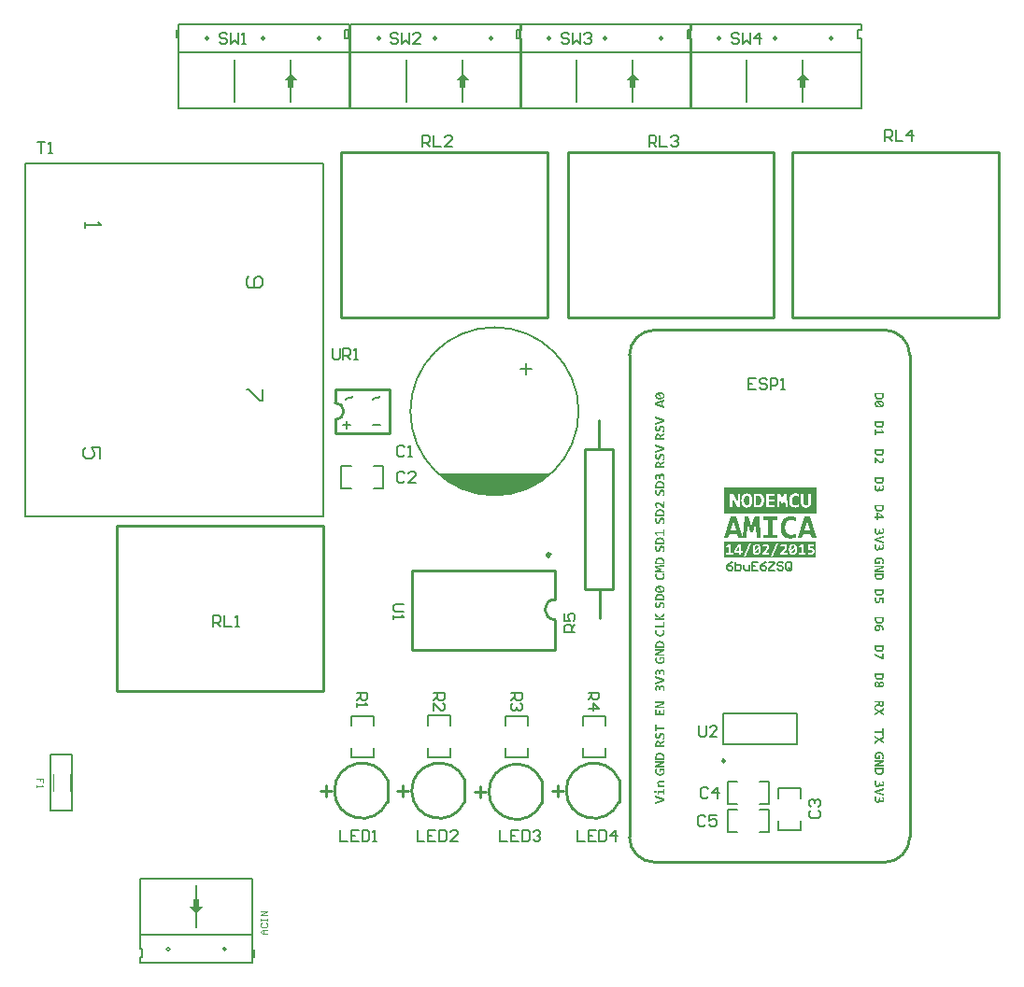
<source format=gto>
G04 Layer_Color=65535*
%FSLAX44Y44*%
%MOMM*%
G71*
G01*
G75*
%ADD18C,0.2540*%
%ADD35C,0.2500*%
%ADD36C,0.3000*%
%ADD37C,0.1778*%
%ADD38C,0.2000*%
%ADD39C,0.1016*%
%ADD40C,0.1270*%
%ADD41C,0.1500*%
%ADD42C,0.1000*%
G36*
X331894Y33202D02*
X331951Y33131D01*
X332050Y33019D01*
X332162Y32878D01*
X332289Y32694D01*
X332416Y32497D01*
X332557Y32257D01*
X332670Y32018D01*
Y32004D01*
X332684Y31990D01*
X332698Y31947D01*
X332712Y31905D01*
X332769Y31764D01*
X332825Y31581D01*
X332881Y31355D01*
X332938Y31116D01*
X332966Y30848D01*
X332980Y30552D01*
Y30538D01*
Y30524D01*
Y30453D01*
X332966Y30340D01*
Y30185D01*
X332938Y30016D01*
X332910Y29833D01*
X332867Y29635D01*
X332811Y29452D01*
Y29424D01*
X332783Y29367D01*
X332740Y29283D01*
X332698Y29156D01*
X332628Y29029D01*
X332543Y28888D01*
X332458Y28747D01*
X332346Y28606D01*
X332332Y28592D01*
X332289Y28550D01*
X332233Y28479D01*
X332134Y28409D01*
X332035Y28310D01*
X331894Y28226D01*
X331754Y28141D01*
X331584Y28056D01*
X331570Y28042D01*
X331500Y28028D01*
X331415Y28000D01*
X331288Y27958D01*
X331133Y27915D01*
X330950Y27887D01*
X330753Y27873D01*
X330541Y27859D01*
X330358D01*
X330245Y27873D01*
X330104Y27887D01*
X329935Y27915D01*
X329611Y28000D01*
X329597D01*
X329540Y28028D01*
X329456Y28056D01*
X329343Y28099D01*
X329216Y28155D01*
X329075Y28212D01*
X328779Y28381D01*
X328765Y28395D01*
X328709Y28423D01*
X328638Y28479D01*
X328525Y28550D01*
X328413Y28649D01*
X328272Y28761D01*
X328131Y28874D01*
X327976Y29015D01*
X327962Y29029D01*
X327905Y29086D01*
X327821Y29156D01*
X327722Y29255D01*
X327581Y29382D01*
X327440Y29523D01*
X327285Y29692D01*
X327116Y29861D01*
X325974Y31059D01*
Y27563D01*
X324550D01*
Y33188D01*
X325678D01*
X327651Y31242D01*
X327679Y31214D01*
X327750Y31144D01*
X327849Y31045D01*
X327976Y30918D01*
X328131Y30777D01*
X328286Y30636D01*
X328441Y30481D01*
X328596Y30354D01*
X328610Y30340D01*
X328666Y30298D01*
X328737Y30241D01*
X328835Y30157D01*
X328948Y30087D01*
X329061Y30002D01*
X329188Y29917D01*
X329301Y29847D01*
X329315Y29833D01*
X329357Y29819D01*
X329413Y29790D01*
X329498Y29748D01*
X329681Y29664D01*
X329893Y29607D01*
X329907D01*
X329935Y29593D01*
X329991Y29579D01*
X330062Y29565D01*
X330245Y29551D01*
X330443Y29537D01*
X330527D01*
X330583Y29551D01*
X330739Y29565D01*
X330894Y29621D01*
X330908D01*
X330936Y29635D01*
X331021Y29678D01*
X331133Y29748D01*
X331260Y29847D01*
X331274D01*
X331288Y29875D01*
X331345Y29945D01*
X331429Y30058D01*
X331500Y30213D01*
Y30227D01*
X331514Y30256D01*
X331528Y30298D01*
X331556Y30354D01*
X331584Y30524D01*
X331599Y30721D01*
Y30735D01*
Y30805D01*
X331584Y30890D01*
X331570Y31017D01*
X331542Y31158D01*
X331514Y31299D01*
X331457Y31468D01*
X331387Y31623D01*
X331373Y31637D01*
X331345Y31693D01*
X331302Y31778D01*
X331232Y31877D01*
X331161Y32004D01*
X331063Y32130D01*
X330950Y32271D01*
X330823Y32413D01*
X331866Y33230D01*
X331894Y33202D01*
D02*
G37*
G36*
X332839Y63609D02*
Y63595D01*
Y63567D01*
Y63511D01*
Y63454D01*
Y63370D01*
X332825Y63271D01*
X332811Y63046D01*
X332783Y62792D01*
X332740Y62510D01*
X332684Y62228D01*
X332599Y61960D01*
Y61946D01*
X332585Y61932D01*
X332557Y61833D01*
X332501Y61706D01*
X332416Y61537D01*
X332317Y61354D01*
X332191Y61157D01*
X332035Y60945D01*
X331866Y60762D01*
X331838Y60734D01*
X331782Y60677D01*
X331669Y60593D01*
X331528Y60494D01*
X331345Y60381D01*
X331133Y60254D01*
X330880Y60142D01*
X330612Y60043D01*
X330598D01*
X330583Y60029D01*
X330541Y60015D01*
X330471Y60001D01*
X330400Y59986D01*
X330316Y59972D01*
X330104Y59916D01*
X329836Y59874D01*
X329526Y59845D01*
X329174Y59817D01*
X328793Y59803D01*
X328554D01*
X328455Y59817D01*
X328215Y59831D01*
X327947Y59859D01*
X327651Y59902D01*
X327341Y59958D01*
X327045Y60043D01*
X327031D01*
X327017Y60057D01*
X326975Y60071D01*
X326918Y60085D01*
X326763Y60142D01*
X326580Y60226D01*
X326368Y60325D01*
X326143Y60452D01*
X325917Y60607D01*
X325692Y60790D01*
X325664Y60818D01*
X325607Y60875D01*
X325509Y60987D01*
X325382Y61142D01*
X325241Y61326D01*
X325100Y61551D01*
X324973Y61805D01*
X324846Y62087D01*
Y62101D01*
X324832Y62115D01*
X324818Y62172D01*
X324804Y62228D01*
X324776Y62298D01*
X324747Y62383D01*
X324719Y62496D01*
X324705Y62608D01*
X324649Y62890D01*
X324592Y63200D01*
X324564Y63567D01*
X324550Y63962D01*
Y66062D01*
X332839D01*
Y63609D01*
D02*
G37*
G36*
X332895Y56110D02*
Y54799D01*
X325932D01*
Y52980D01*
X324550D01*
Y58506D01*
X325932D01*
Y56392D01*
X331246D01*
X330245Y58238D01*
X331514Y58746D01*
X332895Y56110D01*
D02*
G37*
G36*
X332839Y38150D02*
Y38136D01*
Y38108D01*
Y38051D01*
Y37995D01*
Y37910D01*
X332825Y37812D01*
X332811Y37586D01*
X332783Y37332D01*
X332740Y37050D01*
X332684Y36768D01*
X332599Y36501D01*
Y36486D01*
X332585Y36472D01*
X332557Y36374D01*
X332501Y36247D01*
X332416Y36078D01*
X332317Y35894D01*
X332191Y35697D01*
X332035Y35486D01*
X331866Y35302D01*
X331838Y35274D01*
X331782Y35218D01*
X331669Y35133D01*
X331528Y35034D01*
X331345Y34922D01*
X331133Y34795D01*
X330880Y34682D01*
X330612Y34583D01*
X330598D01*
X330583Y34569D01*
X330541Y34555D01*
X330471Y34541D01*
X330400Y34527D01*
X330316Y34513D01*
X330104Y34457D01*
X329836Y34414D01*
X329526Y34386D01*
X329174Y34358D01*
X328793Y34344D01*
X328554D01*
X328455Y34358D01*
X328215Y34372D01*
X327947Y34400D01*
X327651Y34442D01*
X327341Y34499D01*
X327045Y34583D01*
X327031D01*
X327017Y34597D01*
X326975Y34612D01*
X326918Y34626D01*
X326763Y34682D01*
X326580Y34767D01*
X326368Y34865D01*
X326143Y34992D01*
X325917Y35147D01*
X325692Y35331D01*
X325664Y35359D01*
X325607Y35415D01*
X325509Y35528D01*
X325382Y35683D01*
X325241Y35866D01*
X325100Y36092D01*
X324973Y36346D01*
X324846Y36628D01*
Y36642D01*
X324832Y36656D01*
X324818Y36712D01*
X324804Y36768D01*
X324776Y36839D01*
X324747Y36923D01*
X324719Y37036D01*
X324705Y37149D01*
X324649Y37431D01*
X324592Y37741D01*
X324564Y38108D01*
X324550Y38502D01*
Y40603D01*
X332839D01*
Y38150D01*
D02*
G37*
G36*
Y-19875D02*
Y-22018D01*
X327609D01*
Y-23273D01*
X326242D01*
Y-22018D01*
X324550D01*
Y-20496D01*
X326242D01*
Y-16647D01*
X327567D01*
X332839Y-19875D01*
D02*
G37*
G36*
Y12750D02*
Y12736D01*
Y12708D01*
Y12651D01*
Y12595D01*
Y12510D01*
X332825Y12412D01*
X332811Y12186D01*
X332783Y11932D01*
X332740Y11650D01*
X332684Y11368D01*
X332599Y11101D01*
Y11086D01*
X332585Y11072D01*
X332557Y10974D01*
X332501Y10847D01*
X332416Y10678D01*
X332317Y10494D01*
X332191Y10297D01*
X332035Y10086D01*
X331866Y9902D01*
X331838Y9874D01*
X331782Y9818D01*
X331669Y9733D01*
X331528Y9635D01*
X331345Y9522D01*
X331133Y9395D01*
X330880Y9282D01*
X330612Y9183D01*
X330598D01*
X330583Y9169D01*
X330541Y9155D01*
X330471Y9141D01*
X330400Y9127D01*
X330316Y9113D01*
X330104Y9057D01*
X329836Y9014D01*
X329526Y8986D01*
X329174Y8958D01*
X328793Y8944D01*
X328554D01*
X328455Y8958D01*
X328215Y8972D01*
X327947Y9000D01*
X327651Y9042D01*
X327341Y9099D01*
X327045Y9183D01*
X327031D01*
X327017Y9197D01*
X326975Y9212D01*
X326918Y9226D01*
X326763Y9282D01*
X326580Y9367D01*
X326368Y9465D01*
X326143Y9592D01*
X325917Y9747D01*
X325692Y9930D01*
X325664Y9959D01*
X325607Y10015D01*
X325509Y10128D01*
X325382Y10283D01*
X325241Y10466D01*
X325100Y10692D01*
X324973Y10946D01*
X324846Y11228D01*
Y11242D01*
X324832Y11256D01*
X324818Y11312D01*
X324804Y11368D01*
X324776Y11439D01*
X324747Y11523D01*
X324719Y11636D01*
X324705Y11749D01*
X324649Y12031D01*
X324592Y12341D01*
X324564Y12708D01*
X324550Y13102D01*
Y15203D01*
X332839D01*
Y12750D01*
D02*
G37*
G36*
X325889Y7703D02*
X325875Y7647D01*
X325861Y7562D01*
X325847Y7464D01*
X325819Y7323D01*
X325805Y7182D01*
X325776Y7013D01*
X325762Y6829D01*
Y6801D01*
Y6745D01*
X325748Y6646D01*
Y6519D01*
X325734Y6364D01*
Y6181D01*
X325720Y5983D01*
Y5786D01*
Y5758D01*
Y5701D01*
Y5603D01*
X325734Y5476D01*
Y5335D01*
X325762Y5180D01*
X325805Y4884D01*
Y4870D01*
X325819Y4813D01*
X325847Y4757D01*
X325875Y4658D01*
X325946Y4461D01*
X326058Y4263D01*
X326073Y4249D01*
X326087Y4221D01*
X326129Y4179D01*
X326171Y4123D01*
X326298Y3996D01*
X326467Y3897D01*
X326481D01*
X326510Y3883D01*
X326566Y3855D01*
X326636Y3826D01*
X326721Y3812D01*
X326820Y3784D01*
X327031Y3770D01*
X327130D01*
X327200Y3784D01*
X327355Y3826D01*
X327524Y3897D01*
X327539D01*
X327567Y3925D01*
X327609Y3953D01*
X327651Y3996D01*
X327778Y4108D01*
X327905Y4278D01*
X327919Y4292D01*
X327933Y4320D01*
X327962Y4376D01*
X327990Y4447D01*
X328032Y4531D01*
X328074Y4644D01*
X328116Y4757D01*
X328145Y4898D01*
Y4912D01*
X328159Y4968D01*
X328173Y5039D01*
X328201Y5152D01*
X328215Y5278D01*
X328229Y5434D01*
X328243Y5617D01*
Y5800D01*
Y6716D01*
X329428D01*
Y5871D01*
Y5842D01*
Y5786D01*
Y5701D01*
X329442Y5589D01*
Y5448D01*
X329470Y5321D01*
X329484Y5180D01*
X329512Y5053D01*
Y5039D01*
X329526Y4997D01*
X329554Y4940D01*
X329583Y4870D01*
X329667Y4701D01*
X329780Y4531D01*
X329794Y4517D01*
X329808Y4503D01*
X329893Y4419D01*
X330020Y4334D01*
X330175Y4249D01*
X330189D01*
X330217Y4235D01*
X330259Y4221D01*
X330316Y4207D01*
X330471Y4179D01*
X330640Y4165D01*
X330724D01*
X330809Y4179D01*
X330922Y4207D01*
X331049Y4249D01*
X331176Y4306D01*
X331302Y4390D01*
X331415Y4503D01*
X331429Y4517D01*
X331457Y4560D01*
X331500Y4644D01*
X331556Y4757D01*
X331599Y4898D01*
X331641Y5067D01*
X331669Y5278D01*
X331683Y5518D01*
Y5546D01*
Y5603D01*
Y5701D01*
X331669Y5828D01*
X331655Y5983D01*
X331641Y6152D01*
X331584Y6505D01*
Y6519D01*
X331570Y6589D01*
X331542Y6688D01*
X331514Y6801D01*
X331486Y6956D01*
X331429Y7125D01*
X331331Y7492D01*
X332628D01*
Y7478D01*
X332642Y7449D01*
X332656Y7393D01*
X332684Y7323D01*
X332726Y7139D01*
X332769Y6956D01*
Y6942D01*
X332783Y6914D01*
X332797Y6857D01*
X332811Y6787D01*
X332853Y6618D01*
X332881Y6435D01*
Y6420D01*
X332895Y6392D01*
Y6336D01*
X332910Y6265D01*
X332938Y6096D01*
X332952Y5913D01*
Y5899D01*
Y5871D01*
X332966Y5814D01*
Y5744D01*
X332980Y5561D01*
Y5349D01*
Y5335D01*
Y5321D01*
Y5236D01*
X332966Y5109D01*
Y4940D01*
X332938Y4757D01*
X332910Y4560D01*
X332881Y4362D01*
X332825Y4165D01*
Y4137D01*
X332797Y4080D01*
X332769Y3982D01*
X332726Y3855D01*
X332670Y3728D01*
X332599Y3573D01*
X332515Y3432D01*
X332416Y3291D01*
X332402Y3277D01*
X332374Y3234D01*
X332317Y3164D01*
X332233Y3094D01*
X332134Y3009D01*
X332021Y2910D01*
X331894Y2826D01*
X331754Y2755D01*
X331740Y2741D01*
X331683Y2727D01*
X331613Y2699D01*
X331500Y2657D01*
X331373Y2628D01*
X331232Y2600D01*
X331063Y2586D01*
X330894Y2572D01*
X330767D01*
X330640Y2586D01*
X330457Y2614D01*
X330273Y2657D01*
X330062Y2727D01*
X329865Y2812D01*
X329681Y2924D01*
X329667Y2938D01*
X329611Y2995D01*
X329526Y3065D01*
X329413Y3178D01*
X329301Y3319D01*
X329188Y3488D01*
X329061Y3672D01*
X328962Y3897D01*
Y3883D01*
X328948Y3826D01*
X328934Y3756D01*
X328906Y3657D01*
X328878Y3545D01*
X328835Y3418D01*
X328737Y3178D01*
Y3164D01*
X328709Y3122D01*
X328680Y3065D01*
X328624Y2981D01*
X328511Y2812D01*
X328342Y2628D01*
X328328Y2614D01*
X328300Y2586D01*
X328243Y2544D01*
X328187Y2487D01*
X328102Y2431D01*
X328004Y2375D01*
X327778Y2262D01*
X327764D01*
X327722Y2248D01*
X327665Y2219D01*
X327581Y2191D01*
X327468Y2177D01*
X327355Y2149D01*
X327073Y2135D01*
X326975D01*
X326862Y2149D01*
X326707Y2163D01*
X326538Y2191D01*
X326354Y2234D01*
X326157Y2290D01*
X325974Y2375D01*
X325946Y2389D01*
X325889Y2417D01*
X325805Y2473D01*
X325678Y2544D01*
X325551Y2642D01*
X325410Y2769D01*
X325269Y2910D01*
X325128Y3079D01*
X325114Y3094D01*
X325072Y3164D01*
X325015Y3263D01*
X324931Y3404D01*
X324846Y3573D01*
X324762Y3770D01*
X324677Y4010D01*
X324606Y4263D01*
Y4278D01*
X324592Y4292D01*
Y4334D01*
X324578Y4390D01*
X324550Y4531D01*
X324522Y4743D01*
X324479Y4983D01*
X324451Y5264D01*
X324437Y5589D01*
X324423Y5941D01*
Y5955D01*
Y5983D01*
Y6026D01*
Y6082D01*
Y6223D01*
X324437Y6392D01*
Y6406D01*
Y6435D01*
Y6477D01*
X324451Y6547D01*
Y6688D01*
X324465Y6872D01*
Y6886D01*
Y6914D01*
Y6956D01*
X324479Y7013D01*
X324494Y7153D01*
X324508Y7323D01*
Y7337D01*
Y7365D01*
Y7407D01*
X324522Y7449D01*
X324536Y7590D01*
X324550Y7717D01*
X325889D01*
Y7703D01*
D02*
G37*
G36*
X332839Y89351D02*
Y89337D01*
Y89309D01*
Y89253D01*
Y89196D01*
Y89111D01*
X332825Y89013D01*
X332811Y88787D01*
X332783Y88533D01*
X332740Y88252D01*
X332684Y87970D01*
X332599Y87702D01*
Y87688D01*
X332585Y87674D01*
X332557Y87575D01*
X332501Y87448D01*
X332416Y87279D01*
X332317Y87096D01*
X332191Y86898D01*
X332035Y86687D01*
X331866Y86503D01*
X331838Y86475D01*
X331782Y86419D01*
X331669Y86334D01*
X331528Y86236D01*
X331345Y86123D01*
X331133Y85996D01*
X330880Y85883D01*
X330612Y85785D01*
X330598D01*
X330583Y85771D01*
X330541Y85756D01*
X330471Y85742D01*
X330400Y85728D01*
X330316Y85714D01*
X330104Y85658D01*
X329836Y85615D01*
X329526Y85587D01*
X329174Y85559D01*
X328793Y85545D01*
X328554D01*
X328455Y85559D01*
X328215Y85573D01*
X327947Y85601D01*
X327651Y85644D01*
X327341Y85700D01*
X327045Y85785D01*
X327031D01*
X327017Y85799D01*
X326975Y85813D01*
X326918Y85827D01*
X326763Y85883D01*
X326580Y85968D01*
X326368Y86067D01*
X326143Y86193D01*
X325917Y86348D01*
X325692Y86532D01*
X325664Y86560D01*
X325607Y86616D01*
X325509Y86729D01*
X325382Y86884D01*
X325241Y87067D01*
X325100Y87293D01*
X324973Y87547D01*
X324846Y87829D01*
Y87843D01*
X324832Y87857D01*
X324818Y87913D01*
X324804Y87970D01*
X324776Y88040D01*
X324747Y88125D01*
X324719Y88237D01*
X324705Y88350D01*
X324649Y88632D01*
X324592Y88942D01*
X324564Y89309D01*
X324550Y89704D01*
Y91804D01*
X332839D01*
Y89351D01*
D02*
G37*
G36*
Y-113879D02*
Y-113893D01*
Y-113922D01*
Y-113978D01*
Y-114035D01*
Y-114119D01*
X332825Y-114218D01*
X332811Y-114443D01*
X332783Y-114697D01*
X332740Y-114979D01*
X332684Y-115261D01*
X332599Y-115529D01*
Y-115543D01*
X332585Y-115557D01*
X332557Y-115656D01*
X332501Y-115782D01*
X332416Y-115952D01*
X332317Y-116135D01*
X332191Y-116332D01*
X332035Y-116544D01*
X331866Y-116727D01*
X331838Y-116755D01*
X331782Y-116812D01*
X331669Y-116896D01*
X331528Y-116995D01*
X331345Y-117108D01*
X331133Y-117234D01*
X330880Y-117347D01*
X330612Y-117446D01*
X330598D01*
X330583Y-117460D01*
X330541Y-117474D01*
X330471Y-117488D01*
X330400Y-117502D01*
X330316Y-117516D01*
X330104Y-117573D01*
X329836Y-117615D01*
X329526Y-117643D01*
X329174Y-117671D01*
X328793Y-117686D01*
X328554D01*
X328455Y-117671D01*
X328215Y-117657D01*
X327947Y-117629D01*
X327651Y-117587D01*
X327341Y-117530D01*
X327045Y-117446D01*
X327031D01*
X327017Y-117432D01*
X326975Y-117418D01*
X326918Y-117404D01*
X326763Y-117347D01*
X326580Y-117263D01*
X326368Y-117164D01*
X326143Y-117037D01*
X325917Y-116882D01*
X325692Y-116699D01*
X325664Y-116671D01*
X325607Y-116614D01*
X325509Y-116502D01*
X325382Y-116346D01*
X325241Y-116163D01*
X325100Y-115938D01*
X324973Y-115684D01*
X324846Y-115402D01*
Y-115388D01*
X324832Y-115374D01*
X324818Y-115317D01*
X324804Y-115261D01*
X324776Y-115190D01*
X324747Y-115106D01*
X324719Y-114993D01*
X324705Y-114880D01*
X324649Y-114598D01*
X324592Y-114288D01*
X324564Y-113922D01*
X324550Y-113527D01*
Y-111426D01*
X332839D01*
Y-113879D01*
D02*
G37*
G36*
X328525Y-118658D02*
X328723D01*
X328948Y-118672D01*
X329399Y-118715D01*
X329428D01*
X329498Y-118729D01*
X329625Y-118757D01*
X329780Y-118785D01*
X329949Y-118827D01*
X330146Y-118870D01*
X330541Y-118997D01*
X330569Y-119011D01*
X330626Y-119039D01*
X330739Y-119081D01*
X330866Y-119138D01*
X331006Y-119208D01*
X331176Y-119307D01*
X331500Y-119518D01*
X331514Y-119532D01*
X331570Y-119575D01*
X331655Y-119645D01*
X331754Y-119744D01*
X331866Y-119857D01*
X331979Y-119998D01*
X332106Y-120153D01*
X332219Y-120322D01*
X332233Y-120350D01*
X332261Y-120406D01*
X332317Y-120519D01*
X332388Y-120646D01*
X332458Y-120815D01*
X332529Y-121012D01*
X332599Y-121238D01*
X332670Y-121478D01*
Y-121492D01*
X332684Y-121506D01*
Y-121548D01*
X332698Y-121605D01*
X332726Y-121732D01*
X332755Y-121929D01*
X332783Y-122154D01*
X332811Y-122422D01*
X332839Y-122718D01*
Y-123028D01*
Y-123987D01*
X331528D01*
Y-122873D01*
Y-122859D01*
Y-122845D01*
Y-122760D01*
Y-122634D01*
X331514Y-122479D01*
X331500Y-122295D01*
X331472Y-122112D01*
X331429Y-121915D01*
X331387Y-121732D01*
Y-121717D01*
X331359Y-121661D01*
X331331Y-121562D01*
X331288Y-121464D01*
X331161Y-121210D01*
X331077Y-121083D01*
X330978Y-120970D01*
X330964Y-120956D01*
X330936Y-120928D01*
X330880Y-120871D01*
X330809Y-120801D01*
X330710Y-120731D01*
X330598Y-120660D01*
X330485Y-120590D01*
X330344Y-120533D01*
X330330D01*
X330273Y-120505D01*
X330203Y-120491D01*
X330104Y-120463D01*
X329977Y-120420D01*
X329836Y-120392D01*
X329667Y-120364D01*
X329498Y-120350D01*
X329357Y-120336D01*
X329371Y-120350D01*
X329385Y-120392D01*
X329413Y-120463D01*
X329442Y-120547D01*
X329484Y-120660D01*
X329526Y-120787D01*
X329568Y-120928D01*
X329611Y-121083D01*
Y-121097D01*
X329625Y-121153D01*
X329653Y-121238D01*
X329667Y-121351D01*
X329695Y-121492D01*
X329710Y-121633D01*
X329724Y-121971D01*
Y-121985D01*
Y-121999D01*
Y-122084D01*
X329710Y-122211D01*
X329695Y-122366D01*
X329681Y-122549D01*
X329653Y-122746D01*
X329597Y-122944D01*
X329540Y-123141D01*
X329526Y-123169D01*
X329512Y-123226D01*
X329470Y-123324D01*
X329413Y-123437D01*
X329343Y-123578D01*
X329258Y-123719D01*
X329146Y-123860D01*
X329033Y-123987D01*
X329019Y-124001D01*
X328977Y-124043D01*
X328906Y-124114D01*
X328807Y-124184D01*
X328694Y-124269D01*
X328554Y-124354D01*
X328399Y-124438D01*
X328229Y-124509D01*
X328215Y-124523D01*
X328145Y-124537D01*
X328046Y-124565D01*
X327919Y-124593D01*
X327764Y-124621D01*
X327581Y-124649D01*
X327383Y-124678D01*
X327073D01*
X326946Y-124664D01*
X326791Y-124649D01*
X326622Y-124621D01*
X326425Y-124579D01*
X326227Y-124523D01*
X326030Y-124438D01*
X326002Y-124424D01*
X325946Y-124396D01*
X325847Y-124339D01*
X325734Y-124269D01*
X325593Y-124184D01*
X325452Y-124072D01*
X325297Y-123945D01*
X325156Y-123804D01*
X325142Y-123790D01*
X325100Y-123733D01*
X325029Y-123649D01*
X324945Y-123536D01*
X324860Y-123395D01*
X324762Y-123240D01*
X324677Y-123042D01*
X324592Y-122845D01*
X324578Y-122817D01*
X324564Y-122746D01*
X324536Y-122634D01*
X324508Y-122493D01*
X324465Y-122309D01*
X324437Y-122098D01*
X324423Y-121872D01*
X324409Y-121619D01*
Y-121605D01*
Y-121562D01*
Y-121478D01*
X324423Y-121379D01*
X324437Y-121252D01*
X324451Y-121125D01*
X324479Y-120970D01*
X324522Y-120801D01*
X324635Y-120435D01*
X324705Y-120251D01*
X324790Y-120068D01*
X324888Y-119899D01*
X325015Y-119716D01*
X325156Y-119560D01*
X325311Y-119405D01*
X325325Y-119391D01*
X325354Y-119377D01*
X325410Y-119335D01*
X325480Y-119293D01*
X325579Y-119236D01*
X325706Y-119166D01*
X325847Y-119095D01*
X326002Y-119025D01*
X326185Y-118954D01*
X326397Y-118884D01*
X326622Y-118827D01*
X326876Y-118757D01*
X327144Y-118715D01*
X327440Y-118672D01*
X327764Y-118658D01*
X328102Y-118644D01*
X328356D01*
X328525Y-118658D01*
D02*
G37*
G36*
X325889Y-260254D02*
X325875Y-260310D01*
X325861Y-260395D01*
X325847Y-260494D01*
X325819Y-260635D01*
X325805Y-260776D01*
X325776Y-260945D01*
X325762Y-261128D01*
Y-261156D01*
Y-261213D01*
X325748Y-261311D01*
Y-261438D01*
X325734Y-261593D01*
Y-261777D01*
X325720Y-261974D01*
Y-262171D01*
Y-262199D01*
Y-262256D01*
Y-262355D01*
X325734Y-262481D01*
Y-262622D01*
X325762Y-262778D01*
X325805Y-263074D01*
Y-263088D01*
X325819Y-263144D01*
X325847Y-263200D01*
X325875Y-263299D01*
X325946Y-263496D01*
X326058Y-263694D01*
X326073Y-263708D01*
X326087Y-263736D01*
X326129Y-263778D01*
X326171Y-263835D01*
X326298Y-263962D01*
X326467Y-264060D01*
X326481D01*
X326510Y-264074D01*
X326566Y-264103D01*
X326636Y-264131D01*
X326721Y-264145D01*
X326820Y-264173D01*
X327031Y-264187D01*
X327130D01*
X327200Y-264173D01*
X327355Y-264131D01*
X327524Y-264060D01*
X327539D01*
X327567Y-264032D01*
X327609Y-264004D01*
X327651Y-263962D01*
X327778Y-263849D01*
X327905Y-263680D01*
X327919Y-263666D01*
X327933Y-263637D01*
X327962Y-263581D01*
X327990Y-263510D01*
X328032Y-263426D01*
X328074Y-263313D01*
X328116Y-263200D01*
X328145Y-263059D01*
Y-263045D01*
X328159Y-262989D01*
X328173Y-262918D01*
X328201Y-262806D01*
X328215Y-262679D01*
X328229Y-262524D01*
X328243Y-262340D01*
Y-262157D01*
Y-261241D01*
X329428D01*
Y-262087D01*
Y-262115D01*
Y-262171D01*
Y-262256D01*
X329442Y-262369D01*
Y-262510D01*
X329470Y-262637D01*
X329484Y-262778D01*
X329512Y-262904D01*
Y-262918D01*
X329526Y-262961D01*
X329554Y-263017D01*
X329583Y-263088D01*
X329667Y-263257D01*
X329780Y-263426D01*
X329794Y-263440D01*
X329808Y-263454D01*
X329893Y-263539D01*
X330020Y-263623D01*
X330175Y-263708D01*
X330189D01*
X330217Y-263722D01*
X330259Y-263736D01*
X330316Y-263750D01*
X330471Y-263778D01*
X330640Y-263792D01*
X330724D01*
X330809Y-263778D01*
X330922Y-263750D01*
X331049Y-263708D01*
X331176Y-263652D01*
X331302Y-263567D01*
X331415Y-263454D01*
X331429Y-263440D01*
X331457Y-263398D01*
X331500Y-263313D01*
X331556Y-263200D01*
X331599Y-263059D01*
X331641Y-262890D01*
X331669Y-262679D01*
X331683Y-262439D01*
Y-262411D01*
Y-262355D01*
Y-262256D01*
X331669Y-262129D01*
X331655Y-261974D01*
X331641Y-261805D01*
X331584Y-261452D01*
Y-261438D01*
X331570Y-261368D01*
X331542Y-261269D01*
X331514Y-261156D01*
X331486Y-261001D01*
X331429Y-260832D01*
X331331Y-260466D01*
X332628D01*
Y-260480D01*
X332642Y-260508D01*
X332656Y-260564D01*
X332684Y-260635D01*
X332726Y-260818D01*
X332769Y-261001D01*
Y-261015D01*
X332783Y-261043D01*
X332797Y-261100D01*
X332811Y-261170D01*
X332853Y-261340D01*
X332881Y-261523D01*
Y-261537D01*
X332895Y-261565D01*
Y-261621D01*
X332910Y-261692D01*
X332938Y-261861D01*
X332952Y-262044D01*
Y-262059D01*
Y-262087D01*
X332966Y-262143D01*
Y-262214D01*
X332980Y-262397D01*
Y-262608D01*
Y-262622D01*
Y-262637D01*
Y-262721D01*
X332966Y-262848D01*
Y-263017D01*
X332938Y-263200D01*
X332910Y-263398D01*
X332881Y-263595D01*
X332825Y-263792D01*
Y-263821D01*
X332797Y-263877D01*
X332769Y-263976D01*
X332726Y-264103D01*
X332670Y-264229D01*
X332599Y-264384D01*
X332515Y-264526D01*
X332416Y-264667D01*
X332402Y-264681D01*
X332374Y-264723D01*
X332317Y-264793D01*
X332233Y-264864D01*
X332134Y-264948D01*
X332021Y-265047D01*
X331894Y-265132D01*
X331754Y-265202D01*
X331740Y-265216D01*
X331683Y-265230D01*
X331613Y-265259D01*
X331500Y-265301D01*
X331373Y-265329D01*
X331232Y-265357D01*
X331063Y-265371D01*
X330894Y-265385D01*
X330767D01*
X330640Y-265371D01*
X330457Y-265343D01*
X330273Y-265301D01*
X330062Y-265230D01*
X329865Y-265146D01*
X329681Y-265033D01*
X329667Y-265019D01*
X329611Y-264963D01*
X329526Y-264892D01*
X329413Y-264779D01*
X329301Y-264638D01*
X329188Y-264469D01*
X329061Y-264286D01*
X328962Y-264060D01*
Y-264074D01*
X328948Y-264131D01*
X328934Y-264201D01*
X328906Y-264300D01*
X328878Y-264413D01*
X328835Y-264540D01*
X328737Y-264779D01*
Y-264793D01*
X328709Y-264836D01*
X328680Y-264892D01*
X328624Y-264977D01*
X328511Y-265146D01*
X328342Y-265329D01*
X328328Y-265343D01*
X328300Y-265371D01*
X328243Y-265414D01*
X328187Y-265470D01*
X328102Y-265526D01*
X328004Y-265583D01*
X327778Y-265695D01*
X327764D01*
X327722Y-265710D01*
X327665Y-265738D01*
X327581Y-265766D01*
X327468Y-265780D01*
X327355Y-265808D01*
X327073Y-265822D01*
X326975D01*
X326862Y-265808D01*
X326707Y-265794D01*
X326538Y-265766D01*
X326354Y-265724D01*
X326157Y-265667D01*
X325974Y-265583D01*
X325946Y-265569D01*
X325889Y-265541D01*
X325805Y-265484D01*
X325678Y-265414D01*
X325551Y-265315D01*
X325410Y-265188D01*
X325269Y-265047D01*
X325128Y-264878D01*
X325114Y-264864D01*
X325072Y-264793D01*
X325015Y-264695D01*
X324931Y-264554D01*
X324846Y-264384D01*
X324762Y-264187D01*
X324677Y-263948D01*
X324606Y-263694D01*
Y-263680D01*
X324592Y-263666D01*
Y-263623D01*
X324578Y-263567D01*
X324550Y-263426D01*
X324522Y-263214D01*
X324479Y-262975D01*
X324451Y-262693D01*
X324437Y-262369D01*
X324423Y-262016D01*
Y-262002D01*
Y-261974D01*
Y-261932D01*
Y-261875D01*
Y-261734D01*
X324437Y-261565D01*
Y-261551D01*
Y-261523D01*
Y-261481D01*
X324451Y-261410D01*
Y-261269D01*
X324465Y-261086D01*
Y-261072D01*
Y-261043D01*
Y-261001D01*
X324479Y-260945D01*
X324494Y-260804D01*
X324508Y-260635D01*
Y-260621D01*
Y-260592D01*
Y-260550D01*
X324522Y-260508D01*
X324536Y-260367D01*
X324550Y-260240D01*
X325889D01*
Y-260254D01*
D02*
G37*
G36*
X133740Y-72336D02*
X133768Y-72407D01*
X133796Y-72519D01*
X133853Y-72660D01*
X133909Y-72815D01*
X133951Y-72999D01*
X134050Y-73394D01*
Y-73422D01*
X134064Y-73478D01*
X134078Y-73577D01*
X134106Y-73718D01*
X134121Y-73873D01*
X134149Y-74056D01*
X134163Y-74253D01*
Y-74465D01*
Y-74479D01*
Y-74507D01*
Y-74549D01*
Y-74620D01*
X134149Y-74690D01*
Y-74775D01*
X134135Y-75001D01*
X134106Y-75240D01*
X134050Y-75508D01*
X133994Y-75776D01*
X133909Y-76044D01*
Y-76058D01*
X133895Y-76072D01*
X133853Y-76157D01*
X133796Y-76283D01*
X133712Y-76453D01*
X133599Y-76636D01*
X133458Y-76833D01*
X133303Y-77031D01*
X133120Y-77214D01*
X133091Y-77228D01*
X133021Y-77284D01*
X132908Y-77369D01*
X132767Y-77482D01*
X132570Y-77594D01*
X132358Y-77707D01*
X132105Y-77820D01*
X131837Y-77919D01*
X131823D01*
X131795Y-77933D01*
X131752Y-77947D01*
X131696Y-77961D01*
X131625Y-77975D01*
X131541Y-77989D01*
X131315Y-78031D01*
X131061Y-78088D01*
X130751Y-78116D01*
X130399Y-78144D01*
X130032Y-78158D01*
X129849D01*
X129764Y-78144D01*
X129652D01*
X129412Y-78130D01*
X129116Y-78102D01*
X128806Y-78046D01*
X128482Y-77989D01*
X128172Y-77905D01*
X128158D01*
X128129Y-77890D01*
X128087Y-77876D01*
X128031Y-77848D01*
X127890Y-77792D01*
X127692Y-77707D01*
X127481Y-77594D01*
X127241Y-77467D01*
X127016Y-77312D01*
X126790Y-77143D01*
X126762Y-77115D01*
X126691Y-77059D01*
X126593Y-76946D01*
X126466Y-76805D01*
X126325Y-76622D01*
X126184Y-76410D01*
X126057Y-76185D01*
X125930Y-75931D01*
Y-75917D01*
X125916Y-75903D01*
X125902Y-75861D01*
X125888Y-75804D01*
X125831Y-75663D01*
X125775Y-75466D01*
X125733Y-75240D01*
X125676Y-74972D01*
X125648Y-74676D01*
X125634Y-74352D01*
Y-74338D01*
Y-74296D01*
Y-74239D01*
Y-74169D01*
Y-74000D01*
X125648Y-73816D01*
Y-73802D01*
Y-73774D01*
Y-73718D01*
X125662Y-73661D01*
X125676Y-73506D01*
X125705Y-73323D01*
Y-73309D01*
Y-73281D01*
X125719Y-73238D01*
Y-73168D01*
X125747Y-73013D01*
X125789Y-72830D01*
Y-72815D01*
X125803Y-72787D01*
X125817Y-72731D01*
X125831Y-72675D01*
X125874Y-72505D01*
X125930Y-72308D01*
X127481D01*
X127467Y-72336D01*
X127438Y-72407D01*
X127396Y-72505D01*
X127340Y-72646D01*
X127283Y-72801D01*
X127227Y-72985D01*
X127128Y-73351D01*
Y-73365D01*
X127114Y-73436D01*
X127086Y-73520D01*
X127072Y-73633D01*
X127044Y-73774D01*
X127030Y-73915D01*
X127016Y-74225D01*
Y-74253D01*
Y-74324D01*
X127030Y-74437D01*
X127044Y-74578D01*
X127072Y-74733D01*
X127114Y-74902D01*
X127171Y-75071D01*
X127241Y-75240D01*
X127255Y-75254D01*
X127283Y-75311D01*
X127326Y-75381D01*
X127396Y-75480D01*
X127481Y-75593D01*
X127579Y-75705D01*
X127692Y-75818D01*
X127833Y-75931D01*
X127847Y-75945D01*
X127904Y-75973D01*
X127988Y-76016D01*
X128087Y-76086D01*
X128228Y-76142D01*
X128383Y-76213D01*
X128552Y-76269D01*
X128750Y-76326D01*
X128778D01*
X128834Y-76340D01*
X128947Y-76354D01*
X129088Y-76382D01*
X129257Y-76396D01*
X129454Y-76424D01*
X129680Y-76438D01*
X130018D01*
X130145Y-76424D01*
X130314D01*
X130498Y-76410D01*
X130695Y-76382D01*
X131118Y-76312D01*
X131146D01*
X131202Y-76283D01*
X131301Y-76255D01*
X131428Y-76213D01*
X131569Y-76157D01*
X131710Y-76086D01*
X131865Y-76016D01*
X132006Y-75917D01*
X132020Y-75903D01*
X132062Y-75861D01*
X132133Y-75804D01*
X132217Y-75719D01*
X132302Y-75621D01*
X132401Y-75494D01*
X132485Y-75367D01*
X132570Y-75212D01*
X132584Y-75198D01*
X132598Y-75142D01*
X132626Y-75043D01*
X132654Y-74930D01*
X132697Y-74775D01*
X132725Y-74606D01*
X132739Y-74423D01*
X132753Y-74211D01*
Y-74197D01*
Y-74169D01*
Y-74127D01*
Y-74070D01*
X132739Y-73929D01*
X132725Y-73760D01*
Y-73746D01*
X132711Y-73718D01*
Y-73661D01*
X132697Y-73605D01*
X132654Y-73450D01*
X132612Y-73267D01*
Y-73253D01*
X132598Y-73224D01*
X132584Y-73168D01*
X132570Y-73112D01*
X132514Y-72957D01*
X132457Y-72773D01*
Y-72759D01*
X132443Y-72731D01*
X132415Y-72675D01*
X132401Y-72618D01*
X132330Y-72463D01*
X132260Y-72308D01*
X133726D01*
X133740Y-72336D01*
D02*
G37*
G36*
X329019Y84854D02*
X329258Y84840D01*
X329540Y84812D01*
X329851Y84784D01*
X330161Y84727D01*
X330471Y84657D01*
X330485D01*
X330513Y84643D01*
X330555Y84629D01*
X330612Y84614D01*
X330753Y84558D01*
X330936Y84488D01*
X331161Y84403D01*
X331387Y84290D01*
X331613Y84163D01*
X331824Y84008D01*
X331852Y83994D01*
X331923Y83924D01*
X332021Y83839D01*
X332148Y83712D01*
X332289Y83557D01*
X332430Y83374D01*
X332557Y83177D01*
X332684Y82951D01*
Y82937D01*
X332698Y82923D01*
X332726Y82838D01*
X332783Y82711D01*
X332839Y82542D01*
X332881Y82331D01*
X332938Y82091D01*
X332966Y81823D01*
X332980Y81541D01*
Y81527D01*
Y81513D01*
Y81429D01*
X332966Y81302D01*
X332952Y81133D01*
X332924Y80935D01*
X332867Y80724D01*
X332811Y80512D01*
X332726Y80287D01*
X332712Y80259D01*
X332684Y80188D01*
X332628Y80075D01*
X332543Y79948D01*
X332430Y79793D01*
X332303Y79624D01*
X332148Y79455D01*
X331965Y79300D01*
X331937Y79286D01*
X331880Y79229D01*
X331768Y79159D01*
X331613Y79060D01*
X331429Y78948D01*
X331204Y78835D01*
X330936Y78736D01*
X330654Y78637D01*
X330640D01*
X330612Y78623D01*
X330569Y78609D01*
X330513Y78595D01*
X330428Y78581D01*
X330344Y78567D01*
X330231Y78539D01*
X330118Y78510D01*
X329836Y78468D01*
X329498Y78440D01*
X329132Y78412D01*
X328723Y78398D01*
X328469D01*
X328356Y78412D01*
X328116Y78426D01*
X327835Y78454D01*
X327524Y78496D01*
X327214Y78553D01*
X326904Y78623D01*
X326890D01*
X326876Y78637D01*
X326834Y78651D01*
X326777Y78666D01*
X326622Y78722D01*
X326439Y78793D01*
X326213Y78877D01*
X325988Y79004D01*
X325762Y79131D01*
X325537Y79286D01*
X325509Y79300D01*
X325452Y79356D01*
X325354Y79455D01*
X325227Y79568D01*
X325086Y79723D01*
X324945Y79906D01*
X324818Y80104D01*
X324691Y80329D01*
X324677Y80357D01*
X324649Y80442D01*
X324606Y80569D01*
X324550Y80724D01*
X324494Y80935D01*
X324451Y81175D01*
X324423Y81443D01*
X324409Y81725D01*
Y81739D01*
Y81753D01*
Y81837D01*
X324423Y81978D01*
X324437Y82148D01*
X324465Y82331D01*
X324508Y82556D01*
X324564Y82768D01*
X324649Y82993D01*
X324663Y83022D01*
X324691Y83092D01*
X324747Y83205D01*
X324832Y83332D01*
X324931Y83487D01*
X325072Y83656D01*
X325213Y83825D01*
X325396Y83994D01*
X325424Y84008D01*
X325494Y84065D01*
X325607Y84135D01*
X325762Y84234D01*
X325946Y84333D01*
X326171Y84445D01*
X326439Y84544D01*
X326721Y84643D01*
X326735D01*
X326763Y84657D01*
X326805D01*
X326862Y84671D01*
X326946Y84699D01*
X327031Y84713D01*
X327144Y84727D01*
X327271Y84755D01*
X327553Y84798D01*
X327877Y84826D01*
X328243Y84854D01*
X328652Y84868D01*
X328906D01*
X329019Y84854D01*
D02*
G37*
G36*
X130145Y-57591D02*
X130385Y-57605D01*
X130653Y-57633D01*
X130949Y-57675D01*
X131259Y-57732D01*
X131555Y-57816D01*
X131569D01*
X131583Y-57830D01*
X131625Y-57845D01*
X131682Y-57859D01*
X131837Y-57915D01*
X132020Y-58000D01*
X132232Y-58098D01*
X132457Y-58225D01*
X132683Y-58380D01*
X132908Y-58563D01*
X132936Y-58592D01*
X132993Y-58648D01*
X133091Y-58761D01*
X133218Y-58916D01*
X133359Y-59099D01*
X133500Y-59325D01*
X133627Y-59578D01*
X133754Y-59860D01*
Y-59875D01*
X133768Y-59889D01*
X133782Y-59945D01*
X133796Y-60001D01*
X133825Y-60072D01*
X133853Y-60156D01*
X133881Y-60269D01*
X133895Y-60382D01*
X133951Y-60664D01*
X134008Y-60974D01*
X134036Y-61341D01*
X134050Y-61735D01*
Y-63836D01*
X125761D01*
Y-61383D01*
Y-61369D01*
Y-61341D01*
Y-61284D01*
Y-61228D01*
Y-61143D01*
X125775Y-61045D01*
X125789Y-60819D01*
X125817Y-60565D01*
X125860Y-60283D01*
X125916Y-60001D01*
X126001Y-59734D01*
Y-59719D01*
X126015Y-59705D01*
X126043Y-59607D01*
X126099Y-59480D01*
X126184Y-59311D01*
X126283Y-59127D01*
X126410Y-58930D01*
X126565Y-58719D01*
X126734Y-58535D01*
X126762Y-58507D01*
X126818Y-58451D01*
X126931Y-58366D01*
X127072Y-58267D01*
X127255Y-58155D01*
X127467Y-58028D01*
X127720Y-57915D01*
X127988Y-57816D01*
X128002D01*
X128017Y-57802D01*
X128059Y-57788D01*
X128129Y-57774D01*
X128200Y-57760D01*
X128284Y-57746D01*
X128496Y-57689D01*
X128764Y-57647D01*
X129074Y-57619D01*
X129426Y-57591D01*
X129807Y-57577D01*
X130047D01*
X130145Y-57591D01*
D02*
G37*
G36*
X134050Y-66063D02*
X129370Y-66218D01*
X127495Y-66274D01*
X128764Y-66669D01*
X131583Y-67586D01*
Y-68572D01*
X128764Y-69404D01*
X127495Y-69756D01*
X129327Y-69799D01*
X134050Y-69940D01*
Y-71265D01*
X125761Y-70856D01*
Y-69094D01*
X128129Y-68361D01*
X129454Y-68008D01*
X128200Y-67656D01*
X125761Y-66895D01*
Y-65090D01*
X134050Y-64682D01*
Y-66063D01*
D02*
G37*
G36*
X130244Y92256D02*
X130484Y92242D01*
X130765Y92213D01*
X131075Y92171D01*
X131386Y92115D01*
X131696Y92044D01*
X131710D01*
X131724Y92030D01*
X131766Y92016D01*
X131823Y92002D01*
X131978Y91946D01*
X132161Y91875D01*
X132387Y91791D01*
X132612Y91664D01*
X132838Y91537D01*
X133063Y91382D01*
X133091Y91368D01*
X133148Y91311D01*
X133246Y91213D01*
X133373Y91100D01*
X133514Y90945D01*
X133655Y90761D01*
X133782Y90564D01*
X133909Y90339D01*
X133923Y90310D01*
X133951Y90226D01*
X133994Y90099D01*
X134050Y89944D01*
X134106Y89732D01*
X134149Y89493D01*
X134177Y89225D01*
X134191Y88943D01*
Y88929D01*
Y88915D01*
Y88830D01*
X134177Y88689D01*
X134163Y88520D01*
X134135Y88337D01*
X134092Y88111D01*
X134036Y87900D01*
X133951Y87674D01*
X133937Y87646D01*
X133909Y87576D01*
X133853Y87463D01*
X133768Y87336D01*
X133669Y87181D01*
X133528Y87012D01*
X133387Y86842D01*
X133204Y86673D01*
X133176Y86659D01*
X133105Y86603D01*
X132993Y86532D01*
X132838Y86434D01*
X132654Y86335D01*
X132429Y86222D01*
X132161Y86124D01*
X131879Y86025D01*
X131865D01*
X131837Y86011D01*
X131795D01*
X131738Y85997D01*
X131653Y85969D01*
X131569Y85954D01*
X131456Y85940D01*
X131329Y85912D01*
X131047Y85870D01*
X130723Y85842D01*
X130357Y85813D01*
X129948Y85799D01*
X129694D01*
X129581Y85813D01*
X129342Y85828D01*
X129060Y85856D01*
X128750Y85884D01*
X128439Y85940D01*
X128129Y86011D01*
X128115D01*
X128087Y86025D01*
X128045Y86039D01*
X127988Y86053D01*
X127847Y86110D01*
X127664Y86180D01*
X127438Y86264D01*
X127213Y86377D01*
X126987Y86504D01*
X126776Y86659D01*
X126748Y86673D01*
X126677Y86744D01*
X126579Y86828D01*
X126452Y86955D01*
X126311Y87110D01*
X126170Y87294D01*
X126043Y87491D01*
X125916Y87717D01*
Y87731D01*
X125902Y87745D01*
X125874Y87829D01*
X125817Y87956D01*
X125761Y88125D01*
X125719Y88337D01*
X125662Y88576D01*
X125634Y88844D01*
X125620Y89126D01*
Y89140D01*
Y89154D01*
Y89239D01*
X125634Y89366D01*
X125648Y89535D01*
X125676Y89732D01*
X125733Y89944D01*
X125789Y90155D01*
X125874Y90381D01*
X125888Y90409D01*
X125916Y90479D01*
X125972Y90592D01*
X126057Y90719D01*
X126170Y90874D01*
X126297Y91043D01*
X126452Y91213D01*
X126635Y91368D01*
X126663Y91382D01*
X126720Y91438D01*
X126832Y91509D01*
X126987Y91607D01*
X127171Y91720D01*
X127396Y91833D01*
X127664Y91931D01*
X127946Y92030D01*
X127960D01*
X127988Y92044D01*
X128031Y92058D01*
X128087Y92072D01*
X128172Y92087D01*
X128256Y92101D01*
X128369Y92129D01*
X128482Y92157D01*
X128764Y92199D01*
X129102Y92228D01*
X129468Y92256D01*
X129877Y92270D01*
X130131D01*
X130244Y92256D01*
D02*
G37*
G36*
X134050Y83713D02*
X132415Y83248D01*
Y80358D01*
X134050Y79893D01*
Y78342D01*
X125761Y80795D01*
Y82980D01*
X134050Y85433D01*
Y83713D01*
D02*
G37*
G36*
X332839Y-88703D02*
Y-88717D01*
Y-88745D01*
Y-88801D01*
Y-88858D01*
Y-88942D01*
X332825Y-89041D01*
X332811Y-89267D01*
X332783Y-89521D01*
X332740Y-89802D01*
X332684Y-90084D01*
X332599Y-90352D01*
Y-90366D01*
X332585Y-90380D01*
X332557Y-90479D01*
X332501Y-90606D01*
X332416Y-90775D01*
X332317Y-90958D01*
X332191Y-91156D01*
X332035Y-91367D01*
X331866Y-91551D01*
X331838Y-91579D01*
X331782Y-91635D01*
X331669Y-91720D01*
X331528Y-91818D01*
X331345Y-91931D01*
X331133Y-92058D01*
X330880Y-92171D01*
X330612Y-92269D01*
X330598D01*
X330583Y-92283D01*
X330541Y-92298D01*
X330471Y-92312D01*
X330400Y-92326D01*
X330316Y-92340D01*
X330104Y-92396D01*
X329836Y-92439D01*
X329526Y-92467D01*
X329174Y-92495D01*
X328793Y-92509D01*
X328554D01*
X328455Y-92495D01*
X328215Y-92481D01*
X327947Y-92453D01*
X327651Y-92410D01*
X327341Y-92354D01*
X327045Y-92269D01*
X327031D01*
X327017Y-92255D01*
X326975Y-92241D01*
X326918Y-92227D01*
X326763Y-92171D01*
X326580Y-92086D01*
X326368Y-91987D01*
X326143Y-91861D01*
X325917Y-91706D01*
X325692Y-91522D01*
X325664Y-91494D01*
X325607Y-91438D01*
X325509Y-91325D01*
X325382Y-91170D01*
X325241Y-90987D01*
X325100Y-90761D01*
X324973Y-90507D01*
X324846Y-90225D01*
Y-90211D01*
X324832Y-90197D01*
X324818Y-90141D01*
X324804Y-90084D01*
X324776Y-90014D01*
X324747Y-89929D01*
X324719Y-89817D01*
X324705Y-89704D01*
X324649Y-89422D01*
X324592Y-89112D01*
X324564Y-88745D01*
X324550Y-88350D01*
Y-86250D01*
X332839D01*
Y-88703D01*
D02*
G37*
G36*
X134050Y53559D02*
X131386Y52389D01*
X131372D01*
X131329Y52360D01*
X131259Y52318D01*
X131174Y52276D01*
X130977Y52135D01*
X130892Y52036D01*
X130808Y51937D01*
X130794Y51923D01*
X130779Y51881D01*
X130751Y51825D01*
X130709Y51740D01*
X130667Y51641D01*
X130639Y51529D01*
X130624Y51388D01*
X130610Y51247D01*
Y50951D01*
X134050D01*
Y49386D01*
X125761D01*
Y51796D01*
Y51811D01*
Y51825D01*
Y51909D01*
Y52036D01*
X125775Y52205D01*
X125789Y52403D01*
X125817Y52600D01*
X125888Y53037D01*
Y53065D01*
X125916Y53136D01*
X125944Y53234D01*
X125972Y53361D01*
X126029Y53516D01*
X126099Y53671D01*
X126184Y53826D01*
X126283Y53981D01*
X126297Y53996D01*
X126325Y54052D01*
X126395Y54123D01*
X126466Y54207D01*
X126579Y54306D01*
X126691Y54404D01*
X126832Y54503D01*
X126987Y54588D01*
X127001Y54602D01*
X127072Y54630D01*
X127157Y54658D01*
X127283Y54700D01*
X127438Y54743D01*
X127622Y54785D01*
X127833Y54799D01*
X128059Y54813D01*
X128214D01*
X128327Y54799D01*
X128454Y54785D01*
X128595Y54757D01*
X128862Y54672D01*
X128876D01*
X128919Y54644D01*
X128989Y54616D01*
X129074Y54574D01*
X129271Y54461D01*
X129483Y54306D01*
X129497Y54292D01*
X129525Y54263D01*
X129567Y54207D01*
X129623Y54151D01*
X129694Y54066D01*
X129764Y53967D01*
X129891Y53728D01*
Y53714D01*
X129920Y53671D01*
X129948Y53601D01*
X129976Y53516D01*
X130018Y53404D01*
X130047Y53277D01*
X130117Y52995D01*
Y53009D01*
X130131Y53051D01*
X130145Y53108D01*
X130173Y53178D01*
X130230Y53263D01*
X130286Y53361D01*
X130357Y53460D01*
X130455Y53559D01*
X130469Y53573D01*
X130512Y53601D01*
X130568Y53657D01*
X130667Y53714D01*
X130779Y53798D01*
X130920Y53883D01*
X131090Y53967D01*
X131273Y54066D01*
X134050Y55391D01*
Y53559D01*
D02*
G37*
G36*
Y28050D02*
X131386Y26880D01*
X131372D01*
X131329Y26851D01*
X131259Y26809D01*
X131174Y26767D01*
X130977Y26626D01*
X130892Y26527D01*
X130808Y26429D01*
X130794Y26414D01*
X130779Y26372D01*
X130751Y26316D01*
X130709Y26231D01*
X130667Y26133D01*
X130639Y26020D01*
X130624Y25879D01*
X130610Y25738D01*
Y25442D01*
X134050D01*
Y23877D01*
X125761D01*
Y26288D01*
Y26302D01*
Y26316D01*
Y26400D01*
Y26527D01*
X125775Y26696D01*
X125789Y26894D01*
X125817Y27091D01*
X125888Y27528D01*
Y27556D01*
X125916Y27627D01*
X125944Y27726D01*
X125972Y27852D01*
X126029Y28008D01*
X126099Y28163D01*
X126184Y28318D01*
X126283Y28473D01*
X126297Y28487D01*
X126325Y28543D01*
X126395Y28614D01*
X126466Y28698D01*
X126579Y28797D01*
X126691Y28896D01*
X126832Y28994D01*
X126987Y29079D01*
X127001Y29093D01*
X127072Y29121D01*
X127157Y29149D01*
X127283Y29192D01*
X127438Y29234D01*
X127622Y29276D01*
X127833Y29290D01*
X128059Y29304D01*
X128214D01*
X128327Y29290D01*
X128454Y29276D01*
X128595Y29248D01*
X128862Y29163D01*
X128876D01*
X128919Y29135D01*
X128989Y29107D01*
X129074Y29065D01*
X129271Y28952D01*
X129483Y28797D01*
X129497Y28783D01*
X129525Y28755D01*
X129567Y28698D01*
X129623Y28642D01*
X129694Y28557D01*
X129764Y28459D01*
X129891Y28219D01*
Y28205D01*
X129920Y28163D01*
X129948Y28092D01*
X129976Y28008D01*
X130018Y27895D01*
X130047Y27768D01*
X130117Y27486D01*
Y27500D01*
X130131Y27542D01*
X130145Y27599D01*
X130173Y27669D01*
X130230Y27754D01*
X130286Y27852D01*
X130357Y27951D01*
X130455Y28050D01*
X130469Y28064D01*
X130512Y28092D01*
X130568Y28148D01*
X130667Y28205D01*
X130779Y28289D01*
X130920Y28374D01*
X131090Y28459D01*
X131273Y28557D01*
X134050Y29882D01*
Y28050D01*
D02*
G37*
G36*
Y67458D02*
Y65400D01*
X125761Y62863D01*
Y64639D01*
X130765Y66034D01*
X132401Y66486D01*
X130667Y66951D01*
X125761Y68346D01*
Y70010D01*
X134050Y67458D01*
D02*
G37*
G36*
X131795Y62186D02*
X131950Y62172D01*
X132147Y62144D01*
X132344Y62087D01*
X132542Y62031D01*
X132739Y61946D01*
X132767Y61932D01*
X132824Y61904D01*
X132908Y61848D01*
X133021Y61763D01*
X133162Y61664D01*
X133289Y61537D01*
X133430Y61396D01*
X133557Y61241D01*
X133571Y61227D01*
X133613Y61157D01*
X133669Y61072D01*
X133740Y60931D01*
X133810Y60776D01*
X133895Y60593D01*
X133965Y60381D01*
X134036Y60156D01*
Y60128D01*
X134064Y60043D01*
X134078Y59916D01*
X134106Y59761D01*
X134135Y59550D01*
X134163Y59324D01*
X134177Y59071D01*
X134191Y58803D01*
Y58774D01*
Y58690D01*
Y58563D01*
X134177Y58408D01*
Y58211D01*
X134149Y57999D01*
X134106Y57534D01*
Y57506D01*
X134092Y57435D01*
X134078Y57308D01*
X134050Y57153D01*
X134008Y56970D01*
X133965Y56773D01*
X133853Y56336D01*
X132316D01*
Y56350D01*
X132330Y56392D01*
X132358Y56448D01*
X132387Y56519D01*
X132415Y56603D01*
X132443Y56702D01*
X132513Y56928D01*
Y56942D01*
X132528Y56984D01*
X132542Y57055D01*
X132570Y57125D01*
X132584Y57224D01*
X132612Y57337D01*
X132669Y57576D01*
Y57590D01*
X132683Y57633D01*
X132697Y57689D01*
X132711Y57774D01*
X132725Y57872D01*
X132739Y57985D01*
X132781Y58211D01*
Y58225D01*
Y58267D01*
X132795Y58323D01*
Y58408D01*
X132809Y58605D01*
Y58831D01*
Y58845D01*
Y58901D01*
Y58986D01*
X132795Y59099D01*
Y59212D01*
X132781Y59338D01*
X132739Y59592D01*
Y59606D01*
X132725Y59648D01*
X132711Y59705D01*
X132683Y59775D01*
X132626Y59945D01*
X132542Y60100D01*
Y60114D01*
X132513Y60128D01*
X132443Y60212D01*
X132344Y60297D01*
X132217Y60381D01*
X132203D01*
X132189Y60396D01*
X132091Y60438D01*
X131964Y60466D01*
X131809Y60480D01*
X131752D01*
X131696Y60466D01*
X131625Y60452D01*
X131456Y60410D01*
X131386Y60353D01*
X131301Y60297D01*
X131287Y60283D01*
X131259Y60269D01*
X131231Y60226D01*
X131174Y60170D01*
X131061Y60029D01*
X130935Y59832D01*
X130920Y59818D01*
X130906Y59790D01*
X130878Y59719D01*
X130836Y59648D01*
X130794Y59550D01*
X130751Y59437D01*
X130653Y59183D01*
Y59169D01*
X130624Y59127D01*
X130610Y59042D01*
X130568Y58958D01*
X130526Y58845D01*
X130484Y58718D01*
X130385Y58436D01*
X130371Y58422D01*
X130357Y58380D01*
X130328Y58295D01*
X130286Y58211D01*
X130230Y58098D01*
X130173Y57971D01*
X130047Y57703D01*
X130032Y57689D01*
X130018Y57647D01*
X129976Y57576D01*
X129920Y57478D01*
X129779Y57266D01*
X129595Y57041D01*
X129581Y57027D01*
X129539Y56998D01*
X129483Y56942D01*
X129412Y56885D01*
X129313Y56801D01*
X129201Y56730D01*
X128947Y56589D01*
X128933D01*
X128876Y56561D01*
X128792Y56533D01*
X128693Y56505D01*
X128552Y56477D01*
X128397Y56448D01*
X128228Y56434D01*
X128031Y56420D01*
X127946D01*
X127847Y56434D01*
X127734Y56448D01*
X127579Y56463D01*
X127424Y56491D01*
X127269Y56533D01*
X127100Y56589D01*
X127086Y56603D01*
X127030Y56618D01*
X126945Y56674D01*
X126846Y56730D01*
X126720Y56815D01*
X126593Y56900D01*
X126466Y57027D01*
X126339Y57153D01*
X126325Y57167D01*
X126283Y57224D01*
X126226Y57308D01*
X126156Y57421D01*
X126071Y57562D01*
X125986Y57731D01*
X125902Y57915D01*
X125817Y58126D01*
Y58140D01*
X125803Y58154D01*
X125789Y58239D01*
X125761Y58366D01*
X125719Y58535D01*
X125676Y58746D01*
X125648Y59000D01*
X125634Y59268D01*
X125620Y59578D01*
Y59592D01*
Y59620D01*
Y59663D01*
Y59733D01*
X125634Y59888D01*
X125648Y60086D01*
Y60100D01*
Y60128D01*
X125662Y60184D01*
Y60255D01*
X125690Y60438D01*
X125719Y60621D01*
Y60635D01*
Y60663D01*
X125733Y60720D01*
Y60790D01*
X125761Y60945D01*
X125803Y61129D01*
Y61143D01*
Y61171D01*
X125817Y61227D01*
X125831Y61284D01*
X125860Y61439D01*
X125888Y61594D01*
X127312D01*
Y61580D01*
X127297Y61552D01*
X127283Y61509D01*
X127269Y61453D01*
X127227Y61312D01*
X127185Y61143D01*
Y61129D01*
X127171Y61101D01*
X127157Y61058D01*
X127142Y60988D01*
X127100Y60833D01*
X127072Y60635D01*
Y60621D01*
X127058Y60593D01*
Y60537D01*
X127044Y60480D01*
X127016Y60311D01*
X126987Y60114D01*
Y60100D01*
Y60071D01*
X126973Y60015D01*
Y59959D01*
X126959Y59804D01*
Y59620D01*
Y59606D01*
Y59550D01*
Y59479D01*
X126973Y59381D01*
X126987Y59155D01*
X127030Y58916D01*
Y58901D01*
X127044Y58873D01*
X127058Y58817D01*
X127086Y58746D01*
X127142Y58605D01*
X127227Y58450D01*
Y58436D01*
X127241Y58422D01*
X127297Y58352D01*
X127396Y58267D01*
X127509Y58182D01*
X127523D01*
X127537Y58168D01*
X127622Y58154D01*
X127734Y58126D01*
X127890Y58112D01*
X127932D01*
X127974Y58126D01*
X128045Y58140D01*
X128186Y58182D01*
X128270Y58225D01*
X128341Y58281D01*
X128355Y58295D01*
X128369Y58309D01*
X128411Y58352D01*
X128454Y58408D01*
X128566Y58549D01*
X128679Y58732D01*
Y58746D01*
X128707Y58789D01*
X128735Y58845D01*
X128764Y58930D01*
X128806Y59028D01*
X128848Y59141D01*
X128947Y59395D01*
Y59409D01*
X128975Y59465D01*
X128989Y59536D01*
X129031Y59620D01*
X129074Y59733D01*
X129116Y59860D01*
X129229Y60142D01*
Y60156D01*
X129257Y60212D01*
X129285Y60283D01*
X129327Y60381D01*
X129370Y60508D01*
X129426Y60635D01*
X129567Y60903D01*
X129581Y60917D01*
X129595Y60960D01*
X129638Y61030D01*
X129694Y61129D01*
X129835Y61326D01*
X130032Y61552D01*
X130047Y61566D01*
X130075Y61608D01*
X130131Y61650D01*
X130216Y61721D01*
X130314Y61791D01*
X130413Y61876D01*
X130540Y61946D01*
X130681Y62017D01*
X130695Y62031D01*
X130751Y62045D01*
X130822Y62073D01*
X130920Y62116D01*
X131061Y62144D01*
X131202Y62172D01*
X131372Y62186D01*
X131555Y62200D01*
X131668D01*
X131795Y62186D01*
D02*
G37*
G36*
X325932Y-93848D02*
X325917Y-93891D01*
X325903Y-93975D01*
X325875Y-94074D01*
X325847Y-94187D01*
X325819Y-94328D01*
X325805Y-94483D01*
X325776Y-94652D01*
Y-94680D01*
Y-94736D01*
X325762Y-94835D01*
Y-94948D01*
X325748Y-95103D01*
Y-95258D01*
X325734Y-95610D01*
Y-95625D01*
Y-95653D01*
Y-95709D01*
Y-95765D01*
X325748Y-95850D01*
Y-95935D01*
X325776Y-96146D01*
X325819Y-96386D01*
X325889Y-96625D01*
X325974Y-96865D01*
X326087Y-97062D01*
X326101Y-97091D01*
X326157Y-97147D01*
X326242Y-97218D01*
X326354Y-97316D01*
X326495Y-97415D01*
X326665Y-97485D01*
X326876Y-97542D01*
X327102Y-97570D01*
X327214D01*
X327327Y-97542D01*
X327468Y-97514D01*
X327637Y-97457D01*
X327792Y-97373D01*
X327947Y-97260D01*
X328088Y-97105D01*
X328102Y-97077D01*
X328145Y-97020D01*
X328201Y-96907D01*
X328257Y-96738D01*
X328314Y-96541D01*
X328370Y-96273D01*
X328413Y-95977D01*
X328427Y-95610D01*
Y-93989D01*
X332839D01*
Y-98782D01*
X331373D01*
Y-95441D01*
X329695D01*
Y-96033D01*
Y-96047D01*
Y-96061D01*
Y-96146D01*
Y-96259D01*
X329681Y-96428D01*
X329667Y-96611D01*
X329639Y-96809D01*
X329568Y-97246D01*
Y-97274D01*
X329540Y-97344D01*
X329512Y-97457D01*
X329484Y-97584D01*
X329428Y-97753D01*
X329357Y-97922D01*
X329272Y-98091D01*
X329174Y-98261D01*
X329160Y-98275D01*
X329117Y-98331D01*
X329061Y-98416D01*
X328977Y-98514D01*
X328864Y-98627D01*
X328737Y-98740D01*
X328582Y-98853D01*
X328413Y-98966D01*
X328384Y-98980D01*
X328328Y-99008D01*
X328229Y-99050D01*
X328088Y-99107D01*
X327905Y-99149D01*
X327694Y-99191D01*
X327468Y-99219D01*
X327200Y-99233D01*
X327088D01*
X326961Y-99219D01*
X326791Y-99205D01*
X326608Y-99163D01*
X326411Y-99121D01*
X326199Y-99050D01*
X326002Y-98951D01*
X325974Y-98937D01*
X325917Y-98895D01*
X325819Y-98839D01*
X325706Y-98754D01*
X325565Y-98641D01*
X325424Y-98500D01*
X325283Y-98345D01*
X325142Y-98176D01*
X325128Y-98148D01*
X325086Y-98091D01*
X325015Y-97979D01*
X324945Y-97852D01*
X324860Y-97669D01*
X324762Y-97471D01*
X324677Y-97246D01*
X324606Y-97006D01*
Y-96992D01*
X324592Y-96978D01*
Y-96936D01*
X324578Y-96893D01*
X324550Y-96752D01*
X324522Y-96569D01*
X324479Y-96357D01*
X324451Y-96104D01*
X324437Y-95836D01*
X324423Y-95540D01*
Y-95526D01*
Y-95512D01*
Y-95469D01*
Y-95413D01*
Y-95272D01*
X324437Y-95117D01*
Y-95103D01*
Y-95075D01*
Y-95032D01*
X324451Y-94976D01*
X324465Y-94835D01*
X324479Y-94666D01*
Y-94652D01*
Y-94624D01*
Y-94581D01*
X324494Y-94525D01*
X324508Y-94384D01*
X324522Y-94229D01*
Y-94215D01*
Y-94187D01*
X324536Y-94158D01*
Y-94102D01*
X324564Y-93975D01*
X324578Y-93834D01*
X325932D01*
Y-93848D01*
D02*
G37*
G36*
X332839Y-39424D02*
X327835Y-40820D01*
X326199Y-41271D01*
X327933Y-41736D01*
X332839Y-43132D01*
Y-44795D01*
X324550Y-42244D01*
Y-40185D01*
X332839Y-37648D01*
Y-39424D01*
D02*
G37*
G36*
X325889Y-45697D02*
X325875Y-45754D01*
X325861Y-45838D01*
X325847Y-45937D01*
X325819Y-46078D01*
X325805Y-46219D01*
X325776Y-46388D01*
X325762Y-46571D01*
Y-46600D01*
Y-46656D01*
X325748Y-46755D01*
Y-46882D01*
X325734Y-47037D01*
Y-47220D01*
X325720Y-47417D01*
Y-47615D01*
Y-47643D01*
Y-47699D01*
Y-47798D01*
X325734Y-47925D01*
Y-48066D01*
X325762Y-48221D01*
X325805Y-48517D01*
Y-48531D01*
X325819Y-48587D01*
X325847Y-48644D01*
X325875Y-48742D01*
X325946Y-48940D01*
X326058Y-49137D01*
X326073Y-49151D01*
X326087Y-49179D01*
X326129Y-49222D01*
X326171Y-49278D01*
X326298Y-49405D01*
X326467Y-49504D01*
X326481D01*
X326510Y-49518D01*
X326566Y-49546D01*
X326636Y-49574D01*
X326721Y-49588D01*
X326820Y-49616D01*
X327031Y-49630D01*
X327130D01*
X327200Y-49616D01*
X327355Y-49574D01*
X327524Y-49504D01*
X327539D01*
X327567Y-49475D01*
X327609Y-49447D01*
X327651Y-49405D01*
X327778Y-49292D01*
X327905Y-49123D01*
X327919Y-49109D01*
X327933Y-49081D01*
X327962Y-49024D01*
X327990Y-48954D01*
X328032Y-48869D01*
X328074Y-48756D01*
X328116Y-48644D01*
X328145Y-48503D01*
Y-48489D01*
X328159Y-48432D01*
X328173Y-48362D01*
X328201Y-48249D01*
X328215Y-48122D01*
X328229Y-47967D01*
X328243Y-47784D01*
Y-47600D01*
Y-46684D01*
X329428D01*
Y-47530D01*
Y-47558D01*
Y-47615D01*
Y-47699D01*
X329442Y-47812D01*
Y-47953D01*
X329470Y-48080D01*
X329484Y-48221D01*
X329512Y-48348D01*
Y-48362D01*
X329526Y-48404D01*
X329554Y-48460D01*
X329583Y-48531D01*
X329667Y-48700D01*
X329780Y-48869D01*
X329794Y-48883D01*
X329808Y-48898D01*
X329893Y-48982D01*
X330020Y-49067D01*
X330175Y-49151D01*
X330189D01*
X330217Y-49165D01*
X330259Y-49179D01*
X330316Y-49194D01*
X330471Y-49222D01*
X330640Y-49236D01*
X330724D01*
X330809Y-49222D01*
X330922Y-49194D01*
X331049Y-49151D01*
X331176Y-49095D01*
X331302Y-49010D01*
X331415Y-48898D01*
X331429Y-48883D01*
X331457Y-48841D01*
X331500Y-48756D01*
X331556Y-48644D01*
X331599Y-48503D01*
X331641Y-48334D01*
X331669Y-48122D01*
X331683Y-47882D01*
Y-47854D01*
Y-47798D01*
Y-47699D01*
X331669Y-47572D01*
X331655Y-47417D01*
X331641Y-47248D01*
X331584Y-46896D01*
Y-46882D01*
X331570Y-46811D01*
X331542Y-46712D01*
X331514Y-46600D01*
X331486Y-46445D01*
X331429Y-46275D01*
X331331Y-45909D01*
X332628D01*
Y-45923D01*
X332642Y-45951D01*
X332656Y-46008D01*
X332684Y-46078D01*
X332726Y-46261D01*
X332769Y-46445D01*
Y-46459D01*
X332783Y-46487D01*
X332797Y-46543D01*
X332811Y-46614D01*
X332853Y-46783D01*
X332881Y-46966D01*
Y-46980D01*
X332895Y-47009D01*
Y-47065D01*
X332910Y-47135D01*
X332938Y-47305D01*
X332952Y-47488D01*
Y-47502D01*
Y-47530D01*
X332966Y-47586D01*
Y-47657D01*
X332980Y-47840D01*
Y-48052D01*
Y-48066D01*
Y-48080D01*
Y-48164D01*
X332966Y-48291D01*
Y-48460D01*
X332938Y-48644D01*
X332910Y-48841D01*
X332881Y-49038D01*
X332825Y-49236D01*
Y-49264D01*
X332797Y-49320D01*
X332769Y-49419D01*
X332726Y-49546D01*
X332670Y-49673D01*
X332599Y-49828D01*
X332515Y-49969D01*
X332416Y-50110D01*
X332402Y-50124D01*
X332374Y-50166D01*
X332317Y-50237D01*
X332233Y-50307D01*
X332134Y-50392D01*
X332021Y-50490D01*
X331894Y-50575D01*
X331754Y-50645D01*
X331740Y-50660D01*
X331683Y-50674D01*
X331613Y-50702D01*
X331500Y-50744D01*
X331373Y-50772D01*
X331232Y-50801D01*
X331063Y-50815D01*
X330894Y-50829D01*
X330767D01*
X330640Y-50815D01*
X330457Y-50786D01*
X330273Y-50744D01*
X330062Y-50674D01*
X329865Y-50589D01*
X329681Y-50476D01*
X329667Y-50462D01*
X329611Y-50406D01*
X329526Y-50335D01*
X329413Y-50223D01*
X329301Y-50082D01*
X329188Y-49912D01*
X329061Y-49729D01*
X328962Y-49504D01*
Y-49518D01*
X328948Y-49574D01*
X328934Y-49645D01*
X328906Y-49743D01*
X328878Y-49856D01*
X328835Y-49983D01*
X328737Y-50223D01*
Y-50237D01*
X328709Y-50279D01*
X328680Y-50335D01*
X328624Y-50420D01*
X328511Y-50589D01*
X328342Y-50772D01*
X328328Y-50786D01*
X328300Y-50815D01*
X328243Y-50857D01*
X328187Y-50913D01*
X328102Y-50970D01*
X328004Y-51026D01*
X327778Y-51139D01*
X327764D01*
X327722Y-51153D01*
X327665Y-51181D01*
X327581Y-51209D01*
X327468Y-51224D01*
X327355Y-51252D01*
X327073Y-51266D01*
X326975D01*
X326862Y-51252D01*
X326707Y-51238D01*
X326538Y-51209D01*
X326354Y-51167D01*
X326157Y-51111D01*
X325974Y-51026D01*
X325946Y-51012D01*
X325889Y-50984D01*
X325805Y-50927D01*
X325678Y-50857D01*
X325551Y-50758D01*
X325410Y-50631D01*
X325269Y-50490D01*
X325128Y-50321D01*
X325114Y-50307D01*
X325072Y-50237D01*
X325015Y-50138D01*
X324931Y-49997D01*
X324846Y-49828D01*
X324762Y-49630D01*
X324677Y-49391D01*
X324606Y-49137D01*
Y-49123D01*
X324592Y-49109D01*
Y-49067D01*
X324578Y-49010D01*
X324550Y-48869D01*
X324522Y-48658D01*
X324479Y-48418D01*
X324451Y-48136D01*
X324437Y-47812D01*
X324423Y-47460D01*
Y-47446D01*
Y-47417D01*
Y-47375D01*
Y-47319D01*
Y-47178D01*
X324437Y-47009D01*
Y-46994D01*
Y-46966D01*
Y-46924D01*
X324451Y-46853D01*
Y-46712D01*
X324465Y-46529D01*
Y-46515D01*
Y-46487D01*
Y-46445D01*
X324479Y-46388D01*
X324494Y-46247D01*
X324508Y-46078D01*
Y-46064D01*
Y-46036D01*
Y-45993D01*
X324522Y-45951D01*
X324536Y-45810D01*
X324550Y-45683D01*
X325889D01*
Y-45697D01*
D02*
G37*
G36*
X332839Y-12249D02*
Y-12263D01*
Y-12291D01*
Y-12348D01*
Y-12404D01*
Y-12488D01*
X332825Y-12587D01*
X332811Y-12813D01*
X332783Y-13067D01*
X332740Y-13348D01*
X332684Y-13630D01*
X332599Y-13898D01*
Y-13912D01*
X332585Y-13926D01*
X332557Y-14025D01*
X332501Y-14152D01*
X332416Y-14321D01*
X332317Y-14504D01*
X332191Y-14702D01*
X332035Y-14913D01*
X331866Y-15096D01*
X331838Y-15125D01*
X331782Y-15181D01*
X331669Y-15266D01*
X331528Y-15364D01*
X331345Y-15477D01*
X331133Y-15604D01*
X330880Y-15717D01*
X330612Y-15815D01*
X330598D01*
X330583Y-15829D01*
X330541Y-15844D01*
X330471Y-15858D01*
X330400Y-15872D01*
X330316Y-15886D01*
X330104Y-15942D01*
X329836Y-15985D01*
X329526Y-16013D01*
X329174Y-16041D01*
X328793Y-16055D01*
X328554D01*
X328455Y-16041D01*
X328215Y-16027D01*
X327947Y-15999D01*
X327651Y-15956D01*
X327341Y-15900D01*
X327045Y-15815D01*
X327031D01*
X327017Y-15801D01*
X326975Y-15787D01*
X326918Y-15773D01*
X326763Y-15717D01*
X326580Y-15632D01*
X326368Y-15533D01*
X326143Y-15407D01*
X325917Y-15251D01*
X325692Y-15068D01*
X325664Y-15040D01*
X325607Y-14984D01*
X325509Y-14871D01*
X325382Y-14716D01*
X325241Y-14533D01*
X325100Y-14307D01*
X324973Y-14053D01*
X324846Y-13771D01*
Y-13757D01*
X324832Y-13743D01*
X324818Y-13687D01*
X324804Y-13630D01*
X324776Y-13560D01*
X324747Y-13475D01*
X324719Y-13362D01*
X324705Y-13250D01*
X324649Y-12968D01*
X324592Y-12658D01*
X324564Y-12291D01*
X324550Y-11896D01*
Y-9796D01*
X332839D01*
Y-12249D01*
D02*
G37*
G36*
X325889Y-31403D02*
X325875Y-31460D01*
X325861Y-31544D01*
X325847Y-31643D01*
X325819Y-31784D01*
X325805Y-31925D01*
X325776Y-32094D01*
X325762Y-32277D01*
Y-32305D01*
Y-32362D01*
X325748Y-32460D01*
Y-32587D01*
X325734Y-32742D01*
Y-32926D01*
X325720Y-33123D01*
Y-33320D01*
Y-33349D01*
Y-33405D01*
Y-33503D01*
X325734Y-33630D01*
Y-33771D01*
X325762Y-33926D01*
X325805Y-34223D01*
Y-34237D01*
X325819Y-34293D01*
X325847Y-34349D01*
X325875Y-34448D01*
X325946Y-34645D01*
X326058Y-34843D01*
X326073Y-34857D01*
X326087Y-34885D01*
X326129Y-34927D01*
X326171Y-34984D01*
X326298Y-35111D01*
X326467Y-35209D01*
X326481D01*
X326510Y-35223D01*
X326566Y-35252D01*
X326636Y-35280D01*
X326721Y-35294D01*
X326820Y-35322D01*
X327031Y-35336D01*
X327130D01*
X327200Y-35322D01*
X327355Y-35280D01*
X327524Y-35209D01*
X327539D01*
X327567Y-35181D01*
X327609Y-35153D01*
X327651Y-35111D01*
X327778Y-34998D01*
X327905Y-34829D01*
X327919Y-34815D01*
X327933Y-34786D01*
X327962Y-34730D01*
X327990Y-34660D01*
X328032Y-34575D01*
X328074Y-34462D01*
X328116Y-34349D01*
X328145Y-34208D01*
Y-34194D01*
X328159Y-34138D01*
X328173Y-34067D01*
X328201Y-33955D01*
X328215Y-33828D01*
X328229Y-33673D01*
X328243Y-33489D01*
Y-33306D01*
Y-32390D01*
X329428D01*
Y-33236D01*
Y-33264D01*
Y-33320D01*
Y-33405D01*
X329442Y-33518D01*
Y-33659D01*
X329470Y-33786D01*
X329484Y-33926D01*
X329512Y-34053D01*
Y-34067D01*
X329526Y-34110D01*
X329554Y-34166D01*
X329583Y-34237D01*
X329667Y-34406D01*
X329780Y-34575D01*
X329794Y-34589D01*
X329808Y-34603D01*
X329893Y-34688D01*
X330020Y-34772D01*
X330175Y-34857D01*
X330189D01*
X330217Y-34871D01*
X330259Y-34885D01*
X330316Y-34899D01*
X330471Y-34927D01*
X330640Y-34941D01*
X330724D01*
X330809Y-34927D01*
X330922Y-34899D01*
X331049Y-34857D01*
X331176Y-34801D01*
X331302Y-34716D01*
X331415Y-34603D01*
X331429Y-34589D01*
X331457Y-34547D01*
X331500Y-34462D01*
X331556Y-34349D01*
X331599Y-34208D01*
X331641Y-34039D01*
X331669Y-33828D01*
X331683Y-33588D01*
Y-33560D01*
Y-33503D01*
Y-33405D01*
X331669Y-33278D01*
X331655Y-33123D01*
X331641Y-32954D01*
X331584Y-32601D01*
Y-32587D01*
X331570Y-32517D01*
X331542Y-32418D01*
X331514Y-32305D01*
X331486Y-32150D01*
X331429Y-31981D01*
X331331Y-31614D01*
X332628D01*
Y-31629D01*
X332642Y-31657D01*
X332656Y-31713D01*
X332684Y-31784D01*
X332726Y-31967D01*
X332769Y-32150D01*
Y-32164D01*
X332783Y-32192D01*
X332797Y-32249D01*
X332811Y-32319D01*
X332853Y-32489D01*
X332881Y-32672D01*
Y-32686D01*
X332895Y-32714D01*
Y-32771D01*
X332910Y-32841D01*
X332938Y-33010D01*
X332952Y-33193D01*
Y-33207D01*
Y-33236D01*
X332966Y-33292D01*
Y-33363D01*
X332980Y-33546D01*
Y-33757D01*
Y-33771D01*
Y-33786D01*
Y-33870D01*
X332966Y-33997D01*
Y-34166D01*
X332938Y-34349D01*
X332910Y-34547D01*
X332881Y-34744D01*
X332825Y-34941D01*
Y-34970D01*
X332797Y-35026D01*
X332769Y-35125D01*
X332726Y-35252D01*
X332670Y-35378D01*
X332599Y-35533D01*
X332515Y-35675D01*
X332416Y-35815D01*
X332402Y-35830D01*
X332374Y-35872D01*
X332317Y-35942D01*
X332233Y-36013D01*
X332134Y-36097D01*
X332021Y-36196D01*
X331894Y-36281D01*
X331754Y-36351D01*
X331740Y-36365D01*
X331683Y-36379D01*
X331613Y-36407D01*
X331500Y-36450D01*
X331373Y-36478D01*
X331232Y-36506D01*
X331063Y-36520D01*
X330894Y-36534D01*
X330767D01*
X330640Y-36520D01*
X330457Y-36492D01*
X330273Y-36450D01*
X330062Y-36379D01*
X329865Y-36295D01*
X329681Y-36182D01*
X329667Y-36168D01*
X329611Y-36112D01*
X329526Y-36041D01*
X329413Y-35928D01*
X329301Y-35787D01*
X329188Y-35618D01*
X329061Y-35435D01*
X328962Y-35209D01*
Y-35223D01*
X328948Y-35280D01*
X328934Y-35350D01*
X328906Y-35449D01*
X328878Y-35562D01*
X328835Y-35689D01*
X328737Y-35928D01*
Y-35942D01*
X328709Y-35985D01*
X328680Y-36041D01*
X328624Y-36126D01*
X328511Y-36295D01*
X328342Y-36478D01*
X328328Y-36492D01*
X328300Y-36520D01*
X328243Y-36563D01*
X328187Y-36619D01*
X328102Y-36675D01*
X328004Y-36732D01*
X327778Y-36844D01*
X327764D01*
X327722Y-36859D01*
X327665Y-36887D01*
X327581Y-36915D01*
X327468Y-36929D01*
X327355Y-36957D01*
X327073Y-36971D01*
X326975D01*
X326862Y-36957D01*
X326707Y-36943D01*
X326538Y-36915D01*
X326354Y-36873D01*
X326157Y-36816D01*
X325974Y-36732D01*
X325946Y-36718D01*
X325889Y-36690D01*
X325805Y-36633D01*
X325678Y-36563D01*
X325551Y-36464D01*
X325410Y-36337D01*
X325269Y-36196D01*
X325128Y-36027D01*
X325114Y-36013D01*
X325072Y-35942D01*
X325015Y-35844D01*
X324931Y-35703D01*
X324846Y-35533D01*
X324762Y-35336D01*
X324677Y-35096D01*
X324606Y-34843D01*
Y-34829D01*
X324592Y-34815D01*
Y-34772D01*
X324578Y-34716D01*
X324550Y-34575D01*
X324522Y-34364D01*
X324479Y-34124D01*
X324451Y-33842D01*
X324437Y-33518D01*
X324423Y-33165D01*
Y-33151D01*
Y-33123D01*
Y-33081D01*
Y-33024D01*
Y-32883D01*
X324437Y-32714D01*
Y-32700D01*
Y-32672D01*
Y-32629D01*
X324451Y-32559D01*
Y-32418D01*
X324465Y-32235D01*
Y-32221D01*
Y-32192D01*
Y-32150D01*
X324479Y-32094D01*
X324494Y-31953D01*
X324508Y-31784D01*
Y-31770D01*
Y-31741D01*
Y-31699D01*
X324522Y-31657D01*
X324536Y-31516D01*
X324550Y-31389D01*
X325889D01*
Y-31403D01*
D02*
G37*
G36*
X328835Y-57308D02*
X328948D01*
X329188Y-57322D01*
X329484Y-57365D01*
X329794Y-57407D01*
X330118Y-57477D01*
X330428Y-57562D01*
X330443D01*
X330471Y-57576D01*
X330513Y-57590D01*
X330569Y-57618D01*
X330710Y-57675D01*
X330908Y-57759D01*
X331119Y-57872D01*
X331359Y-57999D01*
X331584Y-58154D01*
X331810Y-58337D01*
X331838Y-58365D01*
X331909Y-58436D01*
X332007Y-58549D01*
X332134Y-58690D01*
X332275Y-58873D01*
X332416Y-59098D01*
X332543Y-59338D01*
X332670Y-59606D01*
Y-59620D01*
X332684Y-59634D01*
X332698Y-59676D01*
X332712Y-59747D01*
X332740Y-59817D01*
X332769Y-59902D01*
X332825Y-60113D01*
X332881Y-60367D01*
X332938Y-60649D01*
X332966Y-60973D01*
X332980Y-61326D01*
Y-61354D01*
Y-61424D01*
Y-61537D01*
X332966Y-61678D01*
X332952Y-61847D01*
X332938Y-62031D01*
X332867Y-62425D01*
Y-62453D01*
X332853Y-62524D01*
X332825Y-62623D01*
X332797Y-62764D01*
X332769Y-62933D01*
X332712Y-63116D01*
X332613Y-63525D01*
X331077D01*
X331091Y-63497D01*
X331119Y-63440D01*
X331147Y-63342D01*
X331204Y-63215D01*
X331260Y-63060D01*
X331317Y-62876D01*
X331373Y-62693D01*
X331429Y-62482D01*
X331443Y-62453D01*
X331457Y-62383D01*
X331486Y-62270D01*
X331514Y-62129D01*
X331542Y-61960D01*
X331556Y-61763D01*
X331584Y-61551D01*
Y-61340D01*
Y-61312D01*
Y-61241D01*
X331570Y-61128D01*
X331556Y-61002D01*
X331528Y-60832D01*
X331500Y-60663D01*
X331443Y-60480D01*
X331373Y-60311D01*
X331359Y-60297D01*
X331331Y-60240D01*
X331288Y-60156D01*
X331232Y-60043D01*
X331147Y-59930D01*
X331049Y-59803D01*
X330936Y-59676D01*
X330795Y-59564D01*
X330781Y-59549D01*
X330724Y-59521D01*
X330654Y-59465D01*
X330541Y-59394D01*
X330414Y-59324D01*
X330259Y-59254D01*
X330076Y-59183D01*
X329879Y-59113D01*
X329851D01*
X329780Y-59084D01*
X329667Y-59070D01*
X329526Y-59042D01*
X329343Y-59014D01*
X329132Y-58986D01*
X328906Y-58972D01*
X328652Y-58957D01*
X328413D01*
X328257Y-58972D01*
X328074Y-58986D01*
X327863Y-59000D01*
X327454Y-59070D01*
X327426D01*
X327369Y-59098D01*
X327271Y-59127D01*
X327144Y-59169D01*
X327003Y-59225D01*
X326848Y-59296D01*
X326552Y-59465D01*
X326538Y-59479D01*
X326495Y-59507D01*
X326425Y-59578D01*
X326340Y-59648D01*
X326256Y-59747D01*
X326157Y-59874D01*
X326073Y-60001D01*
X325988Y-60156D01*
X325974Y-60170D01*
X325960Y-60226D01*
X325932Y-60325D01*
X325903Y-60438D01*
X325861Y-60593D01*
X325833Y-60762D01*
X325819Y-60973D01*
X325805Y-61185D01*
Y-61199D01*
Y-61213D01*
Y-61269D01*
Y-61354D01*
Y-61438D01*
Y-61453D01*
X325819Y-61509D01*
Y-61579D01*
X325833Y-61650D01*
Y-61664D01*
X325847Y-61706D01*
X325861Y-61763D01*
X325875Y-61833D01*
Y-61847D01*
X325889Y-61890D01*
X325917Y-61946D01*
X325932Y-62017D01*
X328060D01*
Y-60607D01*
X329343D01*
Y-63553D01*
X324916D01*
X324902Y-63525D01*
X324874Y-63454D01*
X324832Y-63342D01*
X324776Y-63186D01*
X324705Y-63003D01*
X324649Y-62806D01*
X324578Y-62580D01*
X324536Y-62355D01*
Y-62327D01*
X324522Y-62242D01*
X324494Y-62115D01*
X324479Y-61960D01*
X324451Y-61749D01*
X324423Y-61523D01*
X324409Y-61269D01*
Y-61002D01*
Y-60987D01*
Y-60959D01*
Y-60917D01*
Y-60861D01*
X324423Y-60776D01*
Y-60691D01*
X324437Y-60480D01*
X324465Y-60240D01*
X324522Y-59987D01*
X324578Y-59719D01*
X324663Y-59451D01*
Y-59437D01*
X324677Y-59423D01*
X324719Y-59338D01*
X324776Y-59211D01*
X324860Y-59042D01*
X324973Y-58859D01*
X325114Y-58661D01*
X325269Y-58464D01*
X325452Y-58281D01*
X325480Y-58267D01*
X325551Y-58196D01*
X325664Y-58112D01*
X325819Y-58013D01*
X326002Y-57886D01*
X326227Y-57773D01*
X326481Y-57646D01*
X326763Y-57548D01*
X326777D01*
X326805Y-57534D01*
X326848Y-57519D01*
X326904Y-57505D01*
X326975Y-57491D01*
X327073Y-57463D01*
X327285Y-57421D01*
X327553Y-57379D01*
X327863Y-57336D01*
X328201Y-57308D01*
X328568Y-57294D01*
X328751D01*
X328835Y-57308D01*
D02*
G37*
G36*
X332839Y-66654D02*
X327849Y-68910D01*
X326890Y-69319D01*
X332839D01*
Y-70743D01*
X324550D01*
Y-68825D01*
X329484Y-66612D01*
X330555Y-66161D01*
X324550D01*
Y-64737D01*
X332839D01*
Y-66654D01*
D02*
G37*
G36*
Y-74295D02*
Y-74309D01*
Y-74337D01*
Y-74394D01*
Y-74450D01*
Y-74535D01*
X332825Y-74633D01*
X332811Y-74859D01*
X332783Y-75113D01*
X332740Y-75395D01*
X332684Y-75676D01*
X332599Y-75944D01*
Y-75958D01*
X332585Y-75972D01*
X332557Y-76071D01*
X332501Y-76198D01*
X332416Y-76367D01*
X332317Y-76550D01*
X332191Y-76748D01*
X332035Y-76959D01*
X331866Y-77143D01*
X331838Y-77171D01*
X331782Y-77227D01*
X331669Y-77312D01*
X331528Y-77410D01*
X331345Y-77523D01*
X331133Y-77650D01*
X330880Y-77763D01*
X330612Y-77861D01*
X330598D01*
X330583Y-77876D01*
X330541Y-77890D01*
X330471Y-77904D01*
X330400Y-77918D01*
X330316Y-77932D01*
X330104Y-77988D01*
X329836Y-78031D01*
X329526Y-78059D01*
X329174Y-78087D01*
X328793Y-78101D01*
X328554D01*
X328455Y-78087D01*
X328215Y-78073D01*
X327947Y-78045D01*
X327651Y-78003D01*
X327341Y-77946D01*
X327045Y-77861D01*
X327031D01*
X327017Y-77847D01*
X326975Y-77833D01*
X326918Y-77819D01*
X326763Y-77763D01*
X326580Y-77678D01*
X326368Y-77580D01*
X326143Y-77453D01*
X325917Y-77298D01*
X325692Y-77114D01*
X325664Y-77086D01*
X325607Y-77030D01*
X325509Y-76917D01*
X325382Y-76762D01*
X325241Y-76579D01*
X325100Y-76353D01*
X324973Y-76099D01*
X324846Y-75817D01*
Y-75803D01*
X324832Y-75789D01*
X324818Y-75733D01*
X324804Y-75676D01*
X324776Y-75606D01*
X324747Y-75521D01*
X324719Y-75409D01*
X324705Y-75296D01*
X324649Y-75014D01*
X324592Y-74704D01*
X324564Y-74337D01*
X324550Y-73942D01*
Y-71842D01*
X332839D01*
Y-74295D01*
D02*
G37*
G36*
Y-268275D02*
X327835Y-269671D01*
X326199Y-270122D01*
X327933Y-270587D01*
X332839Y-271983D01*
Y-273646D01*
X324550Y-271095D01*
Y-269037D01*
X332839Y-266499D01*
Y-268275D01*
D02*
G37*
G36*
X127058Y-211405D02*
X134050D01*
Y-212998D01*
X127058D01*
Y-215268D01*
X125761D01*
Y-209136D01*
X127058D01*
Y-211405D01*
D02*
G37*
G36*
X131795Y-216452D02*
X131950Y-216466D01*
X132147Y-216494D01*
X132344Y-216551D01*
X132542Y-216607D01*
X132739Y-216692D01*
X132767Y-216706D01*
X132824Y-216734D01*
X132908Y-216790D01*
X133021Y-216875D01*
X133162Y-216973D01*
X133289Y-217100D01*
X133430Y-217241D01*
X133557Y-217396D01*
X133571Y-217411D01*
X133613Y-217481D01*
X133669Y-217566D01*
X133740Y-217707D01*
X133810Y-217862D01*
X133895Y-218045D01*
X133965Y-218256D01*
X134036Y-218482D01*
Y-218510D01*
X134064Y-218595D01*
X134078Y-218722D01*
X134106Y-218877D01*
X134135Y-219088D01*
X134163Y-219314D01*
X134177Y-219567D01*
X134191Y-219835D01*
Y-219863D01*
Y-219948D01*
Y-220075D01*
X134177Y-220230D01*
Y-220427D01*
X134149Y-220639D01*
X134106Y-221104D01*
Y-221132D01*
X134092Y-221203D01*
X134078Y-221329D01*
X134050Y-221485D01*
X134008Y-221668D01*
X133965Y-221865D01*
X133853Y-222302D01*
X132316D01*
Y-222288D01*
X132330Y-222246D01*
X132358Y-222189D01*
X132387Y-222119D01*
X132415Y-222034D01*
X132443Y-221936D01*
X132513Y-221710D01*
Y-221696D01*
X132528Y-221654D01*
X132542Y-221583D01*
X132570Y-221513D01*
X132584Y-221414D01*
X132612Y-221301D01*
X132669Y-221062D01*
Y-221047D01*
X132683Y-221005D01*
X132697Y-220949D01*
X132711Y-220864D01*
X132725Y-220766D01*
X132739Y-220653D01*
X132781Y-220427D01*
Y-220413D01*
Y-220371D01*
X132795Y-220315D01*
Y-220230D01*
X132809Y-220033D01*
Y-219807D01*
Y-219793D01*
Y-219736D01*
Y-219652D01*
X132795Y-219539D01*
Y-219426D01*
X132781Y-219300D01*
X132739Y-219046D01*
Y-219032D01*
X132725Y-218989D01*
X132711Y-218933D01*
X132683Y-218862D01*
X132626Y-218693D01*
X132542Y-218538D01*
Y-218524D01*
X132513Y-218510D01*
X132443Y-218426D01*
X132344Y-218341D01*
X132217Y-218256D01*
X132203D01*
X132189Y-218242D01*
X132091Y-218200D01*
X131964Y-218172D01*
X131809Y-218158D01*
X131752D01*
X131696Y-218172D01*
X131625Y-218186D01*
X131456Y-218228D01*
X131386Y-218284D01*
X131301Y-218341D01*
X131287Y-218355D01*
X131259Y-218369D01*
X131231Y-218411D01*
X131174Y-218468D01*
X131061Y-218609D01*
X130935Y-218806D01*
X130920Y-218820D01*
X130906Y-218848D01*
X130878Y-218919D01*
X130836Y-218989D01*
X130794Y-219088D01*
X130751Y-219201D01*
X130653Y-219455D01*
Y-219469D01*
X130624Y-219511D01*
X130610Y-219596D01*
X130568Y-219680D01*
X130526Y-219793D01*
X130484Y-219920D01*
X130385Y-220202D01*
X130371Y-220216D01*
X130357Y-220258D01*
X130328Y-220343D01*
X130286Y-220427D01*
X130230Y-220540D01*
X130173Y-220667D01*
X130047Y-220935D01*
X130032Y-220949D01*
X130018Y-220991D01*
X129976Y-221062D01*
X129920Y-221160D01*
X129779Y-221372D01*
X129595Y-221597D01*
X129581Y-221611D01*
X129539Y-221640D01*
X129483Y-221696D01*
X129412Y-221752D01*
X129313Y-221837D01*
X129201Y-221908D01*
X128947Y-222048D01*
X128933D01*
X128876Y-222077D01*
X128792Y-222105D01*
X128693Y-222133D01*
X128552Y-222161D01*
X128397Y-222189D01*
X128228Y-222204D01*
X128031Y-222218D01*
X127946D01*
X127847Y-222204D01*
X127734Y-222189D01*
X127579Y-222175D01*
X127424Y-222147D01*
X127269Y-222105D01*
X127100Y-222048D01*
X127086Y-222034D01*
X127030Y-222020D01*
X126945Y-221964D01*
X126846Y-221908D01*
X126720Y-221823D01*
X126593Y-221738D01*
X126466Y-221611D01*
X126339Y-221485D01*
X126325Y-221470D01*
X126283Y-221414D01*
X126226Y-221329D01*
X126156Y-221217D01*
X126071Y-221076D01*
X125986Y-220907D01*
X125902Y-220723D01*
X125817Y-220512D01*
Y-220498D01*
X125803Y-220484D01*
X125789Y-220399D01*
X125761Y-220272D01*
X125719Y-220103D01*
X125676Y-219892D01*
X125648Y-219638D01*
X125634Y-219370D01*
X125620Y-219060D01*
Y-219046D01*
Y-219018D01*
Y-218975D01*
Y-218905D01*
X125634Y-218750D01*
X125648Y-218552D01*
Y-218538D01*
Y-218510D01*
X125662Y-218454D01*
Y-218383D01*
X125690Y-218200D01*
X125719Y-218017D01*
Y-218003D01*
Y-217974D01*
X125733Y-217918D01*
Y-217847D01*
X125761Y-217693D01*
X125803Y-217509D01*
Y-217495D01*
Y-217467D01*
X125817Y-217411D01*
X125831Y-217354D01*
X125860Y-217199D01*
X125888Y-217044D01*
X127312D01*
Y-217058D01*
X127297Y-217086D01*
X127283Y-217129D01*
X127269Y-217185D01*
X127227Y-217326D01*
X127185Y-217495D01*
Y-217509D01*
X127171Y-217537D01*
X127157Y-217580D01*
X127142Y-217650D01*
X127100Y-217805D01*
X127072Y-218003D01*
Y-218017D01*
X127058Y-218045D01*
Y-218101D01*
X127044Y-218158D01*
X127016Y-218327D01*
X126987Y-218524D01*
Y-218538D01*
Y-218566D01*
X126973Y-218623D01*
Y-218679D01*
X126959Y-218834D01*
Y-219018D01*
Y-219032D01*
Y-219088D01*
Y-219158D01*
X126973Y-219257D01*
X126987Y-219483D01*
X127030Y-219722D01*
Y-219736D01*
X127044Y-219765D01*
X127058Y-219821D01*
X127086Y-219892D01*
X127142Y-220033D01*
X127227Y-220188D01*
Y-220202D01*
X127241Y-220216D01*
X127297Y-220286D01*
X127396Y-220371D01*
X127509Y-220455D01*
X127523D01*
X127537Y-220470D01*
X127622Y-220484D01*
X127734Y-220512D01*
X127890Y-220526D01*
X127932D01*
X127974Y-220512D01*
X128045Y-220498D01*
X128186Y-220455D01*
X128270Y-220413D01*
X128341Y-220357D01*
X128355Y-220343D01*
X128369Y-220329D01*
X128411Y-220286D01*
X128454Y-220230D01*
X128566Y-220089D01*
X128679Y-219906D01*
Y-219892D01*
X128707Y-219849D01*
X128735Y-219793D01*
X128764Y-219708D01*
X128806Y-219610D01*
X128848Y-219497D01*
X128947Y-219243D01*
Y-219229D01*
X128975Y-219173D01*
X128989Y-219102D01*
X129031Y-219018D01*
X129074Y-218905D01*
X129116Y-218778D01*
X129229Y-218496D01*
Y-218482D01*
X129257Y-218426D01*
X129285Y-218355D01*
X129327Y-218256D01*
X129370Y-218130D01*
X129426Y-218003D01*
X129567Y-217735D01*
X129581Y-217721D01*
X129595Y-217678D01*
X129638Y-217608D01*
X129694Y-217509D01*
X129835Y-217312D01*
X130032Y-217086D01*
X130047Y-217072D01*
X130075Y-217030D01*
X130131Y-216988D01*
X130216Y-216917D01*
X130314Y-216847D01*
X130413Y-216762D01*
X130540Y-216692D01*
X130681Y-216621D01*
X130695Y-216607D01*
X130751Y-216593D01*
X130822Y-216565D01*
X130920Y-216522D01*
X131061Y-216494D01*
X131202Y-216466D01*
X131372Y-216452D01*
X131555Y-216438D01*
X131668D01*
X131795Y-216452D01*
D02*
G37*
G36*
X134050Y-225079D02*
X131386Y-226249D01*
X131372D01*
X131329Y-226278D01*
X131259Y-226320D01*
X131174Y-226362D01*
X130977Y-226503D01*
X130892Y-226602D01*
X130808Y-226700D01*
X130794Y-226714D01*
X130779Y-226757D01*
X130751Y-226813D01*
X130709Y-226898D01*
X130667Y-226996D01*
X130639Y-227109D01*
X130624Y-227250D01*
X130610Y-227391D01*
Y-227687D01*
X134050D01*
Y-229252D01*
X125761D01*
Y-226841D01*
Y-226827D01*
Y-226813D01*
Y-226729D01*
Y-226602D01*
X125775Y-226433D01*
X125789Y-226235D01*
X125817Y-226038D01*
X125888Y-225601D01*
Y-225573D01*
X125916Y-225502D01*
X125944Y-225403D01*
X125972Y-225277D01*
X126029Y-225122D01*
X126099Y-224967D01*
X126184Y-224811D01*
X126283Y-224656D01*
X126297Y-224642D01*
X126325Y-224586D01*
X126395Y-224515D01*
X126466Y-224431D01*
X126579Y-224332D01*
X126691Y-224233D01*
X126832Y-224135D01*
X126987Y-224050D01*
X127001Y-224036D01*
X127072Y-224008D01*
X127157Y-223980D01*
X127283Y-223937D01*
X127438Y-223895D01*
X127622Y-223853D01*
X127833Y-223839D01*
X128059Y-223825D01*
X128214D01*
X128327Y-223839D01*
X128454Y-223853D01*
X128595Y-223881D01*
X128862Y-223966D01*
X128876D01*
X128919Y-223994D01*
X128989Y-224022D01*
X129074Y-224064D01*
X129271Y-224177D01*
X129483Y-224332D01*
X129497Y-224346D01*
X129525Y-224374D01*
X129567Y-224431D01*
X129623Y-224487D01*
X129694Y-224572D01*
X129764Y-224671D01*
X129891Y-224910D01*
Y-224924D01*
X129920Y-224967D01*
X129948Y-225037D01*
X129976Y-225122D01*
X130018Y-225234D01*
X130047Y-225361D01*
X130117Y-225643D01*
Y-225629D01*
X130131Y-225587D01*
X130145Y-225530D01*
X130173Y-225460D01*
X130230Y-225375D01*
X130286Y-225277D01*
X130357Y-225178D01*
X130455Y-225079D01*
X130469Y-225065D01*
X130512Y-225037D01*
X130568Y-224981D01*
X130667Y-224924D01*
X130779Y-224840D01*
X130920Y-224755D01*
X131090Y-224671D01*
X131273Y-224572D01*
X134050Y-223247D01*
Y-225079D01*
D02*
G37*
G36*
X133698Y-249183D02*
X133726Y-249254D01*
X133768Y-249366D01*
X133824Y-249521D01*
X133895Y-249705D01*
X133951Y-249902D01*
X134022Y-250128D01*
X134064Y-250353D01*
Y-250381D01*
X134078Y-250466D01*
X134106Y-250593D01*
X134121Y-250748D01*
X134149Y-250959D01*
X134177Y-251185D01*
X134191Y-251439D01*
Y-251707D01*
Y-251721D01*
Y-251749D01*
Y-251791D01*
Y-251847D01*
X134177Y-251932D01*
Y-252017D01*
X134163Y-252228D01*
X134135Y-252468D01*
X134078Y-252722D01*
X134022Y-252989D01*
X133937Y-253257D01*
Y-253271D01*
X133923Y-253285D01*
X133881Y-253370D01*
X133824Y-253497D01*
X133740Y-253666D01*
X133627Y-253849D01*
X133486Y-254047D01*
X133331Y-254244D01*
X133148Y-254427D01*
X133120Y-254441D01*
X133049Y-254512D01*
X132936Y-254596D01*
X132781Y-254695D01*
X132598Y-254822D01*
X132373Y-254935D01*
X132119Y-255062D01*
X131837Y-255160D01*
X131823D01*
X131795Y-255174D01*
X131752Y-255188D01*
X131696Y-255203D01*
X131625Y-255217D01*
X131527Y-255245D01*
X131315Y-255287D01*
X131047Y-255329D01*
X130737Y-255372D01*
X130399Y-255400D01*
X130032Y-255414D01*
X129849D01*
X129764Y-255400D01*
X129652D01*
X129412Y-255386D01*
X129116Y-255343D01*
X128806Y-255301D01*
X128482Y-255231D01*
X128172Y-255146D01*
X128158D01*
X128129Y-255132D01*
X128087Y-255118D01*
X128031Y-255090D01*
X127890Y-255033D01*
X127692Y-254949D01*
X127481Y-254836D01*
X127241Y-254709D01*
X127016Y-254554D01*
X126790Y-254371D01*
X126762Y-254343D01*
X126691Y-254272D01*
X126593Y-254159D01*
X126466Y-254018D01*
X126325Y-253835D01*
X126184Y-253610D01*
X126057Y-253370D01*
X125930Y-253102D01*
Y-253088D01*
X125916Y-253074D01*
X125902Y-253032D01*
X125888Y-252961D01*
X125860Y-252891D01*
X125831Y-252806D01*
X125775Y-252595D01*
X125719Y-252341D01*
X125662Y-252059D01*
X125634Y-251735D01*
X125620Y-251382D01*
Y-251354D01*
Y-251284D01*
Y-251171D01*
X125634Y-251030D01*
X125648Y-250861D01*
X125662Y-250677D01*
X125733Y-250283D01*
Y-250254D01*
X125747Y-250184D01*
X125775Y-250085D01*
X125803Y-249944D01*
X125831Y-249775D01*
X125888Y-249592D01*
X125986Y-249183D01*
X127523D01*
X127509Y-249211D01*
X127481Y-249268D01*
X127453Y-249366D01*
X127396Y-249493D01*
X127340Y-249648D01*
X127283Y-249832D01*
X127227Y-250015D01*
X127171Y-250226D01*
X127157Y-250254D01*
X127142Y-250325D01*
X127114Y-250438D01*
X127086Y-250579D01*
X127058Y-250748D01*
X127044Y-250945D01*
X127016Y-251157D01*
Y-251368D01*
Y-251396D01*
Y-251467D01*
X127030Y-251580D01*
X127044Y-251707D01*
X127072Y-251876D01*
X127100Y-252045D01*
X127157Y-252228D01*
X127227Y-252397D01*
X127241Y-252411D01*
X127269Y-252468D01*
X127312Y-252552D01*
X127368Y-252665D01*
X127453Y-252778D01*
X127551Y-252905D01*
X127664Y-253032D01*
X127805Y-253144D01*
X127819Y-253158D01*
X127875Y-253187D01*
X127946Y-253243D01*
X128059Y-253314D01*
X128186Y-253384D01*
X128341Y-253454D01*
X128524Y-253525D01*
X128721Y-253596D01*
X128750D01*
X128820Y-253624D01*
X128933Y-253638D01*
X129074Y-253666D01*
X129257Y-253694D01*
X129468Y-253722D01*
X129694Y-253736D01*
X129948Y-253750D01*
X130187D01*
X130343Y-253736D01*
X130526Y-253722D01*
X130737Y-253708D01*
X131146Y-253638D01*
X131174D01*
X131231Y-253610D01*
X131329Y-253581D01*
X131456Y-253539D01*
X131597Y-253483D01*
X131752Y-253412D01*
X132048Y-253243D01*
X132062Y-253229D01*
X132105Y-253201D01*
X132175Y-253130D01*
X132260Y-253060D01*
X132344Y-252961D01*
X132443Y-252834D01*
X132528Y-252707D01*
X132612Y-252552D01*
X132626Y-252538D01*
X132640Y-252482D01*
X132669Y-252383D01*
X132697Y-252270D01*
X132739Y-252115D01*
X132767Y-251946D01*
X132781Y-251735D01*
X132795Y-251523D01*
Y-251509D01*
Y-251495D01*
Y-251439D01*
Y-251354D01*
Y-251269D01*
Y-251255D01*
X132781Y-251199D01*
Y-251129D01*
X132767Y-251058D01*
Y-251044D01*
X132753Y-251002D01*
X132739Y-250945D01*
X132725Y-250875D01*
Y-250861D01*
X132711Y-250818D01*
X132683Y-250762D01*
X132669Y-250692D01*
X130540D01*
Y-252101D01*
X129257D01*
Y-249155D01*
X133684D01*
X133698Y-249183D01*
D02*
G37*
G36*
X134050Y-276218D02*
Y-278277D01*
X125761Y-280814D01*
Y-279038D01*
X130765Y-277642D01*
X132401Y-277191D01*
X130667Y-276726D01*
X125761Y-275330D01*
Y-273667D01*
X134050Y-276218D01*
D02*
G37*
G36*
X130145Y-234621D02*
X130385Y-234635D01*
X130653Y-234663D01*
X130949Y-234706D01*
X131259Y-234762D01*
X131555Y-234846D01*
X131569D01*
X131583Y-234861D01*
X131625Y-234875D01*
X131682Y-234889D01*
X131837Y-234945D01*
X132020Y-235030D01*
X132232Y-235128D01*
X132457Y-235255D01*
X132683Y-235410D01*
X132908Y-235594D01*
X132936Y-235622D01*
X132993Y-235678D01*
X133091Y-235791D01*
X133218Y-235946D01*
X133359Y-236129D01*
X133500Y-236355D01*
X133627Y-236609D01*
X133754Y-236891D01*
Y-236905D01*
X133768Y-236919D01*
X133782Y-236975D01*
X133796Y-237031D01*
X133824Y-237102D01*
X133853Y-237187D01*
X133881Y-237299D01*
X133895Y-237412D01*
X133951Y-237694D01*
X134008Y-238004D01*
X134036Y-238371D01*
X134050Y-238765D01*
Y-240866D01*
X125761D01*
Y-238413D01*
Y-238399D01*
Y-238371D01*
Y-238314D01*
Y-238258D01*
Y-238173D01*
X125775Y-238075D01*
X125789Y-237849D01*
X125817Y-237595D01*
X125860Y-237313D01*
X125916Y-237031D01*
X126001Y-236764D01*
Y-236750D01*
X126015Y-236735D01*
X126043Y-236637D01*
X126099Y-236510D01*
X126184Y-236341D01*
X126283Y-236157D01*
X126409Y-235960D01*
X126565Y-235749D01*
X126734Y-235565D01*
X126762Y-235537D01*
X126818Y-235481D01*
X126931Y-235396D01*
X127072Y-235298D01*
X127255Y-235185D01*
X127467Y-235058D01*
X127720Y-234945D01*
X127988Y-234846D01*
X128002D01*
X128017Y-234832D01*
X128059Y-234818D01*
X128129Y-234804D01*
X128200Y-234790D01*
X128284Y-234776D01*
X128496Y-234720D01*
X128764Y-234677D01*
X129074Y-234649D01*
X129426Y-234621D01*
X129807Y-234607D01*
X130047D01*
X130145Y-234621D01*
D02*
G37*
G36*
X134050Y-243883D02*
X129116Y-246096D01*
X128045Y-246547D01*
X134050D01*
Y-247971D01*
X125761D01*
Y-246054D01*
X130751Y-243798D01*
X131710Y-243389D01*
X125761D01*
Y-241966D01*
X134050D01*
Y-243883D01*
D02*
G37*
G36*
Y-190147D02*
X129116Y-192360D01*
X128045Y-192811D01*
X134050D01*
Y-194235D01*
X125761D01*
Y-192318D01*
X130751Y-190062D01*
X131710Y-189653D01*
X125761D01*
Y-188230D01*
X134050D01*
Y-190147D01*
D02*
G37*
G36*
X130145Y-133275D02*
X130385Y-133289D01*
X130653Y-133317D01*
X130949Y-133359D01*
X131259Y-133416D01*
X131555Y-133500D01*
X131569D01*
X131583Y-133515D01*
X131625Y-133529D01*
X131682Y-133543D01*
X131837Y-133599D01*
X132020Y-133684D01*
X132232Y-133782D01*
X132457Y-133909D01*
X132683Y-134064D01*
X132908Y-134248D01*
X132936Y-134276D01*
X132993Y-134332D01*
X133091Y-134445D01*
X133218Y-134600D01*
X133359Y-134783D01*
X133500Y-135009D01*
X133627Y-135263D01*
X133754Y-135545D01*
Y-135559D01*
X133768Y-135573D01*
X133782Y-135629D01*
X133796Y-135686D01*
X133824Y-135756D01*
X133853Y-135841D01*
X133881Y-135953D01*
X133895Y-136066D01*
X133951Y-136348D01*
X134008Y-136658D01*
X134036Y-137025D01*
X134050Y-137419D01*
Y-139520D01*
X125761D01*
Y-137067D01*
Y-137053D01*
Y-137025D01*
Y-136968D01*
Y-136912D01*
Y-136827D01*
X125775Y-136729D01*
X125789Y-136503D01*
X125817Y-136249D01*
X125860Y-135967D01*
X125916Y-135686D01*
X126001Y-135418D01*
Y-135404D01*
X126015Y-135389D01*
X126043Y-135291D01*
X126099Y-135164D01*
X126184Y-134995D01*
X126283Y-134811D01*
X126409Y-134614D01*
X126565Y-134403D01*
X126734Y-134219D01*
X126762Y-134191D01*
X126818Y-134135D01*
X126931Y-134050D01*
X127072Y-133952D01*
X127255Y-133839D01*
X127467Y-133712D01*
X127720Y-133599D01*
X127988Y-133500D01*
X128002D01*
X128017Y-133486D01*
X128059Y-133472D01*
X128129Y-133458D01*
X128200Y-133444D01*
X128284Y-133430D01*
X128496Y-133374D01*
X128764Y-133331D01*
X129074Y-133303D01*
X129426Y-133275D01*
X129807Y-133261D01*
X130047D01*
X130145Y-133275D01*
D02*
G37*
G36*
X134050Y-142537D02*
X129116Y-144750D01*
X128045Y-145201D01*
X134050D01*
Y-146625D01*
X125761D01*
Y-144708D01*
X130751Y-142452D01*
X131710Y-142043D01*
X125761D01*
Y-140619D01*
X134050D01*
Y-142537D01*
D02*
G37*
G36*
X133698Y-147837D02*
X133726Y-147908D01*
X133768Y-148020D01*
X133824Y-148175D01*
X133895Y-148359D01*
X133951Y-148556D01*
X134022Y-148782D01*
X134064Y-149007D01*
Y-149035D01*
X134078Y-149120D01*
X134106Y-149247D01*
X134121Y-149402D01*
X134149Y-149613D01*
X134177Y-149839D01*
X134191Y-150093D01*
Y-150360D01*
Y-150375D01*
Y-150403D01*
Y-150445D01*
Y-150501D01*
X134177Y-150586D01*
Y-150671D01*
X134163Y-150882D01*
X134135Y-151122D01*
X134078Y-151376D01*
X134022Y-151643D01*
X133937Y-151911D01*
Y-151925D01*
X133923Y-151939D01*
X133881Y-152024D01*
X133824Y-152151D01*
X133740Y-152320D01*
X133627Y-152503D01*
X133486Y-152701D01*
X133331Y-152898D01*
X133148Y-153081D01*
X133120Y-153095D01*
X133049Y-153166D01*
X132936Y-153250D01*
X132781Y-153349D01*
X132598Y-153476D01*
X132373Y-153589D01*
X132119Y-153716D01*
X131837Y-153814D01*
X131823D01*
X131795Y-153828D01*
X131752Y-153842D01*
X131696Y-153856D01*
X131625Y-153871D01*
X131527Y-153899D01*
X131315Y-153941D01*
X131047Y-153983D01*
X130737Y-154026D01*
X130399Y-154054D01*
X130032Y-154068D01*
X129849D01*
X129764Y-154054D01*
X129652D01*
X129412Y-154040D01*
X129116Y-153997D01*
X128806Y-153955D01*
X128482Y-153885D01*
X128172Y-153800D01*
X128158D01*
X128129Y-153786D01*
X128087Y-153772D01*
X128031Y-153744D01*
X127890Y-153687D01*
X127692Y-153603D01*
X127481Y-153490D01*
X127241Y-153363D01*
X127016Y-153208D01*
X126790Y-153025D01*
X126762Y-152997D01*
X126691Y-152926D01*
X126593Y-152813D01*
X126466Y-152672D01*
X126325Y-152489D01*
X126184Y-152264D01*
X126057Y-152024D01*
X125930Y-151756D01*
Y-151742D01*
X125916Y-151728D01*
X125902Y-151686D01*
X125888Y-151615D01*
X125860Y-151545D01*
X125831Y-151460D01*
X125775Y-151249D01*
X125719Y-150995D01*
X125662Y-150713D01*
X125634Y-150389D01*
X125620Y-150036D01*
Y-150008D01*
Y-149938D01*
Y-149825D01*
X125634Y-149684D01*
X125648Y-149515D01*
X125662Y-149331D01*
X125733Y-148937D01*
Y-148909D01*
X125747Y-148838D01*
X125775Y-148739D01*
X125803Y-148598D01*
X125831Y-148429D01*
X125888Y-148246D01*
X125986Y-147837D01*
X127523D01*
X127509Y-147865D01*
X127481Y-147922D01*
X127453Y-148020D01*
X127396Y-148147D01*
X127340Y-148302D01*
X127283Y-148486D01*
X127227Y-148669D01*
X127171Y-148880D01*
X127157Y-148909D01*
X127142Y-148979D01*
X127114Y-149092D01*
X127086Y-149233D01*
X127058Y-149402D01*
X127044Y-149599D01*
X127016Y-149811D01*
Y-150022D01*
Y-150050D01*
Y-150121D01*
X127030Y-150234D01*
X127044Y-150360D01*
X127072Y-150530D01*
X127100Y-150699D01*
X127157Y-150882D01*
X127227Y-151051D01*
X127241Y-151065D01*
X127269Y-151122D01*
X127312Y-151206D01*
X127368Y-151319D01*
X127453Y-151432D01*
X127551Y-151559D01*
X127664Y-151686D01*
X127805Y-151798D01*
X127819Y-151812D01*
X127875Y-151841D01*
X127946Y-151897D01*
X128059Y-151967D01*
X128186Y-152038D01*
X128341Y-152108D01*
X128524Y-152179D01*
X128721Y-152249D01*
X128750D01*
X128820Y-152278D01*
X128933Y-152292D01*
X129074Y-152320D01*
X129257Y-152348D01*
X129468Y-152376D01*
X129694Y-152390D01*
X129948Y-152404D01*
X130187D01*
X130343Y-152390D01*
X130526Y-152376D01*
X130737Y-152362D01*
X131146Y-152292D01*
X131174D01*
X131231Y-152264D01*
X131329Y-152235D01*
X131456Y-152193D01*
X131597Y-152137D01*
X131752Y-152066D01*
X132048Y-151897D01*
X132062Y-151883D01*
X132105Y-151855D01*
X132175Y-151784D01*
X132260Y-151714D01*
X132344Y-151615D01*
X132443Y-151488D01*
X132528Y-151361D01*
X132612Y-151206D01*
X132626Y-151192D01*
X132640Y-151136D01*
X132669Y-151037D01*
X132697Y-150924D01*
X132739Y-150769D01*
X132767Y-150600D01*
X132781Y-150389D01*
X132795Y-150177D01*
Y-150163D01*
Y-150149D01*
Y-150093D01*
Y-150008D01*
Y-149923D01*
Y-149909D01*
X132781Y-149853D01*
Y-149782D01*
X132767Y-149712D01*
Y-149698D01*
X132753Y-149656D01*
X132739Y-149599D01*
X132725Y-149529D01*
Y-149515D01*
X132711Y-149472D01*
X132683Y-149416D01*
X132669Y-149346D01*
X130540D01*
Y-150755D01*
X129257D01*
Y-147809D01*
X133684D01*
X133698Y-147837D01*
D02*
G37*
G36*
X131738Y-173138D02*
X131893Y-173152D01*
X132062Y-173180D01*
X132246Y-173222D01*
X132443Y-173279D01*
X132626Y-173363D01*
X132654Y-173377D01*
X132711Y-173405D01*
X132795Y-173462D01*
X132922Y-173532D01*
X133049Y-173631D01*
X133190Y-173758D01*
X133331Y-173899D01*
X133472Y-174068D01*
X133486Y-174082D01*
X133528Y-174153D01*
X133585Y-174251D01*
X133669Y-174392D01*
X133754Y-174562D01*
X133839Y-174759D01*
X133923Y-174998D01*
X133994Y-175252D01*
Y-175266D01*
X134008Y-175280D01*
Y-175323D01*
X134022Y-175379D01*
X134050Y-175520D01*
X134078Y-175732D01*
X134121Y-175971D01*
X134149Y-176253D01*
X134163Y-176577D01*
X134177Y-176930D01*
Y-176944D01*
Y-176972D01*
Y-177014D01*
Y-177071D01*
Y-177212D01*
X134163Y-177381D01*
Y-177395D01*
Y-177423D01*
Y-177465D01*
X134149Y-177536D01*
Y-177677D01*
X134135Y-177860D01*
Y-177874D01*
Y-177903D01*
Y-177945D01*
X134121Y-178001D01*
X134106Y-178142D01*
X134092Y-178311D01*
Y-178325D01*
Y-178354D01*
Y-178396D01*
X134078Y-178438D01*
X134064Y-178579D01*
X134050Y-178706D01*
X132711D01*
Y-178692D01*
X132725Y-178636D01*
X132739Y-178551D01*
X132753Y-178452D01*
X132781Y-178311D01*
X132795Y-178170D01*
X132824Y-178001D01*
X132838Y-177818D01*
Y-177790D01*
Y-177733D01*
X132852Y-177635D01*
Y-177508D01*
X132866Y-177353D01*
Y-177169D01*
X132880Y-176972D01*
Y-176775D01*
Y-176747D01*
Y-176690D01*
Y-176591D01*
X132866Y-176465D01*
Y-176324D01*
X132838Y-176168D01*
X132795Y-175872D01*
Y-175858D01*
X132781Y-175802D01*
X132753Y-175746D01*
X132725Y-175647D01*
X132654Y-175450D01*
X132542Y-175252D01*
X132528Y-175238D01*
X132513Y-175210D01*
X132471Y-175168D01*
X132429Y-175111D01*
X132302Y-174984D01*
X132133Y-174886D01*
X132119D01*
X132091Y-174872D01*
X132034Y-174843D01*
X131964Y-174815D01*
X131879Y-174801D01*
X131780Y-174773D01*
X131569Y-174759D01*
X131470D01*
X131400Y-174773D01*
X131245Y-174815D01*
X131075Y-174886D01*
X131061D01*
X131033Y-174914D01*
X130991Y-174942D01*
X130949Y-174984D01*
X130822Y-175097D01*
X130695Y-175266D01*
X130681Y-175280D01*
X130667Y-175309D01*
X130639Y-175365D01*
X130610Y-175436D01*
X130568Y-175520D01*
X130526Y-175633D01*
X130484Y-175746D01*
X130455Y-175887D01*
Y-175901D01*
X130441Y-175957D01*
X130427Y-176028D01*
X130399Y-176140D01*
X130385Y-176267D01*
X130371Y-176422D01*
X130357Y-176605D01*
Y-176789D01*
Y-177705D01*
X129172D01*
Y-176859D01*
Y-176831D01*
Y-176775D01*
Y-176690D01*
X129158Y-176577D01*
Y-176436D01*
X129130Y-176310D01*
X129116Y-176168D01*
X129088Y-176042D01*
Y-176028D01*
X129074Y-175985D01*
X129046Y-175929D01*
X129017Y-175858D01*
X128933Y-175689D01*
X128820Y-175520D01*
X128806Y-175506D01*
X128792Y-175492D01*
X128707Y-175407D01*
X128580Y-175323D01*
X128425Y-175238D01*
X128411D01*
X128383Y-175224D01*
X128341Y-175210D01*
X128284Y-175196D01*
X128129Y-175168D01*
X127960Y-175154D01*
X127875D01*
X127791Y-175168D01*
X127678Y-175196D01*
X127551Y-175238D01*
X127424Y-175294D01*
X127297Y-175379D01*
X127185Y-175492D01*
X127171Y-175506D01*
X127142Y-175548D01*
X127100Y-175633D01*
X127044Y-175746D01*
X127001Y-175887D01*
X126959Y-176056D01*
X126931Y-176267D01*
X126917Y-176507D01*
Y-176535D01*
Y-176591D01*
Y-176690D01*
X126931Y-176817D01*
X126945Y-176972D01*
X126959Y-177141D01*
X127016Y-177494D01*
Y-177508D01*
X127030Y-177578D01*
X127058Y-177677D01*
X127086Y-177790D01*
X127114Y-177945D01*
X127171Y-178114D01*
X127269Y-178480D01*
X125972D01*
Y-178466D01*
X125958Y-178438D01*
X125944Y-178382D01*
X125916Y-178311D01*
X125874Y-178128D01*
X125831Y-177945D01*
Y-177931D01*
X125817Y-177903D01*
X125803Y-177846D01*
X125789Y-177776D01*
X125747Y-177606D01*
X125719Y-177423D01*
Y-177409D01*
X125705Y-177381D01*
Y-177325D01*
X125690Y-177254D01*
X125662Y-177085D01*
X125648Y-176902D01*
Y-176887D01*
Y-176859D01*
X125634Y-176803D01*
Y-176732D01*
X125620Y-176549D01*
Y-176338D01*
Y-176324D01*
Y-176310D01*
Y-176225D01*
X125634Y-176098D01*
Y-175929D01*
X125662Y-175746D01*
X125690Y-175548D01*
X125719Y-175351D01*
X125775Y-175154D01*
Y-175125D01*
X125803Y-175069D01*
X125831Y-174970D01*
X125874Y-174843D01*
X125930Y-174716D01*
X126001Y-174562D01*
X126085Y-174421D01*
X126184Y-174279D01*
X126198Y-174265D01*
X126226Y-174223D01*
X126283Y-174153D01*
X126367Y-174082D01*
X126466Y-173998D01*
X126579Y-173899D01*
X126706Y-173814D01*
X126846Y-173744D01*
X126861Y-173730D01*
X126917Y-173716D01*
X126987Y-173687D01*
X127100Y-173645D01*
X127227Y-173617D01*
X127368Y-173589D01*
X127537Y-173575D01*
X127706Y-173561D01*
X127833D01*
X127960Y-173575D01*
X128143Y-173603D01*
X128327Y-173645D01*
X128538Y-173716D01*
X128735Y-173800D01*
X128919Y-173913D01*
X128933Y-173927D01*
X128989Y-173983D01*
X129074Y-174054D01*
X129186Y-174167D01*
X129299Y-174308D01*
X129412Y-174477D01*
X129539Y-174660D01*
X129638Y-174886D01*
Y-174872D01*
X129652Y-174815D01*
X129666Y-174745D01*
X129694Y-174646D01*
X129722Y-174533D01*
X129764Y-174406D01*
X129863Y-174167D01*
Y-174153D01*
X129891Y-174110D01*
X129920Y-174054D01*
X129976Y-173969D01*
X130089Y-173800D01*
X130258Y-173617D01*
X130272Y-173603D01*
X130300Y-173575D01*
X130357Y-173532D01*
X130413Y-173476D01*
X130498Y-173420D01*
X130596Y-173363D01*
X130822Y-173251D01*
X130836D01*
X130878Y-173236D01*
X130935Y-173208D01*
X131019Y-173180D01*
X131132Y-173166D01*
X131245Y-173138D01*
X131527Y-173124D01*
X131625D01*
X131738Y-173138D01*
D02*
G37*
G36*
X134050Y-200804D02*
X125761D01*
Y-195814D01*
X127086D01*
Y-199211D01*
X129144D01*
Y-195969D01*
X130427D01*
Y-199211D01*
X132725D01*
Y-195814D01*
X134050D01*
Y-200804D01*
D02*
G37*
G36*
X131738Y-158843D02*
X131893Y-158857D01*
X132062Y-158886D01*
X132246Y-158928D01*
X132443Y-158984D01*
X132626Y-159069D01*
X132654Y-159083D01*
X132711Y-159111D01*
X132795Y-159168D01*
X132922Y-159238D01*
X133049Y-159337D01*
X133190Y-159464D01*
X133331Y-159605D01*
X133472Y-159774D01*
X133486Y-159788D01*
X133528Y-159858D01*
X133585Y-159957D01*
X133669Y-160098D01*
X133754Y-160267D01*
X133839Y-160464D01*
X133923Y-160704D01*
X133994Y-160958D01*
Y-160972D01*
X134008Y-160986D01*
Y-161028D01*
X134022Y-161085D01*
X134050Y-161226D01*
X134078Y-161437D01*
X134121Y-161677D01*
X134149Y-161959D01*
X134163Y-162283D01*
X134177Y-162635D01*
Y-162649D01*
Y-162678D01*
Y-162720D01*
Y-162776D01*
Y-162917D01*
X134163Y-163086D01*
Y-163101D01*
Y-163129D01*
Y-163171D01*
X134149Y-163242D01*
Y-163383D01*
X134135Y-163566D01*
Y-163580D01*
Y-163608D01*
Y-163650D01*
X134121Y-163707D01*
X134106Y-163848D01*
X134092Y-164017D01*
Y-164031D01*
Y-164059D01*
Y-164102D01*
X134078Y-164144D01*
X134064Y-164285D01*
X134050Y-164412D01*
X132711D01*
Y-164398D01*
X132725Y-164341D01*
X132739Y-164257D01*
X132753Y-164158D01*
X132781Y-164017D01*
X132795Y-163876D01*
X132824Y-163707D01*
X132838Y-163524D01*
Y-163495D01*
Y-163439D01*
X132852Y-163340D01*
Y-163213D01*
X132866Y-163058D01*
Y-162875D01*
X132880Y-162678D01*
Y-162480D01*
Y-162452D01*
Y-162396D01*
Y-162297D01*
X132866Y-162170D01*
Y-162029D01*
X132838Y-161874D01*
X132795Y-161578D01*
Y-161564D01*
X132781Y-161508D01*
X132753Y-161451D01*
X132725Y-161353D01*
X132654Y-161155D01*
X132542Y-160958D01*
X132528Y-160944D01*
X132513Y-160916D01*
X132471Y-160873D01*
X132429Y-160817D01*
X132302Y-160690D01*
X132133Y-160591D01*
X132119D01*
X132091Y-160577D01*
X132034Y-160549D01*
X131964Y-160521D01*
X131879Y-160507D01*
X131780Y-160479D01*
X131569Y-160464D01*
X131470D01*
X131400Y-160479D01*
X131245Y-160521D01*
X131075Y-160591D01*
X131061D01*
X131033Y-160620D01*
X130991Y-160648D01*
X130949Y-160690D01*
X130822Y-160803D01*
X130695Y-160972D01*
X130681Y-160986D01*
X130667Y-161014D01*
X130639Y-161071D01*
X130610Y-161141D01*
X130568Y-161226D01*
X130526Y-161339D01*
X130484Y-161451D01*
X130455Y-161592D01*
Y-161606D01*
X130441Y-161663D01*
X130427Y-161733D01*
X130399Y-161846D01*
X130385Y-161973D01*
X130371Y-162128D01*
X130357Y-162311D01*
Y-162494D01*
Y-163411D01*
X129172D01*
Y-162565D01*
Y-162537D01*
Y-162480D01*
Y-162396D01*
X129158Y-162283D01*
Y-162142D01*
X129130Y-162015D01*
X129116Y-161874D01*
X129088Y-161747D01*
Y-161733D01*
X129074Y-161691D01*
X129046Y-161635D01*
X129017Y-161564D01*
X128933Y-161395D01*
X128820Y-161226D01*
X128806Y-161212D01*
X128792Y-161197D01*
X128707Y-161113D01*
X128580Y-161028D01*
X128425Y-160944D01*
X128411D01*
X128383Y-160930D01*
X128341Y-160916D01*
X128284Y-160902D01*
X128129Y-160873D01*
X127960Y-160859D01*
X127875D01*
X127791Y-160873D01*
X127678Y-160902D01*
X127551Y-160944D01*
X127424Y-161000D01*
X127297Y-161085D01*
X127185Y-161197D01*
X127171Y-161212D01*
X127142Y-161254D01*
X127100Y-161339D01*
X127044Y-161451D01*
X127001Y-161592D01*
X126959Y-161761D01*
X126931Y-161973D01*
X126917Y-162213D01*
Y-162241D01*
Y-162297D01*
Y-162396D01*
X126931Y-162523D01*
X126945Y-162678D01*
X126959Y-162847D01*
X127016Y-163199D01*
Y-163213D01*
X127030Y-163284D01*
X127058Y-163383D01*
X127086Y-163495D01*
X127114Y-163650D01*
X127171Y-163820D01*
X127269Y-164186D01*
X125972D01*
Y-164172D01*
X125958Y-164144D01*
X125944Y-164087D01*
X125916Y-164017D01*
X125874Y-163834D01*
X125831Y-163650D01*
Y-163636D01*
X125817Y-163608D01*
X125803Y-163552D01*
X125789Y-163481D01*
X125747Y-163312D01*
X125719Y-163129D01*
Y-163115D01*
X125705Y-163086D01*
Y-163030D01*
X125690Y-162960D01*
X125662Y-162791D01*
X125648Y-162607D01*
Y-162593D01*
Y-162565D01*
X125634Y-162509D01*
Y-162438D01*
X125620Y-162255D01*
Y-162043D01*
Y-162029D01*
Y-162015D01*
Y-161931D01*
X125634Y-161804D01*
Y-161635D01*
X125662Y-161451D01*
X125690Y-161254D01*
X125719Y-161056D01*
X125775Y-160859D01*
Y-160831D01*
X125803Y-160775D01*
X125831Y-160676D01*
X125874Y-160549D01*
X125930Y-160422D01*
X126001Y-160267D01*
X126085Y-160126D01*
X126184Y-159985D01*
X126198Y-159971D01*
X126226Y-159929D01*
X126283Y-159858D01*
X126367Y-159788D01*
X126466Y-159703D01*
X126579Y-159605D01*
X126706Y-159520D01*
X126846Y-159450D01*
X126861Y-159435D01*
X126917Y-159421D01*
X126987Y-159393D01*
X127100Y-159351D01*
X127227Y-159323D01*
X127368Y-159294D01*
X127537Y-159280D01*
X127706Y-159266D01*
X127833D01*
X127960Y-159280D01*
X128143Y-159309D01*
X128327Y-159351D01*
X128538Y-159421D01*
X128735Y-159506D01*
X128919Y-159619D01*
X128933Y-159633D01*
X128989Y-159689D01*
X129074Y-159760D01*
X129186Y-159872D01*
X129299Y-160013D01*
X129412Y-160182D01*
X129539Y-160366D01*
X129638Y-160591D01*
Y-160577D01*
X129652Y-160521D01*
X129666Y-160450D01*
X129694Y-160352D01*
X129722Y-160239D01*
X129764Y-160112D01*
X129863Y-159872D01*
Y-159858D01*
X129891Y-159816D01*
X129920Y-159760D01*
X129976Y-159675D01*
X130089Y-159506D01*
X130258Y-159323D01*
X130272Y-159309D01*
X130300Y-159280D01*
X130357Y-159238D01*
X130413Y-159182D01*
X130498Y-159125D01*
X130596Y-159069D01*
X130822Y-158956D01*
X130836D01*
X130878Y-158942D01*
X130935Y-158914D01*
X131019Y-158886D01*
X131132Y-158871D01*
X131245Y-158843D01*
X131527Y-158829D01*
X131625D01*
X131738Y-158843D01*
D02*
G37*
G36*
X134050Y-167851D02*
Y-169909D01*
X125761Y-172447D01*
Y-170671D01*
X130765Y-169275D01*
X132401Y-168824D01*
X130667Y-168359D01*
X125761Y-166963D01*
Y-165300D01*
X134050Y-167851D01*
D02*
G37*
G36*
X332839Y-218874D02*
X331542D01*
Y-216605D01*
X324550D01*
Y-215012D01*
X331542D01*
Y-212742D01*
X332839D01*
Y-218874D01*
D02*
G37*
G36*
X328807Y-221975D02*
X332839Y-219607D01*
Y-221440D01*
X329963Y-222934D01*
X332839Y-224372D01*
Y-226219D01*
X328850Y-223864D01*
X324550Y-226472D01*
Y-224485D01*
X327595Y-222892D01*
X324550Y-221327D01*
Y-219438D01*
X328807Y-221975D01*
D02*
G37*
G36*
X332839Y-190021D02*
Y-190035D01*
Y-190049D01*
Y-190133D01*
Y-190260D01*
X332825Y-190429D01*
X332811Y-190627D01*
X332783Y-190824D01*
X332712Y-191261D01*
Y-191289D01*
X332684Y-191360D01*
X332656Y-191458D01*
X332628Y-191585D01*
X332571Y-191740D01*
X332501Y-191896D01*
X332416Y-192051D01*
X332317Y-192206D01*
X332303Y-192220D01*
X332275Y-192276D01*
X332205Y-192347D01*
X332134Y-192431D01*
X332021Y-192530D01*
X331909Y-192628D01*
X331768Y-192727D01*
X331613Y-192812D01*
X331599Y-192826D01*
X331528Y-192854D01*
X331443Y-192882D01*
X331317Y-192925D01*
X331161Y-192967D01*
X330978Y-193009D01*
X330767Y-193023D01*
X330541Y-193037D01*
X330386D01*
X330273Y-193023D01*
X330146Y-193009D01*
X330005Y-192981D01*
X329738Y-192896D01*
X329724D01*
X329681Y-192868D01*
X329611Y-192840D01*
X329526Y-192798D01*
X329329Y-192685D01*
X329117Y-192530D01*
X329103Y-192516D01*
X329075Y-192488D01*
X329033Y-192431D01*
X328977Y-192375D01*
X328906Y-192290D01*
X328835Y-192192D01*
X328709Y-191952D01*
Y-191938D01*
X328680Y-191896D01*
X328652Y-191825D01*
X328624Y-191740D01*
X328582Y-191628D01*
X328554Y-191501D01*
X328483Y-191219D01*
Y-191233D01*
X328469Y-191275D01*
X328455Y-191332D01*
X328427Y-191402D01*
X328370Y-191487D01*
X328314Y-191585D01*
X328243Y-191684D01*
X328145Y-191783D01*
X328131Y-191797D01*
X328088Y-191825D01*
X328032Y-191881D01*
X327933Y-191938D01*
X327821Y-192022D01*
X327679Y-192107D01*
X327510Y-192192D01*
X327327Y-192290D01*
X324550Y-193615D01*
Y-191783D01*
X327214Y-190613D01*
X327228D01*
X327271Y-190585D01*
X327341Y-190542D01*
X327426Y-190500D01*
X327623Y-190359D01*
X327708Y-190260D01*
X327792Y-190162D01*
X327806Y-190147D01*
X327821Y-190105D01*
X327849Y-190049D01*
X327891Y-189964D01*
X327933Y-189865D01*
X327962Y-189753D01*
X327976Y-189612D01*
X327990Y-189471D01*
Y-189175D01*
X324550D01*
Y-187610D01*
X332839D01*
Y-190021D01*
D02*
G37*
G36*
Y-250877D02*
Y-250891D01*
Y-250919D01*
Y-250976D01*
Y-251032D01*
Y-251117D01*
X332825Y-251215D01*
X332811Y-251441D01*
X332783Y-251695D01*
X332740Y-251977D01*
X332684Y-252258D01*
X332599Y-252526D01*
Y-252540D01*
X332585Y-252554D01*
X332557Y-252653D01*
X332501Y-252780D01*
X332416Y-252949D01*
X332317Y-253132D01*
X332191Y-253330D01*
X332035Y-253541D01*
X331866Y-253725D01*
X331838Y-253753D01*
X331782Y-253809D01*
X331669Y-253894D01*
X331528Y-253992D01*
X331345Y-254105D01*
X331133Y-254232D01*
X330880Y-254345D01*
X330612Y-254443D01*
X330598D01*
X330583Y-254458D01*
X330541Y-254472D01*
X330471Y-254486D01*
X330400Y-254500D01*
X330316Y-254514D01*
X330104Y-254570D01*
X329836Y-254613D01*
X329526Y-254641D01*
X329174Y-254669D01*
X328793Y-254683D01*
X328554D01*
X328455Y-254669D01*
X328215Y-254655D01*
X327947Y-254627D01*
X327651Y-254585D01*
X327341Y-254528D01*
X327045Y-254443D01*
X327031D01*
X327017Y-254429D01*
X326975Y-254415D01*
X326918Y-254401D01*
X326763Y-254345D01*
X326580Y-254260D01*
X326368Y-254162D01*
X326143Y-254035D01*
X325917Y-253880D01*
X325692Y-253696D01*
X325664Y-253668D01*
X325607Y-253612D01*
X325509Y-253499D01*
X325382Y-253344D01*
X325241Y-253161D01*
X325100Y-252935D01*
X324973Y-252681D01*
X324846Y-252399D01*
Y-252385D01*
X324832Y-252371D01*
X324818Y-252315D01*
X324804Y-252258D01*
X324776Y-252188D01*
X324747Y-252103D01*
X324719Y-251991D01*
X324705Y-251878D01*
X324649Y-251596D01*
X324592Y-251286D01*
X324564Y-250919D01*
X324550Y-250525D01*
Y-248424D01*
X332839D01*
Y-250877D01*
D02*
G37*
G36*
X325889Y-274548D02*
X325875Y-274605D01*
X325861Y-274689D01*
X325847Y-274788D01*
X325819Y-274929D01*
X325805Y-275070D01*
X325776Y-275239D01*
X325762Y-275422D01*
Y-275451D01*
Y-275507D01*
X325748Y-275606D01*
Y-275733D01*
X325734Y-275888D01*
Y-276071D01*
X325720Y-276268D01*
Y-276466D01*
Y-276494D01*
Y-276550D01*
Y-276649D01*
X325734Y-276776D01*
Y-276917D01*
X325762Y-277072D01*
X325805Y-277368D01*
Y-277382D01*
X325819Y-277438D01*
X325847Y-277495D01*
X325875Y-277593D01*
X325946Y-277791D01*
X326058Y-277988D01*
X326073Y-278002D01*
X326087Y-278030D01*
X326129Y-278073D01*
X326171Y-278129D01*
X326298Y-278256D01*
X326467Y-278355D01*
X326481D01*
X326510Y-278369D01*
X326566Y-278397D01*
X326636Y-278425D01*
X326721Y-278439D01*
X326820Y-278467D01*
X327031Y-278482D01*
X327130D01*
X327200Y-278467D01*
X327355Y-278425D01*
X327524Y-278355D01*
X327539D01*
X327567Y-278326D01*
X327609Y-278298D01*
X327651Y-278256D01*
X327778Y-278143D01*
X327905Y-277974D01*
X327919Y-277960D01*
X327933Y-277932D01*
X327962Y-277875D01*
X327990Y-277805D01*
X328032Y-277720D01*
X328074Y-277607D01*
X328116Y-277495D01*
X328145Y-277354D01*
Y-277340D01*
X328159Y-277283D01*
X328173Y-277213D01*
X328201Y-277100D01*
X328215Y-276973D01*
X328229Y-276818D01*
X328243Y-276635D01*
Y-276451D01*
Y-275535D01*
X329428D01*
Y-276381D01*
Y-276409D01*
Y-276466D01*
Y-276550D01*
X329442Y-276663D01*
Y-276804D01*
X329470Y-276931D01*
X329484Y-277072D01*
X329512Y-277199D01*
Y-277213D01*
X329526Y-277255D01*
X329554Y-277311D01*
X329583Y-277382D01*
X329667Y-277551D01*
X329780Y-277720D01*
X329794Y-277734D01*
X329808Y-277749D01*
X329893Y-277833D01*
X330020Y-277918D01*
X330175Y-278002D01*
X330189D01*
X330217Y-278016D01*
X330259Y-278030D01*
X330316Y-278044D01*
X330471Y-278073D01*
X330640Y-278087D01*
X330724D01*
X330809Y-278073D01*
X330922Y-278044D01*
X331049Y-278002D01*
X331176Y-277946D01*
X331302Y-277861D01*
X331415Y-277749D01*
X331429Y-277734D01*
X331457Y-277692D01*
X331500Y-277607D01*
X331556Y-277495D01*
X331599Y-277354D01*
X331641Y-277185D01*
X331669Y-276973D01*
X331683Y-276733D01*
Y-276705D01*
Y-276649D01*
Y-276550D01*
X331669Y-276423D01*
X331655Y-276268D01*
X331641Y-276099D01*
X331584Y-275747D01*
Y-275733D01*
X331570Y-275662D01*
X331542Y-275563D01*
X331514Y-275451D01*
X331486Y-275296D01*
X331429Y-275126D01*
X331331Y-274760D01*
X332628D01*
Y-274774D01*
X332642Y-274802D01*
X332656Y-274859D01*
X332684Y-274929D01*
X332726Y-275112D01*
X332769Y-275296D01*
Y-275310D01*
X332783Y-275338D01*
X332797Y-275394D01*
X332811Y-275465D01*
X332853Y-275634D01*
X332881Y-275817D01*
Y-275831D01*
X332895Y-275860D01*
Y-275916D01*
X332910Y-275986D01*
X332938Y-276155D01*
X332952Y-276339D01*
Y-276353D01*
Y-276381D01*
X332966Y-276437D01*
Y-276508D01*
X332980Y-276691D01*
Y-276903D01*
Y-276917D01*
Y-276931D01*
Y-277015D01*
X332966Y-277142D01*
Y-277311D01*
X332938Y-277495D01*
X332910Y-277692D01*
X332881Y-277889D01*
X332825Y-278087D01*
Y-278115D01*
X332797Y-278171D01*
X332769Y-278270D01*
X332726Y-278397D01*
X332670Y-278524D01*
X332599Y-278679D01*
X332515Y-278820D01*
X332416Y-278961D01*
X332402Y-278975D01*
X332374Y-279017D01*
X332317Y-279088D01*
X332233Y-279158D01*
X332134Y-279243D01*
X332021Y-279341D01*
X331894Y-279426D01*
X331754Y-279496D01*
X331740Y-279511D01*
X331683Y-279525D01*
X331613Y-279553D01*
X331500Y-279595D01*
X331373Y-279623D01*
X331232Y-279652D01*
X331063Y-279666D01*
X330894Y-279680D01*
X330767D01*
X330640Y-279666D01*
X330457Y-279638D01*
X330273Y-279595D01*
X330062Y-279525D01*
X329865Y-279440D01*
X329681Y-279327D01*
X329667Y-279313D01*
X329611Y-279257D01*
X329526Y-279186D01*
X329413Y-279074D01*
X329301Y-278933D01*
X329188Y-278764D01*
X329061Y-278580D01*
X328962Y-278355D01*
Y-278369D01*
X328948Y-278425D01*
X328934Y-278496D01*
X328906Y-278594D01*
X328878Y-278707D01*
X328835Y-278834D01*
X328737Y-279074D01*
Y-279088D01*
X328709Y-279130D01*
X328680Y-279186D01*
X328624Y-279271D01*
X328511Y-279440D01*
X328342Y-279623D01*
X328328Y-279638D01*
X328300Y-279666D01*
X328243Y-279708D01*
X328187Y-279764D01*
X328102Y-279821D01*
X328004Y-279877D01*
X327778Y-279990D01*
X327764D01*
X327722Y-280004D01*
X327665Y-280032D01*
X327581Y-280060D01*
X327468Y-280075D01*
X327355Y-280103D01*
X327073Y-280117D01*
X326975D01*
X326862Y-280103D01*
X326707Y-280089D01*
X326538Y-280060D01*
X326354Y-280018D01*
X326157Y-279962D01*
X325974Y-279877D01*
X325946Y-279863D01*
X325889Y-279835D01*
X325805Y-279778D01*
X325678Y-279708D01*
X325551Y-279609D01*
X325410Y-279482D01*
X325269Y-279341D01*
X325128Y-279172D01*
X325114Y-279158D01*
X325072Y-279088D01*
X325015Y-278989D01*
X324931Y-278848D01*
X324846Y-278679D01*
X324762Y-278482D01*
X324677Y-278242D01*
X324606Y-277988D01*
Y-277974D01*
X324592Y-277960D01*
Y-277918D01*
X324578Y-277861D01*
X324550Y-277720D01*
X324522Y-277509D01*
X324479Y-277269D01*
X324451Y-276987D01*
X324437Y-276663D01*
X324423Y-276311D01*
Y-276297D01*
Y-276268D01*
Y-276226D01*
Y-276170D01*
Y-276029D01*
X324437Y-275860D01*
Y-275845D01*
Y-275817D01*
Y-275775D01*
X324451Y-275704D01*
Y-275563D01*
X324465Y-275380D01*
Y-275366D01*
Y-275338D01*
Y-275296D01*
X324479Y-275239D01*
X324494Y-275098D01*
X324508Y-274929D01*
Y-274915D01*
Y-274887D01*
Y-274844D01*
X324522Y-274802D01*
X324536Y-274661D01*
X324550Y-274534D01*
X325889D01*
Y-274548D01*
D02*
G37*
G36*
X328835Y-233890D02*
X328948D01*
X329188Y-233904D01*
X329484Y-233946D01*
X329794Y-233989D01*
X330118Y-234059D01*
X330428Y-234144D01*
X330443D01*
X330471Y-234158D01*
X330513Y-234172D01*
X330569Y-234200D01*
X330710Y-234257D01*
X330908Y-234341D01*
X331119Y-234454D01*
X331359Y-234581D01*
X331584Y-234736D01*
X331810Y-234919D01*
X331838Y-234947D01*
X331909Y-235018D01*
X332007Y-235131D01*
X332134Y-235272D01*
X332275Y-235455D01*
X332416Y-235680D01*
X332543Y-235920D01*
X332670Y-236188D01*
Y-236202D01*
X332684Y-236216D01*
X332698Y-236258D01*
X332712Y-236329D01*
X332740Y-236399D01*
X332769Y-236484D01*
X332825Y-236695D01*
X332881Y-236949D01*
X332938Y-237231D01*
X332966Y-237555D01*
X332980Y-237908D01*
Y-237936D01*
Y-238006D01*
Y-238119D01*
X332966Y-238260D01*
X332952Y-238429D01*
X332938Y-238613D01*
X332867Y-239007D01*
Y-239035D01*
X332853Y-239106D01*
X332825Y-239205D01*
X332797Y-239346D01*
X332769Y-239515D01*
X332712Y-239698D01*
X332613Y-240107D01*
X331077D01*
X331091Y-240079D01*
X331119Y-240022D01*
X331147Y-239924D01*
X331204Y-239797D01*
X331260Y-239642D01*
X331317Y-239458D01*
X331373Y-239275D01*
X331429Y-239064D01*
X331443Y-239035D01*
X331457Y-238965D01*
X331486Y-238852D01*
X331514Y-238711D01*
X331542Y-238542D01*
X331556Y-238345D01*
X331584Y-238133D01*
Y-237922D01*
Y-237894D01*
Y-237823D01*
X331570Y-237710D01*
X331556Y-237584D01*
X331528Y-237414D01*
X331500Y-237245D01*
X331443Y-237062D01*
X331373Y-236893D01*
X331359Y-236879D01*
X331331Y-236822D01*
X331288Y-236738D01*
X331232Y-236625D01*
X331147Y-236512D01*
X331049Y-236385D01*
X330936Y-236258D01*
X330795Y-236146D01*
X330781Y-236131D01*
X330724Y-236103D01*
X330654Y-236047D01*
X330541Y-235976D01*
X330414Y-235906D01*
X330259Y-235835D01*
X330076Y-235765D01*
X329879Y-235695D01*
X329851D01*
X329780Y-235666D01*
X329667Y-235652D01*
X329526Y-235624D01*
X329343Y-235596D01*
X329132Y-235568D01*
X328906Y-235553D01*
X328652Y-235539D01*
X328413D01*
X328257Y-235553D01*
X328074Y-235568D01*
X327863Y-235582D01*
X327454Y-235652D01*
X327426D01*
X327369Y-235680D01*
X327271Y-235709D01*
X327144Y-235751D01*
X327003Y-235807D01*
X326848Y-235878D01*
X326552Y-236047D01*
X326538Y-236061D01*
X326495Y-236089D01*
X326425Y-236160D01*
X326340Y-236230D01*
X326256Y-236329D01*
X326157Y-236456D01*
X326073Y-236583D01*
X325988Y-236738D01*
X325974Y-236752D01*
X325960Y-236808D01*
X325932Y-236907D01*
X325903Y-237020D01*
X325861Y-237175D01*
X325833Y-237344D01*
X325819Y-237555D01*
X325805Y-237767D01*
Y-237781D01*
Y-237795D01*
Y-237851D01*
Y-237936D01*
Y-238020D01*
Y-238035D01*
X325819Y-238091D01*
Y-238162D01*
X325833Y-238232D01*
Y-238246D01*
X325847Y-238288D01*
X325861Y-238345D01*
X325875Y-238415D01*
Y-238429D01*
X325889Y-238472D01*
X325917Y-238528D01*
X325932Y-238598D01*
X328060D01*
Y-237189D01*
X329343D01*
Y-240135D01*
X324916D01*
X324902Y-240107D01*
X324874Y-240036D01*
X324832Y-239924D01*
X324776Y-239769D01*
X324705Y-239585D01*
X324649Y-239388D01*
X324578Y-239162D01*
X324536Y-238937D01*
Y-238909D01*
X324522Y-238824D01*
X324494Y-238697D01*
X324479Y-238542D01*
X324451Y-238331D01*
X324423Y-238105D01*
X324409Y-237851D01*
Y-237584D01*
Y-237569D01*
Y-237541D01*
Y-237499D01*
Y-237442D01*
X324423Y-237358D01*
Y-237273D01*
X324437Y-237062D01*
X324465Y-236822D01*
X324522Y-236569D01*
X324578Y-236301D01*
X324663Y-236033D01*
Y-236019D01*
X324677Y-236005D01*
X324719Y-235920D01*
X324776Y-235793D01*
X324860Y-235624D01*
X324973Y-235441D01*
X325114Y-235243D01*
X325269Y-235046D01*
X325452Y-234863D01*
X325480Y-234849D01*
X325551Y-234778D01*
X325664Y-234694D01*
X325819Y-234595D01*
X326002Y-234468D01*
X326227Y-234355D01*
X326481Y-234228D01*
X326763Y-234130D01*
X326777D01*
X326805Y-234116D01*
X326848Y-234102D01*
X326904Y-234087D01*
X326975Y-234073D01*
X327073Y-234045D01*
X327285Y-234003D01*
X327553Y-233961D01*
X327863Y-233918D01*
X328201Y-233890D01*
X328568Y-233876D01*
X328751D01*
X328835Y-233890D01*
D02*
G37*
G36*
X332839Y-243236D02*
X327849Y-245492D01*
X326890Y-245901D01*
X332839D01*
Y-247325D01*
X324550D01*
Y-245407D01*
X329484Y-243194D01*
X330555Y-242743D01*
X324550D01*
Y-241319D01*
X332839D01*
Y-243236D01*
D02*
G37*
G36*
X328807Y-196533D02*
X332839Y-194165D01*
Y-195998D01*
X329963Y-197492D01*
X332839Y-198930D01*
Y-200777D01*
X328850Y-198422D01*
X324550Y-201030D01*
Y-199043D01*
X327595Y-197450D01*
X324550Y-195885D01*
Y-193996D01*
X328807Y-196533D01*
D02*
G37*
G36*
X134050Y-261783D02*
X129764D01*
X129694Y-261797D01*
X129525Y-261825D01*
X129327Y-261882D01*
X129130Y-261980D01*
X128961Y-262121D01*
X128890Y-262206D01*
X128834Y-262305D01*
X128806Y-262432D01*
X128792Y-262572D01*
Y-262587D01*
Y-262643D01*
X128806Y-262713D01*
X128834Y-262812D01*
X128876Y-262925D01*
X128933Y-263066D01*
X129003Y-263193D01*
X129116Y-263334D01*
X129130Y-263348D01*
X129172Y-263390D01*
X129243Y-263461D01*
X129342Y-263559D01*
X129468Y-263672D01*
X129609Y-263799D01*
X129779Y-263940D01*
X129976Y-264081D01*
X134050D01*
Y-265632D01*
X127608D01*
Y-264292D01*
X128566Y-264264D01*
X128552Y-264250D01*
X128524Y-264236D01*
X128482Y-264194D01*
X128411Y-264137D01*
X128270Y-264010D01*
X128115Y-263855D01*
X128101Y-263841D01*
X128087Y-263813D01*
X128045Y-263771D01*
X128002Y-263714D01*
X127890Y-263573D01*
X127777Y-263390D01*
X127763Y-263376D01*
X127749Y-263348D01*
X127720Y-263291D01*
X127692Y-263221D01*
X127622Y-263052D01*
X127551Y-262854D01*
Y-262840D01*
X127537Y-262798D01*
X127523Y-262742D01*
X127509Y-262671D01*
X127495Y-262572D01*
X127481Y-262474D01*
X127467Y-262220D01*
Y-262192D01*
Y-262136D01*
X127481Y-262037D01*
Y-261924D01*
X127509Y-261783D01*
X127537Y-261642D01*
X127579Y-261487D01*
X127636Y-261346D01*
Y-261332D01*
X127664Y-261290D01*
X127706Y-261219D01*
X127749Y-261135D01*
X127890Y-260937D01*
X128087Y-260740D01*
X128101Y-260726D01*
X128143Y-260698D01*
X128200Y-260655D01*
X128284Y-260599D01*
X128397Y-260528D01*
X128510Y-260472D01*
X128651Y-260416D01*
X128806Y-260359D01*
X128820D01*
X128876Y-260345D01*
X128961Y-260317D01*
X129074Y-260289D01*
X129215Y-260275D01*
X129370Y-260247D01*
X129553Y-260232D01*
X134050D01*
Y-261783D01*
D02*
G37*
G36*
X125972Y-269001D02*
X126099Y-269015D01*
X126240Y-269071D01*
X126254D01*
X126269Y-269085D01*
X126353Y-269128D01*
X126452Y-269184D01*
X126565Y-269283D01*
X126579Y-269311D01*
X126635Y-269381D01*
X126706Y-269480D01*
X126776Y-269607D01*
Y-269621D01*
X126790Y-269635D01*
X126804Y-269720D01*
X126832Y-269846D01*
X126846Y-270002D01*
Y-270016D01*
Y-270044D01*
Y-270086D01*
X126832Y-270143D01*
X126818Y-270269D01*
X126776Y-270410D01*
Y-270424D01*
X126762Y-270439D01*
X126720Y-270523D01*
X126649Y-270622D01*
X126565Y-270735D01*
X126536Y-270763D01*
X126466Y-270819D01*
X126367Y-270890D01*
X126240Y-270946D01*
X126226D01*
X126212Y-270960D01*
X126128Y-270974D01*
X126001Y-271003D01*
X125845Y-271017D01*
X125775D01*
X125719Y-271003D01*
X125592Y-270988D01*
X125451Y-270946D01*
X125437D01*
X125423Y-270932D01*
X125338Y-270890D01*
X125239Y-270833D01*
X125127Y-270735D01*
X125098Y-270706D01*
X125042Y-270636D01*
X124972Y-270537D01*
X124901Y-270410D01*
Y-270396D01*
X124887Y-270382D01*
X124859Y-270284D01*
X124831Y-270157D01*
X124817Y-270002D01*
Y-269988D01*
Y-269959D01*
Y-269931D01*
X124831Y-269875D01*
X124845Y-269748D01*
X124901Y-269607D01*
Y-269593D01*
X124915Y-269579D01*
X124957Y-269494D01*
X125028Y-269395D01*
X125127Y-269283D01*
X125155Y-269254D01*
X125225Y-269198D01*
X125324Y-269128D01*
X125451Y-269071D01*
X125465D01*
X125479Y-269057D01*
X125564Y-269029D01*
X125690Y-269001D01*
X125845Y-268987D01*
X125916D01*
X125972Y-269001D01*
D02*
G37*
G36*
X134050Y-272750D02*
X132838D01*
Y-270706D01*
X128820D01*
Y-272525D01*
X127608D01*
Y-269114D01*
X132838D01*
Y-267253D01*
X134050D01*
Y-272750D01*
D02*
G37*
G36*
X332839Y-150148D02*
X331486D01*
X324550Y-146807D01*
Y-145045D01*
X331345Y-148358D01*
Y-144382D01*
X332839D01*
Y-150148D01*
D02*
G37*
G36*
Y-164931D02*
Y-164945D01*
Y-164973D01*
Y-165030D01*
Y-165086D01*
Y-165171D01*
X332825Y-165269D01*
X332811Y-165495D01*
X332783Y-165749D01*
X332740Y-166031D01*
X332684Y-166312D01*
X332599Y-166580D01*
Y-166594D01*
X332585Y-166609D01*
X332557Y-166707D01*
X332501Y-166834D01*
X332416Y-167003D01*
X332317Y-167186D01*
X332191Y-167384D01*
X332035Y-167595D01*
X331866Y-167778D01*
X331838Y-167807D01*
X331782Y-167863D01*
X331669Y-167948D01*
X331528Y-168046D01*
X331345Y-168159D01*
X331133Y-168286D01*
X330880Y-168399D01*
X330612Y-168498D01*
X330598D01*
X330583Y-168512D01*
X330541Y-168526D01*
X330471Y-168540D01*
X330400Y-168554D01*
X330316Y-168568D01*
X330104Y-168624D01*
X329836Y-168667D01*
X329526Y-168695D01*
X329174Y-168723D01*
X328793Y-168737D01*
X328554D01*
X328455Y-168723D01*
X328215Y-168709D01*
X327947Y-168681D01*
X327651Y-168638D01*
X327341Y-168582D01*
X327045Y-168498D01*
X327031D01*
X327017Y-168483D01*
X326975Y-168469D01*
X326918Y-168455D01*
X326763Y-168399D01*
X326580Y-168314D01*
X326368Y-168216D01*
X326143Y-168089D01*
X325917Y-167934D01*
X325692Y-167750D01*
X325664Y-167722D01*
X325607Y-167666D01*
X325509Y-167553D01*
X325382Y-167398D01*
X325241Y-167215D01*
X325100Y-166989D01*
X324973Y-166735D01*
X324846Y-166453D01*
Y-166439D01*
X324832Y-166425D01*
X324818Y-166369D01*
X324804Y-166312D01*
X324776Y-166242D01*
X324747Y-166157D01*
X324719Y-166045D01*
X324705Y-165932D01*
X324649Y-165650D01*
X324592Y-165340D01*
X324564Y-164973D01*
X324550Y-164578D01*
Y-162478D01*
X332839D01*
Y-164931D01*
D02*
G37*
G36*
X326749Y-169738D02*
X326862Y-169752D01*
X326989Y-169766D01*
X327243Y-169837D01*
X327257D01*
X327299Y-169865D01*
X327369Y-169893D01*
X327440Y-169921D01*
X327637Y-170034D01*
X327849Y-170175D01*
X327863Y-170189D01*
X327891Y-170217D01*
X327947Y-170260D01*
X328018Y-170330D01*
X328173Y-170485D01*
X328342Y-170683D01*
X328356Y-170697D01*
X328384Y-170739D01*
X328427Y-170795D01*
X328483Y-170866D01*
X328539Y-170950D01*
X328610Y-171049D01*
X328751Y-171275D01*
X328765Y-171261D01*
X328779Y-171232D01*
X328807Y-171176D01*
X328850Y-171105D01*
X328962Y-170936D01*
X329103Y-170739D01*
X329117Y-170725D01*
X329132Y-170697D01*
X329174Y-170654D01*
X329230Y-170584D01*
X329371Y-170443D01*
X329540Y-170288D01*
X329554Y-170274D01*
X329583Y-170260D01*
X329639Y-170217D01*
X329710Y-170189D01*
X329879Y-170090D01*
X330090Y-169992D01*
X330104D01*
X330146Y-169978D01*
X330203Y-169963D01*
X330302Y-169949D01*
X330400Y-169921D01*
X330513Y-169907D01*
X330795Y-169893D01*
X330866D01*
X330964Y-169907D01*
X331077Y-169921D01*
X331204Y-169935D01*
X331345Y-169963D01*
X331486Y-170006D01*
X331641Y-170062D01*
X331655Y-170076D01*
X331711Y-170090D01*
X331782Y-170133D01*
X331880Y-170189D01*
X331979Y-170260D01*
X332106Y-170344D01*
X332219Y-170457D01*
X332332Y-170570D01*
X332346Y-170584D01*
X332388Y-170640D01*
X332430Y-170711D01*
X332501Y-170809D01*
X332571Y-170936D01*
X332656Y-171091D01*
X332726Y-171261D01*
X332797Y-171444D01*
X332811Y-171472D01*
X332825Y-171542D01*
X332853Y-171655D01*
X332895Y-171796D01*
X332924Y-171979D01*
X332952Y-172191D01*
X332966Y-172430D01*
X332980Y-172684D01*
Y-172698D01*
Y-172712D01*
Y-172797D01*
Y-172910D01*
X332966Y-173079D01*
X332952Y-173248D01*
X332924Y-173445D01*
X332839Y-173840D01*
Y-173868D01*
X332811Y-173925D01*
X332783Y-174023D01*
X332740Y-174136D01*
X332684Y-174277D01*
X332613Y-174418D01*
X332529Y-174559D01*
X332444Y-174686D01*
X332430Y-174700D01*
X332402Y-174742D01*
X332346Y-174813D01*
X332275Y-174883D01*
X332191Y-174968D01*
X332078Y-175067D01*
X331965Y-175151D01*
X331838Y-175222D01*
X331824Y-175236D01*
X331782Y-175250D01*
X331711Y-175278D01*
X331613Y-175320D01*
X331500Y-175349D01*
X331359Y-175377D01*
X331218Y-175391D01*
X331063Y-175405D01*
X330922D01*
X330823Y-175391D01*
X330710Y-175377D01*
X330598Y-175363D01*
X330344Y-175292D01*
X330330D01*
X330288Y-175278D01*
X330231Y-175250D01*
X330161Y-175208D01*
X329977Y-175123D01*
X329780Y-174996D01*
X329766Y-174982D01*
X329738Y-174968D01*
X329695Y-174926D01*
X329625Y-174869D01*
X329484Y-174728D01*
X329315Y-174559D01*
X329301Y-174545D01*
X329287Y-174517D01*
X329244Y-174461D01*
X329188Y-174404D01*
X329075Y-174221D01*
X328934Y-174023D01*
X328920Y-174038D01*
X328906Y-174080D01*
X328864Y-174136D01*
X328821Y-174221D01*
X328709Y-174404D01*
X328554Y-174616D01*
X328539Y-174630D01*
X328525Y-174658D01*
X328483Y-174714D01*
X328427Y-174785D01*
X328272Y-174940D01*
X328074Y-175109D01*
X328060Y-175123D01*
X328032Y-175151D01*
X327976Y-175179D01*
X327905Y-175236D01*
X327806Y-175278D01*
X327708Y-175334D01*
X327468Y-175447D01*
X327454D01*
X327412Y-175461D01*
X327341Y-175490D01*
X327243Y-175518D01*
X327130Y-175532D01*
X327003Y-175560D01*
X326707Y-175574D01*
X326608D01*
X326510Y-175560D01*
X326368Y-175546D01*
X326213Y-175518D01*
X326044Y-175476D01*
X325875Y-175419D01*
X325706Y-175334D01*
X325692Y-175320D01*
X325635Y-175292D01*
X325551Y-175236D01*
X325452Y-175165D01*
X325339Y-175081D01*
X325227Y-174968D01*
X325100Y-174841D01*
X324987Y-174700D01*
X324973Y-174686D01*
X324945Y-174630D01*
X324888Y-174545D01*
X324818Y-174432D01*
X324747Y-174291D01*
X324677Y-174136D01*
X324606Y-173953D01*
X324550Y-173756D01*
Y-173727D01*
X324522Y-173657D01*
X324508Y-173558D01*
X324479Y-173403D01*
X324451Y-173234D01*
X324437Y-173037D01*
X324409Y-172825D01*
Y-172586D01*
Y-172572D01*
Y-172557D01*
Y-172473D01*
X324423Y-172346D01*
Y-172177D01*
X324437Y-171979D01*
X324465Y-171782D01*
X324508Y-171571D01*
X324550Y-171359D01*
X324564Y-171331D01*
X324578Y-171275D01*
X324621Y-171176D01*
X324663Y-171049D01*
X324719Y-170908D01*
X324790Y-170753D01*
X324874Y-170598D01*
X324973Y-170457D01*
X324987Y-170443D01*
X325015Y-170401D01*
X325072Y-170330D01*
X325156Y-170245D01*
X325255Y-170161D01*
X325354Y-170076D01*
X325480Y-169978D01*
X325621Y-169907D01*
X325635Y-169893D01*
X325692Y-169879D01*
X325776Y-169851D01*
X325875Y-169823D01*
X326002Y-169780D01*
X326157Y-169752D01*
X326326Y-169738D01*
X326495Y-169724D01*
X326651D01*
X326749Y-169738D01*
D02*
G37*
G36*
X332839Y-139561D02*
Y-139575D01*
Y-139604D01*
Y-139660D01*
Y-139716D01*
Y-139801D01*
X332825Y-139900D01*
X332811Y-140125D01*
X332783Y-140379D01*
X332740Y-140661D01*
X332684Y-140943D01*
X332599Y-141210D01*
Y-141225D01*
X332585Y-141239D01*
X332557Y-141337D01*
X332501Y-141464D01*
X332416Y-141633D01*
X332317Y-141817D01*
X332191Y-142014D01*
X332035Y-142226D01*
X331866Y-142409D01*
X331838Y-142437D01*
X331782Y-142493D01*
X331669Y-142578D01*
X331528Y-142677D01*
X331345Y-142789D01*
X331133Y-142916D01*
X330880Y-143029D01*
X330612Y-143128D01*
X330598D01*
X330583Y-143142D01*
X330541Y-143156D01*
X330471Y-143170D01*
X330400Y-143184D01*
X330316Y-143198D01*
X330104Y-143255D01*
X329836Y-143297D01*
X329526Y-143325D01*
X329174Y-143353D01*
X328793Y-143367D01*
X328554D01*
X328455Y-143353D01*
X328215Y-143339D01*
X327947Y-143311D01*
X327651Y-143269D01*
X327341Y-143212D01*
X327045Y-143128D01*
X327031D01*
X327017Y-143114D01*
X326975Y-143099D01*
X326918Y-143085D01*
X326763Y-143029D01*
X326580Y-142944D01*
X326368Y-142846D01*
X326143Y-142719D01*
X325917Y-142564D01*
X325692Y-142381D01*
X325664Y-142352D01*
X325607Y-142296D01*
X325509Y-142183D01*
X325382Y-142028D01*
X325241Y-141845D01*
X325100Y-141619D01*
X324973Y-141366D01*
X324846Y-141084D01*
Y-141070D01*
X324832Y-141055D01*
X324818Y-140999D01*
X324804Y-140943D01*
X324776Y-140872D01*
X324747Y-140788D01*
X324719Y-140675D01*
X324705Y-140562D01*
X324649Y-140280D01*
X324592Y-139970D01*
X324564Y-139604D01*
X324550Y-139209D01*
Y-137108D01*
X332839D01*
Y-139561D01*
D02*
G37*
G36*
X131795Y36677D02*
X131950Y36663D01*
X132147Y36635D01*
X132344Y36578D01*
X132542Y36522D01*
X132739Y36437D01*
X132767Y36423D01*
X132824Y36395D01*
X132908Y36339D01*
X133021Y36254D01*
X133162Y36156D01*
X133289Y36029D01*
X133430Y35888D01*
X133557Y35733D01*
X133571Y35719D01*
X133613Y35648D01*
X133669Y35563D01*
X133740Y35422D01*
X133810Y35267D01*
X133895Y35084D01*
X133965Y34873D01*
X134036Y34647D01*
Y34619D01*
X134064Y34534D01*
X134078Y34407D01*
X134106Y34252D01*
X134135Y34041D01*
X134163Y33815D01*
X134177Y33562D01*
X134191Y33294D01*
Y33266D01*
Y33181D01*
Y33054D01*
X134177Y32899D01*
Y32702D01*
X134149Y32490D01*
X134106Y32025D01*
Y31997D01*
X134092Y31926D01*
X134078Y31800D01*
X134050Y31644D01*
X134008Y31461D01*
X133965Y31264D01*
X133853Y30827D01*
X132316D01*
Y30841D01*
X132330Y30883D01*
X132358Y30940D01*
X132387Y31010D01*
X132415Y31095D01*
X132443Y31193D01*
X132513Y31419D01*
Y31433D01*
X132528Y31475D01*
X132542Y31546D01*
X132570Y31616D01*
X132584Y31715D01*
X132612Y31828D01*
X132669Y32067D01*
Y32081D01*
X132683Y32124D01*
X132697Y32180D01*
X132711Y32265D01*
X132725Y32363D01*
X132739Y32476D01*
X132781Y32702D01*
Y32716D01*
Y32758D01*
X132795Y32815D01*
Y32899D01*
X132809Y33096D01*
Y33322D01*
Y33336D01*
Y33393D01*
Y33477D01*
X132795Y33590D01*
Y33703D01*
X132781Y33830D01*
X132739Y34083D01*
Y34097D01*
X132725Y34140D01*
X132711Y34196D01*
X132683Y34267D01*
X132626Y34436D01*
X132542Y34591D01*
Y34605D01*
X132513Y34619D01*
X132443Y34704D01*
X132344Y34788D01*
X132217Y34873D01*
X132203D01*
X132189Y34887D01*
X132091Y34929D01*
X131964Y34957D01*
X131809Y34971D01*
X131752D01*
X131696Y34957D01*
X131625Y34943D01*
X131456Y34901D01*
X131386Y34845D01*
X131301Y34788D01*
X131287Y34774D01*
X131259Y34760D01*
X131231Y34718D01*
X131174Y34661D01*
X131061Y34520D01*
X130935Y34323D01*
X130920Y34309D01*
X130906Y34281D01*
X130878Y34210D01*
X130836Y34140D01*
X130794Y34041D01*
X130751Y33928D01*
X130653Y33674D01*
Y33660D01*
X130624Y33618D01*
X130610Y33533D01*
X130568Y33449D01*
X130526Y33336D01*
X130484Y33209D01*
X130385Y32927D01*
X130371Y32913D01*
X130357Y32871D01*
X130328Y32786D01*
X130286Y32702D01*
X130230Y32589D01*
X130173Y32462D01*
X130047Y32194D01*
X130032Y32180D01*
X130018Y32138D01*
X129976Y32067D01*
X129920Y31969D01*
X129779Y31757D01*
X129595Y31532D01*
X129581Y31518D01*
X129539Y31489D01*
X129483Y31433D01*
X129412Y31377D01*
X129313Y31292D01*
X129201Y31222D01*
X128947Y31081D01*
X128933D01*
X128876Y31052D01*
X128792Y31024D01*
X128693Y30996D01*
X128552Y30968D01*
X128397Y30940D01*
X128228Y30926D01*
X128031Y30911D01*
X127946D01*
X127847Y30926D01*
X127734Y30940D01*
X127579Y30954D01*
X127424Y30982D01*
X127269Y31024D01*
X127100Y31081D01*
X127086Y31095D01*
X127030Y31109D01*
X126945Y31165D01*
X126846Y31222D01*
X126720Y31306D01*
X126593Y31391D01*
X126466Y31518D01*
X126339Y31644D01*
X126325Y31659D01*
X126283Y31715D01*
X126226Y31800D01*
X126156Y31912D01*
X126071Y32053D01*
X125986Y32222D01*
X125902Y32406D01*
X125817Y32617D01*
Y32631D01*
X125803Y32645D01*
X125789Y32730D01*
X125761Y32857D01*
X125719Y33026D01*
X125676Y33237D01*
X125648Y33491D01*
X125634Y33759D01*
X125620Y34069D01*
Y34083D01*
Y34111D01*
Y34154D01*
Y34224D01*
X125634Y34379D01*
X125648Y34577D01*
Y34591D01*
Y34619D01*
X125662Y34675D01*
Y34746D01*
X125690Y34929D01*
X125719Y35112D01*
Y35126D01*
Y35155D01*
X125733Y35211D01*
Y35282D01*
X125761Y35437D01*
X125803Y35620D01*
Y35634D01*
Y35662D01*
X125817Y35719D01*
X125831Y35775D01*
X125860Y35930D01*
X125888Y36085D01*
X127312D01*
Y36071D01*
X127297Y36043D01*
X127283Y36000D01*
X127269Y35944D01*
X127227Y35803D01*
X127185Y35634D01*
Y35620D01*
X127171Y35592D01*
X127157Y35549D01*
X127142Y35479D01*
X127100Y35324D01*
X127072Y35126D01*
Y35112D01*
X127058Y35084D01*
Y35028D01*
X127044Y34971D01*
X127016Y34802D01*
X126987Y34605D01*
Y34591D01*
Y34563D01*
X126973Y34506D01*
Y34450D01*
X126959Y34295D01*
Y34111D01*
Y34097D01*
Y34041D01*
Y33970D01*
X126973Y33872D01*
X126987Y33646D01*
X127030Y33407D01*
Y33393D01*
X127044Y33364D01*
X127058Y33308D01*
X127086Y33237D01*
X127142Y33096D01*
X127227Y32941D01*
Y32927D01*
X127241Y32913D01*
X127297Y32843D01*
X127396Y32758D01*
X127509Y32674D01*
X127523D01*
X127537Y32659D01*
X127622Y32645D01*
X127734Y32617D01*
X127890Y32603D01*
X127932D01*
X127974Y32617D01*
X128045Y32631D01*
X128186Y32674D01*
X128270Y32716D01*
X128341Y32772D01*
X128355Y32786D01*
X128369Y32800D01*
X128411Y32843D01*
X128454Y32899D01*
X128566Y33040D01*
X128679Y33223D01*
Y33237D01*
X128707Y33280D01*
X128735Y33336D01*
X128764Y33421D01*
X128806Y33519D01*
X128848Y33632D01*
X128947Y33886D01*
Y33900D01*
X128975Y33956D01*
X128989Y34027D01*
X129031Y34111D01*
X129074Y34224D01*
X129116Y34351D01*
X129229Y34633D01*
Y34647D01*
X129257Y34704D01*
X129285Y34774D01*
X129327Y34873D01*
X129370Y35000D01*
X129426Y35126D01*
X129567Y35394D01*
X129581Y35408D01*
X129595Y35451D01*
X129638Y35521D01*
X129694Y35620D01*
X129835Y35817D01*
X130032Y36043D01*
X130047Y36057D01*
X130075Y36099D01*
X130131Y36141D01*
X130216Y36212D01*
X130314Y36282D01*
X130413Y36367D01*
X130540Y36437D01*
X130681Y36508D01*
X130695Y36522D01*
X130751Y36536D01*
X130822Y36564D01*
X130920Y36607D01*
X131061Y36635D01*
X131202Y36663D01*
X131372Y36677D01*
X131555Y36691D01*
X131668D01*
X131795Y36677D01*
D02*
G37*
G36*
Y-97817D02*
X131950Y-97831D01*
X132147Y-97859D01*
X132344Y-97916D01*
X132542Y-97972D01*
X132739Y-98056D01*
X132767Y-98071D01*
X132824Y-98099D01*
X132908Y-98155D01*
X133021Y-98240D01*
X133162Y-98338D01*
X133289Y-98465D01*
X133430Y-98606D01*
X133557Y-98761D01*
X133571Y-98776D01*
X133613Y-98846D01*
X133669Y-98931D01*
X133740Y-99072D01*
X133810Y-99227D01*
X133895Y-99410D01*
X133965Y-99621D01*
X134036Y-99847D01*
Y-99875D01*
X134064Y-99960D01*
X134078Y-100086D01*
X134106Y-100242D01*
X134135Y-100453D01*
X134163Y-100679D01*
X134177Y-100932D01*
X134191Y-101200D01*
Y-101228D01*
Y-101313D01*
Y-101440D01*
X134177Y-101595D01*
Y-101792D01*
X134149Y-102004D01*
X134106Y-102469D01*
Y-102497D01*
X134092Y-102568D01*
X134078Y-102695D01*
X134050Y-102850D01*
X134008Y-103033D01*
X133965Y-103230D01*
X133853Y-103667D01*
X132316D01*
Y-103653D01*
X132330Y-103611D01*
X132358Y-103554D01*
X132387Y-103484D01*
X132415Y-103399D01*
X132443Y-103301D01*
X132513Y-103075D01*
Y-103061D01*
X132528Y-103019D01*
X132542Y-102948D01*
X132570Y-102878D01*
X132584Y-102779D01*
X132612Y-102666D01*
X132669Y-102427D01*
Y-102413D01*
X132683Y-102370D01*
X132697Y-102314D01*
X132711Y-102229D01*
X132725Y-102131D01*
X132739Y-102018D01*
X132781Y-101792D01*
Y-101778D01*
Y-101736D01*
X132795Y-101679D01*
Y-101595D01*
X132809Y-101397D01*
Y-101172D01*
Y-101158D01*
Y-101102D01*
Y-101017D01*
X132795Y-100904D01*
Y-100791D01*
X132781Y-100665D01*
X132739Y-100411D01*
Y-100397D01*
X132725Y-100354D01*
X132711Y-100298D01*
X132683Y-100227D01*
X132626Y-100058D01*
X132542Y-99903D01*
Y-99889D01*
X132513Y-99875D01*
X132443Y-99790D01*
X132344Y-99706D01*
X132217Y-99621D01*
X132203D01*
X132189Y-99607D01*
X132091Y-99565D01*
X131964Y-99537D01*
X131809Y-99523D01*
X131752D01*
X131696Y-99537D01*
X131625Y-99551D01*
X131456Y-99593D01*
X131386Y-99649D01*
X131301Y-99706D01*
X131287Y-99720D01*
X131259Y-99734D01*
X131231Y-99776D01*
X131174Y-99833D01*
X131061Y-99974D01*
X130935Y-100171D01*
X130920Y-100185D01*
X130906Y-100213D01*
X130878Y-100284D01*
X130836Y-100354D01*
X130794Y-100453D01*
X130751Y-100566D01*
X130653Y-100820D01*
Y-100834D01*
X130624Y-100876D01*
X130610Y-100961D01*
X130568Y-101045D01*
X130526Y-101158D01*
X130484Y-101285D01*
X130385Y-101567D01*
X130371Y-101581D01*
X130357Y-101623D01*
X130328Y-101708D01*
X130286Y-101792D01*
X130230Y-101905D01*
X130173Y-102032D01*
X130047Y-102300D01*
X130032Y-102314D01*
X130018Y-102356D01*
X129976Y-102427D01*
X129920Y-102525D01*
X129779Y-102737D01*
X129595Y-102962D01*
X129581Y-102976D01*
X129539Y-103005D01*
X129483Y-103061D01*
X129412Y-103117D01*
X129313Y-103202D01*
X129201Y-103272D01*
X128947Y-103413D01*
X128933D01*
X128876Y-103442D01*
X128792Y-103470D01*
X128693Y-103498D01*
X128552Y-103526D01*
X128397Y-103554D01*
X128228Y-103568D01*
X128031Y-103583D01*
X127946D01*
X127847Y-103568D01*
X127734Y-103554D01*
X127579Y-103540D01*
X127424Y-103512D01*
X127269Y-103470D01*
X127100Y-103413D01*
X127086Y-103399D01*
X127030Y-103385D01*
X126945Y-103329D01*
X126846Y-103272D01*
X126720Y-103188D01*
X126593Y-103103D01*
X126466Y-102976D01*
X126339Y-102850D01*
X126325Y-102835D01*
X126283Y-102779D01*
X126226Y-102695D01*
X126156Y-102582D01*
X126071Y-102441D01*
X125986Y-102272D01*
X125902Y-102088D01*
X125817Y-101877D01*
Y-101863D01*
X125803Y-101849D01*
X125789Y-101764D01*
X125761Y-101637D01*
X125719Y-101468D01*
X125676Y-101257D01*
X125648Y-101003D01*
X125634Y-100735D01*
X125620Y-100425D01*
Y-100411D01*
Y-100383D01*
Y-100340D01*
Y-100270D01*
X125634Y-100115D01*
X125648Y-99917D01*
Y-99903D01*
Y-99875D01*
X125662Y-99819D01*
Y-99748D01*
X125690Y-99565D01*
X125719Y-99382D01*
Y-99368D01*
Y-99339D01*
X125733Y-99283D01*
Y-99213D01*
X125761Y-99057D01*
X125803Y-98874D01*
Y-98860D01*
Y-98832D01*
X125817Y-98776D01*
X125831Y-98719D01*
X125860Y-98564D01*
X125888Y-98409D01*
X127312D01*
Y-98423D01*
X127297Y-98451D01*
X127283Y-98494D01*
X127269Y-98550D01*
X127227Y-98691D01*
X127185Y-98860D01*
Y-98874D01*
X127171Y-98902D01*
X127157Y-98945D01*
X127142Y-99015D01*
X127100Y-99170D01*
X127072Y-99368D01*
Y-99382D01*
X127058Y-99410D01*
Y-99466D01*
X127044Y-99523D01*
X127016Y-99692D01*
X126987Y-99889D01*
Y-99903D01*
Y-99931D01*
X126973Y-99988D01*
Y-100044D01*
X126959Y-100199D01*
Y-100383D01*
Y-100397D01*
Y-100453D01*
Y-100524D01*
X126973Y-100622D01*
X126987Y-100848D01*
X127030Y-101087D01*
Y-101102D01*
X127044Y-101130D01*
X127058Y-101186D01*
X127086Y-101257D01*
X127142Y-101397D01*
X127227Y-101553D01*
Y-101567D01*
X127241Y-101581D01*
X127297Y-101651D01*
X127396Y-101736D01*
X127509Y-101820D01*
X127523D01*
X127537Y-101834D01*
X127622Y-101849D01*
X127734Y-101877D01*
X127890Y-101891D01*
X127932D01*
X127974Y-101877D01*
X128045Y-101863D01*
X128186Y-101820D01*
X128270Y-101778D01*
X128341Y-101722D01*
X128355Y-101708D01*
X128369Y-101694D01*
X128411Y-101651D01*
X128454Y-101595D01*
X128566Y-101454D01*
X128679Y-101271D01*
Y-101257D01*
X128707Y-101214D01*
X128735Y-101158D01*
X128764Y-101073D01*
X128806Y-100975D01*
X128848Y-100862D01*
X128947Y-100608D01*
Y-100594D01*
X128975Y-100538D01*
X128989Y-100467D01*
X129031Y-100383D01*
X129074Y-100270D01*
X129116Y-100143D01*
X129229Y-99861D01*
Y-99847D01*
X129257Y-99790D01*
X129285Y-99720D01*
X129327Y-99621D01*
X129370Y-99494D01*
X129426Y-99368D01*
X129567Y-99100D01*
X129581Y-99086D01*
X129595Y-99043D01*
X129638Y-98973D01*
X129694Y-98874D01*
X129835Y-98677D01*
X130032Y-98451D01*
X130047Y-98437D01*
X130075Y-98395D01*
X130131Y-98353D01*
X130216Y-98282D01*
X130314Y-98212D01*
X130413Y-98127D01*
X130540Y-98056D01*
X130681Y-97986D01*
X130695Y-97972D01*
X130751Y-97958D01*
X130822Y-97930D01*
X130920Y-97887D01*
X131061Y-97859D01*
X131202Y-97831D01*
X131372Y-97817D01*
X131555Y-97803D01*
X131668D01*
X131795Y-97817D01*
D02*
G37*
G36*
X130145Y-90345D02*
X130385Y-90360D01*
X130653Y-90388D01*
X130949Y-90430D01*
X131259Y-90486D01*
X131555Y-90571D01*
X131569D01*
X131583Y-90585D01*
X131625Y-90599D01*
X131682Y-90613D01*
X131837Y-90670D01*
X132020Y-90754D01*
X132232Y-90853D01*
X132457Y-90980D01*
X132683Y-91135D01*
X132908Y-91318D01*
X132936Y-91346D01*
X132993Y-91403D01*
X133091Y-91516D01*
X133218Y-91671D01*
X133359Y-91854D01*
X133500Y-92079D01*
X133627Y-92333D01*
X133754Y-92615D01*
Y-92629D01*
X133768Y-92643D01*
X133782Y-92700D01*
X133796Y-92756D01*
X133824Y-92827D01*
X133853Y-92911D01*
X133881Y-93024D01*
X133895Y-93137D01*
X133951Y-93419D01*
X134008Y-93729D01*
X134036Y-94095D01*
X134050Y-94490D01*
Y-96590D01*
X125761D01*
Y-94138D01*
Y-94123D01*
Y-94095D01*
Y-94039D01*
Y-93982D01*
Y-93898D01*
X125775Y-93799D01*
X125789Y-93574D01*
X125817Y-93320D01*
X125860Y-93038D01*
X125916Y-92756D01*
X126001Y-92488D01*
Y-92474D01*
X126015Y-92460D01*
X126043Y-92361D01*
X126099Y-92234D01*
X126184Y-92065D01*
X126283Y-91882D01*
X126409Y-91685D01*
X126565Y-91473D01*
X126734Y-91290D01*
X126762Y-91262D01*
X126818Y-91205D01*
X126931Y-91121D01*
X127072Y-91022D01*
X127255Y-90909D01*
X127467Y-90782D01*
X127720Y-90670D01*
X127988Y-90571D01*
X128002D01*
X128017Y-90557D01*
X128059Y-90543D01*
X128129Y-90529D01*
X128200Y-90515D01*
X128284Y-90501D01*
X128496Y-90444D01*
X128764Y-90402D01*
X129074Y-90374D01*
X129426Y-90345D01*
X129807Y-90331D01*
X130047D01*
X130145Y-90345D01*
D02*
G37*
G36*
X220774Y-40022D02*
X217548D01*
X217186Y-29093D01*
X217054Y-24715D01*
X216133Y-27678D01*
X213993Y-34261D01*
X211689D01*
X209746Y-27678D01*
X208923Y-24715D01*
X208825Y-28994D01*
X208496Y-40022D01*
X205401D01*
X206356Y-20666D01*
X210471D01*
X212182Y-26196D01*
X213005Y-29291D01*
X213828Y-26361D01*
X215606Y-20666D01*
X219820D01*
X220774Y-40022D01*
D02*
G37*
G36*
X134050Y-38017D02*
X132669D01*
Y-35902D01*
X127354D01*
X128355Y-37749D01*
X127086Y-38256D01*
X125705Y-35620D01*
Y-34309D01*
X132669D01*
Y-32491D01*
X134050D01*
Y-38017D01*
D02*
G37*
G36*
X131795Y-46799D02*
X131950Y-46813D01*
X132147Y-46842D01*
X132344Y-46898D01*
X132542Y-46954D01*
X132739Y-47039D01*
X132767Y-47053D01*
X132824Y-47081D01*
X132908Y-47138D01*
X133021Y-47222D01*
X133162Y-47321D01*
X133289Y-47448D01*
X133430Y-47589D01*
X133557Y-47744D01*
X133571Y-47758D01*
X133613Y-47828D01*
X133669Y-47913D01*
X133740Y-48054D01*
X133810Y-48209D01*
X133895Y-48392D01*
X133965Y-48604D01*
X134036Y-48829D01*
Y-48857D01*
X134064Y-48942D01*
X134078Y-49069D01*
X134106Y-49224D01*
X134135Y-49435D01*
X134163Y-49661D01*
X134177Y-49915D01*
X134191Y-50182D01*
Y-50211D01*
Y-50295D01*
Y-50422D01*
X134177Y-50577D01*
Y-50775D01*
X134149Y-50986D01*
X134106Y-51451D01*
Y-51479D01*
X134092Y-51550D01*
X134078Y-51677D01*
X134050Y-51832D01*
X134008Y-52015D01*
X133965Y-52213D01*
X133853Y-52649D01*
X132316D01*
Y-52635D01*
X132330Y-52593D01*
X132358Y-52537D01*
X132387Y-52466D01*
X132415Y-52382D01*
X132443Y-52283D01*
X132513Y-52057D01*
Y-52043D01*
X132528Y-52001D01*
X132542Y-51931D01*
X132570Y-51860D01*
X132584Y-51761D01*
X132612Y-51649D01*
X132669Y-51409D01*
Y-51395D01*
X132683Y-51353D01*
X132697Y-51296D01*
X132711Y-51212D01*
X132725Y-51113D01*
X132739Y-51000D01*
X132781Y-50775D01*
Y-50760D01*
Y-50718D01*
X132795Y-50662D01*
Y-50577D01*
X132809Y-50380D01*
Y-50154D01*
Y-50140D01*
Y-50084D01*
Y-49999D01*
X132795Y-49886D01*
Y-49774D01*
X132781Y-49647D01*
X132739Y-49393D01*
Y-49379D01*
X132725Y-49337D01*
X132711Y-49280D01*
X132683Y-49210D01*
X132626Y-49041D01*
X132542Y-48886D01*
Y-48871D01*
X132513Y-48857D01*
X132443Y-48773D01*
X132344Y-48688D01*
X132217Y-48604D01*
X132203D01*
X132189Y-48590D01*
X132091Y-48547D01*
X131964Y-48519D01*
X131809Y-48505D01*
X131752D01*
X131696Y-48519D01*
X131625Y-48533D01*
X131456Y-48576D01*
X131386Y-48632D01*
X131301Y-48688D01*
X131287Y-48702D01*
X131259Y-48716D01*
X131231Y-48759D01*
X131174Y-48815D01*
X131061Y-48956D01*
X130935Y-49153D01*
X130920Y-49167D01*
X130906Y-49196D01*
X130878Y-49266D01*
X130836Y-49337D01*
X130794Y-49435D01*
X130751Y-49548D01*
X130653Y-49802D01*
Y-49816D01*
X130624Y-49858D01*
X130610Y-49943D01*
X130568Y-50027D01*
X130526Y-50140D01*
X130484Y-50267D01*
X130385Y-50549D01*
X130371Y-50563D01*
X130357Y-50605D01*
X130328Y-50690D01*
X130286Y-50775D01*
X130230Y-50887D01*
X130173Y-51014D01*
X130047Y-51282D01*
X130032Y-51296D01*
X130018Y-51339D01*
X129976Y-51409D01*
X129920Y-51508D01*
X129779Y-51719D01*
X129595Y-51945D01*
X129581Y-51959D01*
X129539Y-51987D01*
X129483Y-52043D01*
X129412Y-52100D01*
X129313Y-52184D01*
X129201Y-52255D01*
X128947Y-52396D01*
X128933D01*
X128876Y-52424D01*
X128792Y-52452D01*
X128693Y-52480D01*
X128552Y-52509D01*
X128397Y-52537D01*
X128228Y-52551D01*
X128031Y-52565D01*
X127946D01*
X127847Y-52551D01*
X127734Y-52537D01*
X127579Y-52523D01*
X127424Y-52494D01*
X127269Y-52452D01*
X127100Y-52396D01*
X127086Y-52382D01*
X127030Y-52368D01*
X126945Y-52311D01*
X126846Y-52255D01*
X126720Y-52170D01*
X126593Y-52086D01*
X126466Y-51959D01*
X126339Y-51832D01*
X126325Y-51818D01*
X126283Y-51761D01*
X126226Y-51677D01*
X126156Y-51564D01*
X126071Y-51423D01*
X125986Y-51254D01*
X125902Y-51071D01*
X125817Y-50859D01*
Y-50845D01*
X125803Y-50831D01*
X125789Y-50746D01*
X125761Y-50620D01*
X125719Y-50450D01*
X125676Y-50239D01*
X125648Y-49985D01*
X125634Y-49717D01*
X125620Y-49407D01*
Y-49393D01*
Y-49365D01*
Y-49323D01*
Y-49252D01*
X125634Y-49097D01*
X125648Y-48900D01*
Y-48886D01*
Y-48857D01*
X125662Y-48801D01*
Y-48731D01*
X125690Y-48547D01*
X125719Y-48364D01*
Y-48350D01*
Y-48322D01*
X125733Y-48265D01*
Y-48195D01*
X125761Y-48040D01*
X125803Y-47856D01*
Y-47842D01*
Y-47814D01*
X125817Y-47758D01*
X125831Y-47702D01*
X125860Y-47546D01*
X125888Y-47391D01*
X127312D01*
Y-47405D01*
X127297Y-47434D01*
X127283Y-47476D01*
X127269Y-47532D01*
X127227Y-47673D01*
X127185Y-47842D01*
Y-47856D01*
X127171Y-47885D01*
X127157Y-47927D01*
X127142Y-47997D01*
X127100Y-48153D01*
X127072Y-48350D01*
Y-48364D01*
X127058Y-48392D01*
Y-48449D01*
X127044Y-48505D01*
X127016Y-48674D01*
X126987Y-48871D01*
Y-48886D01*
Y-48914D01*
X126973Y-48970D01*
Y-49027D01*
X126959Y-49182D01*
Y-49365D01*
Y-49379D01*
Y-49435D01*
Y-49506D01*
X126973Y-49605D01*
X126987Y-49830D01*
X127030Y-50070D01*
Y-50084D01*
X127044Y-50112D01*
X127058Y-50168D01*
X127086Y-50239D01*
X127142Y-50380D01*
X127227Y-50535D01*
Y-50549D01*
X127241Y-50563D01*
X127297Y-50634D01*
X127396Y-50718D01*
X127509Y-50803D01*
X127523D01*
X127537Y-50817D01*
X127622Y-50831D01*
X127734Y-50859D01*
X127890Y-50873D01*
X127932D01*
X127974Y-50859D01*
X128045Y-50845D01*
X128186Y-50803D01*
X128270Y-50760D01*
X128341Y-50704D01*
X128355Y-50690D01*
X128369Y-50676D01*
X128411Y-50634D01*
X128454Y-50577D01*
X128566Y-50436D01*
X128679Y-50253D01*
Y-50239D01*
X128707Y-50197D01*
X128735Y-50140D01*
X128764Y-50056D01*
X128806Y-49957D01*
X128848Y-49844D01*
X128947Y-49591D01*
Y-49576D01*
X128975Y-49520D01*
X128989Y-49450D01*
X129031Y-49365D01*
X129074Y-49252D01*
X129116Y-49125D01*
X129229Y-48843D01*
Y-48829D01*
X129257Y-48773D01*
X129285Y-48702D01*
X129327Y-48604D01*
X129370Y-48477D01*
X129426Y-48350D01*
X129567Y-48082D01*
X129581Y-48068D01*
X129595Y-48026D01*
X129638Y-47955D01*
X129694Y-47856D01*
X129835Y-47659D01*
X130032Y-47434D01*
X130047Y-47420D01*
X130075Y-47377D01*
X130131Y-47335D01*
X130216Y-47264D01*
X130314Y-47194D01*
X130413Y-47109D01*
X130540Y-47039D01*
X130681Y-46968D01*
X130695Y-46954D01*
X130751Y-46940D01*
X130822Y-46912D01*
X130920Y-46870D01*
X131061Y-46842D01*
X131202Y-46813D01*
X131372Y-46799D01*
X131555Y-46785D01*
X131668D01*
X131795Y-46799D01*
D02*
G37*
G36*
X130145Y-39328D02*
X130385Y-39342D01*
X130653Y-39370D01*
X130949Y-39412D01*
X131259Y-39469D01*
X131555Y-39553D01*
X131569D01*
X131583Y-39567D01*
X131625Y-39582D01*
X131682Y-39596D01*
X131837Y-39652D01*
X132020Y-39737D01*
X132232Y-39835D01*
X132457Y-39962D01*
X132683Y-40117D01*
X132908Y-40300D01*
X132936Y-40329D01*
X132993Y-40385D01*
X133091Y-40498D01*
X133218Y-40653D01*
X133359Y-40836D01*
X133500Y-41062D01*
X133627Y-41315D01*
X133754Y-41597D01*
Y-41611D01*
X133768Y-41626D01*
X133782Y-41682D01*
X133796Y-41738D01*
X133824Y-41809D01*
X133853Y-41894D01*
X133881Y-42006D01*
X133895Y-42119D01*
X133951Y-42401D01*
X134008Y-42711D01*
X134036Y-43078D01*
X134050Y-43472D01*
Y-45573D01*
X125761D01*
Y-43120D01*
Y-43106D01*
Y-43078D01*
Y-43021D01*
Y-42965D01*
Y-42880D01*
X125775Y-42782D01*
X125789Y-42556D01*
X125817Y-42302D01*
X125860Y-42020D01*
X125916Y-41738D01*
X126001Y-41471D01*
Y-41456D01*
X126015Y-41442D01*
X126043Y-41344D01*
X126099Y-41217D01*
X126184Y-41048D01*
X126283Y-40864D01*
X126409Y-40667D01*
X126565Y-40456D01*
X126734Y-40272D01*
X126762Y-40244D01*
X126818Y-40188D01*
X126931Y-40103D01*
X127072Y-40005D01*
X127255Y-39892D01*
X127467Y-39765D01*
X127720Y-39652D01*
X127988Y-39553D01*
X128002D01*
X128017Y-39539D01*
X128059Y-39525D01*
X128129Y-39511D01*
X128200Y-39497D01*
X128284Y-39483D01*
X128496Y-39427D01*
X128764Y-39384D01*
X129074Y-39356D01*
X129426Y-39328D01*
X129807Y-39314D01*
X130047D01*
X130145Y-39328D01*
D02*
G37*
G36*
X271469Y-40022D02*
X267452D01*
X266366Y-36203D01*
X259618D01*
X258531Y-40022D01*
X254911D01*
X260638Y-20666D01*
X265741D01*
X271469Y-40022D01*
D02*
G37*
G36*
X134050Y-121296D02*
X125761D01*
Y-119703D01*
X132711D01*
Y-116207D01*
X134050D01*
Y-121296D01*
D02*
G37*
G36*
Y-110512D02*
X130047Y-112993D01*
X134050D01*
Y-114586D01*
X125761D01*
Y-112993D01*
X129553D01*
X125761Y-110526D01*
Y-108637D01*
X129722Y-111456D01*
X134050Y-108496D01*
Y-110512D01*
D02*
G37*
G36*
X271943Y-17374D02*
X188406D01*
Y5651D01*
X271943D01*
Y-17374D01*
D02*
G37*
G36*
X133740Y-123354D02*
X133768Y-123424D01*
X133796Y-123537D01*
X133853Y-123678D01*
X133909Y-123833D01*
X133951Y-124017D01*
X134050Y-124411D01*
Y-124439D01*
X134064Y-124496D01*
X134078Y-124594D01*
X134106Y-124735D01*
X134121Y-124890D01*
X134149Y-125074D01*
X134163Y-125271D01*
Y-125483D01*
Y-125497D01*
Y-125525D01*
Y-125567D01*
Y-125638D01*
X134149Y-125708D01*
Y-125793D01*
X134135Y-126018D01*
X134106Y-126258D01*
X134050Y-126526D01*
X133994Y-126794D01*
X133909Y-127061D01*
Y-127076D01*
X133895Y-127090D01*
X133853Y-127174D01*
X133796Y-127301D01*
X133712Y-127470D01*
X133599Y-127654D01*
X133458Y-127851D01*
X133303Y-128048D01*
X133120Y-128231D01*
X133091Y-128246D01*
X133021Y-128302D01*
X132908Y-128387D01*
X132767Y-128499D01*
X132570Y-128612D01*
X132358Y-128725D01*
X132105Y-128838D01*
X131837Y-128936D01*
X131823D01*
X131795Y-128950D01*
X131752Y-128965D01*
X131696Y-128979D01*
X131625Y-128993D01*
X131541Y-129007D01*
X131315Y-129049D01*
X131061Y-129106D01*
X130751Y-129134D01*
X130399Y-129162D01*
X130032Y-129176D01*
X129849D01*
X129764Y-129162D01*
X129652D01*
X129412Y-129148D01*
X129116Y-129120D01*
X128806Y-129063D01*
X128482Y-129007D01*
X128172Y-128922D01*
X128158D01*
X128129Y-128908D01*
X128087Y-128894D01*
X128031Y-128866D01*
X127890Y-128809D01*
X127692Y-128725D01*
X127481Y-128612D01*
X127241Y-128485D01*
X127016Y-128330D01*
X126790Y-128161D01*
X126762Y-128133D01*
X126691Y-128076D01*
X126593Y-127964D01*
X126466Y-127823D01*
X126325Y-127639D01*
X126184Y-127428D01*
X126057Y-127202D01*
X125930Y-126949D01*
Y-126935D01*
X125916Y-126920D01*
X125902Y-126878D01*
X125888Y-126822D01*
X125831Y-126681D01*
X125775Y-126483D01*
X125733Y-126258D01*
X125676Y-125990D01*
X125648Y-125694D01*
X125634Y-125370D01*
Y-125356D01*
Y-125313D01*
Y-125257D01*
Y-125187D01*
Y-125017D01*
X125648Y-124834D01*
Y-124820D01*
Y-124792D01*
Y-124735D01*
X125662Y-124679D01*
X125676Y-124524D01*
X125705Y-124341D01*
Y-124327D01*
Y-124298D01*
X125719Y-124256D01*
Y-124186D01*
X125747Y-124031D01*
X125789Y-123847D01*
Y-123833D01*
X125803Y-123805D01*
X125817Y-123749D01*
X125831Y-123692D01*
X125874Y-123523D01*
X125930Y-123326D01*
X127481D01*
X127467Y-123354D01*
X127438Y-123424D01*
X127396Y-123523D01*
X127340Y-123664D01*
X127283Y-123819D01*
X127227Y-124002D01*
X127128Y-124369D01*
Y-124383D01*
X127114Y-124453D01*
X127086Y-124538D01*
X127072Y-124651D01*
X127044Y-124792D01*
X127030Y-124933D01*
X127016Y-125243D01*
Y-125271D01*
Y-125342D01*
X127030Y-125454D01*
X127044Y-125595D01*
X127072Y-125750D01*
X127114Y-125920D01*
X127171Y-126089D01*
X127241Y-126258D01*
X127255Y-126272D01*
X127283Y-126328D01*
X127326Y-126399D01*
X127396Y-126498D01*
X127481Y-126610D01*
X127579Y-126723D01*
X127692Y-126836D01*
X127833Y-126949D01*
X127847Y-126963D01*
X127904Y-126991D01*
X127988Y-127033D01*
X128087Y-127104D01*
X128228Y-127160D01*
X128383Y-127231D01*
X128552Y-127287D01*
X128750Y-127343D01*
X128778D01*
X128834Y-127358D01*
X128947Y-127372D01*
X129088Y-127400D01*
X129257Y-127414D01*
X129454Y-127442D01*
X129680Y-127456D01*
X130018D01*
X130145Y-127442D01*
X130314D01*
X130498Y-127428D01*
X130695Y-127400D01*
X131118Y-127329D01*
X131146D01*
X131202Y-127301D01*
X131301Y-127273D01*
X131428Y-127231D01*
X131569Y-127174D01*
X131710Y-127104D01*
X131865Y-127033D01*
X132006Y-126935D01*
X132020Y-126920D01*
X132062Y-126878D01*
X132133Y-126822D01*
X132217Y-126737D01*
X132302Y-126638D01*
X132401Y-126512D01*
X132485Y-126385D01*
X132570Y-126230D01*
X132584Y-126216D01*
X132598Y-126159D01*
X132626Y-126061D01*
X132654Y-125948D01*
X132697Y-125793D01*
X132725Y-125624D01*
X132739Y-125440D01*
X132753Y-125229D01*
Y-125215D01*
Y-125187D01*
Y-125144D01*
Y-125088D01*
X132739Y-124947D01*
X132725Y-124778D01*
Y-124764D01*
X132711Y-124735D01*
Y-124679D01*
X132697Y-124623D01*
X132654Y-124468D01*
X132612Y-124284D01*
Y-124270D01*
X132598Y-124242D01*
X132584Y-124186D01*
X132570Y-124129D01*
X132513Y-123974D01*
X132457Y-123791D01*
Y-123777D01*
X132443Y-123749D01*
X132415Y-123692D01*
X132401Y-123636D01*
X132330Y-123481D01*
X132260Y-123326D01*
X133726D01*
X133740Y-123354D01*
D02*
G37*
G36*
X130244Y-83198D02*
X130484Y-83212D01*
X130765Y-83241D01*
X131075Y-83283D01*
X131386Y-83339D01*
X131696Y-83410D01*
X131710D01*
X131724Y-83424D01*
X131766Y-83438D01*
X131823Y-83452D01*
X131978Y-83508D01*
X132161Y-83579D01*
X132387Y-83664D01*
X132612Y-83790D01*
X132838Y-83917D01*
X133063Y-84072D01*
X133091Y-84086D01*
X133148Y-84143D01*
X133246Y-84242D01*
X133373Y-84354D01*
X133514Y-84509D01*
X133655Y-84693D01*
X133782Y-84890D01*
X133909Y-85115D01*
X133923Y-85144D01*
X133951Y-85228D01*
X133994Y-85355D01*
X134050Y-85510D01*
X134106Y-85722D01*
X134149Y-85961D01*
X134177Y-86229D01*
X134191Y-86511D01*
Y-86525D01*
Y-86539D01*
Y-86624D01*
X134177Y-86765D01*
X134163Y-86934D01*
X134135Y-87117D01*
X134092Y-87343D01*
X134036Y-87554D01*
X133951Y-87780D01*
X133937Y-87808D01*
X133909Y-87879D01*
X133853Y-87991D01*
X133768Y-88118D01*
X133669Y-88273D01*
X133528Y-88442D01*
X133387Y-88612D01*
X133204Y-88781D01*
X133176Y-88795D01*
X133105Y-88851D01*
X132993Y-88922D01*
X132838Y-89020D01*
X132654Y-89119D01*
X132429Y-89232D01*
X132161Y-89331D01*
X131879Y-89429D01*
X131865D01*
X131837Y-89443D01*
X131795D01*
X131738Y-89457D01*
X131653Y-89486D01*
X131569Y-89500D01*
X131456Y-89514D01*
X131329Y-89542D01*
X131047Y-89584D01*
X130723Y-89612D01*
X130357Y-89641D01*
X129948Y-89655D01*
X129694D01*
X129581Y-89641D01*
X129342Y-89627D01*
X129060Y-89598D01*
X128750Y-89570D01*
X128439Y-89514D01*
X128129Y-89443D01*
X128115D01*
X128087Y-89429D01*
X128045Y-89415D01*
X127988Y-89401D01*
X127847Y-89345D01*
X127664Y-89274D01*
X127438Y-89190D01*
X127213Y-89077D01*
X126987Y-88950D01*
X126776Y-88795D01*
X126748Y-88781D01*
X126677Y-88710D01*
X126579Y-88626D01*
X126452Y-88499D01*
X126311Y-88344D01*
X126170Y-88160D01*
X126043Y-87963D01*
X125916Y-87738D01*
Y-87723D01*
X125902Y-87709D01*
X125874Y-87625D01*
X125817Y-87498D01*
X125761Y-87329D01*
X125719Y-87117D01*
X125662Y-86878D01*
X125634Y-86610D01*
X125620Y-86328D01*
Y-86314D01*
Y-86300D01*
Y-86215D01*
X125634Y-86088D01*
X125648Y-85919D01*
X125676Y-85722D01*
X125733Y-85510D01*
X125789Y-85299D01*
X125874Y-85073D01*
X125888Y-85045D01*
X125916Y-84974D01*
X125972Y-84862D01*
X126057Y-84735D01*
X126170Y-84580D01*
X126297Y-84411D01*
X126452Y-84242D01*
X126635Y-84086D01*
X126663Y-84072D01*
X126720Y-84016D01*
X126832Y-83946D01*
X126987Y-83847D01*
X127171Y-83734D01*
X127396Y-83621D01*
X127664Y-83523D01*
X127946Y-83424D01*
X127960D01*
X127988Y-83410D01*
X128031Y-83396D01*
X128087Y-83382D01*
X128172Y-83368D01*
X128256Y-83353D01*
X128369Y-83325D01*
X128482Y-83297D01*
X128764Y-83255D01*
X129102Y-83226D01*
X129468Y-83198D01*
X129877Y-83184D01*
X130131D01*
X130244Y-83198D01*
D02*
G37*
G36*
X249512Y-20403D02*
X249742D01*
X249874Y-20436D01*
X250236Y-20468D01*
X250664Y-20534D01*
X250763D01*
X250862Y-20567D01*
X251026D01*
X251388Y-20633D01*
X251816Y-20732D01*
X251849D01*
X251915Y-20765D01*
X252047Y-20798D01*
X252178Y-20831D01*
X252573Y-20929D01*
X253034Y-21061D01*
Y-24682D01*
X252968Y-24649D01*
X252804Y-24583D01*
X252573Y-24485D01*
X252244Y-24353D01*
X251882Y-24221D01*
X251454Y-24090D01*
X250598Y-23859D01*
X250565D01*
X250401Y-23826D01*
X250203Y-23760D01*
X249940Y-23727D01*
X249611Y-23661D01*
X249282Y-23629D01*
X248557Y-23596D01*
X248327D01*
X248064Y-23629D01*
X247734Y-23661D01*
X247372Y-23727D01*
X246977Y-23826D01*
X246582Y-23958D01*
X246187Y-24122D01*
X246154Y-24155D01*
X246022Y-24221D01*
X245858Y-24320D01*
X245627Y-24485D01*
X245364Y-24682D01*
X245101Y-24912D01*
X244837Y-25176D01*
X244574Y-25505D01*
X244541Y-25538D01*
X244475Y-25670D01*
X244377Y-25867D01*
X244212Y-26098D01*
X244080Y-26427D01*
X243916Y-26789D01*
X243784Y-27184D01*
X243652Y-27645D01*
Y-27710D01*
X243619Y-27842D01*
X243587Y-28105D01*
X243521Y-28435D01*
X243488Y-28830D01*
X243422Y-29291D01*
X243389Y-29817D01*
Y-30344D01*
Y-30377D01*
Y-30410D01*
Y-30607D01*
X243422Y-30904D01*
Y-31299D01*
X243455Y-31727D01*
X243521Y-32187D01*
X243685Y-33175D01*
Y-33241D01*
X243751Y-33372D01*
X243817Y-33603D01*
X243916Y-33899D01*
X244047Y-34228D01*
X244212Y-34557D01*
X244377Y-34920D01*
X244607Y-35249D01*
X244640Y-35282D01*
X244739Y-35380D01*
X244870Y-35545D01*
X245068Y-35743D01*
X245298Y-35940D01*
X245595Y-36170D01*
X245891Y-36368D01*
X246253Y-36566D01*
X246286Y-36598D01*
X246418Y-36631D01*
X246648Y-36697D01*
X246911Y-36763D01*
X247273Y-36862D01*
X247668Y-36928D01*
X248096Y-36961D01*
X248590Y-36994D01*
X248919D01*
X249249Y-36961D01*
X249644Y-36928D01*
X249676D01*
X249742Y-36895D01*
X249874D01*
X250006Y-36862D01*
X250368Y-36763D01*
X250796Y-36664D01*
X250829D01*
X250895Y-36631D01*
X251026Y-36598D01*
X251158Y-36566D01*
X251520Y-36434D01*
X251948Y-36302D01*
X251981D01*
X252047Y-36269D01*
X252178Y-36203D01*
X252310Y-36170D01*
X252672Y-36006D01*
X253034Y-35841D01*
Y-39265D01*
X252968Y-39298D01*
X252804Y-39364D01*
X252540Y-39430D01*
X252211Y-39561D01*
X251849Y-39693D01*
X251421Y-39792D01*
X250499Y-40022D01*
X250434D01*
X250302Y-40055D01*
X250072Y-40088D01*
X249742Y-40154D01*
X249380Y-40187D01*
X248952Y-40252D01*
X248491Y-40285D01*
X247635D01*
X247471Y-40252D01*
X247273D01*
X246747Y-40219D01*
X246187Y-40154D01*
X245562Y-40022D01*
X244936Y-39890D01*
X244311Y-39693D01*
X244278D01*
X244245Y-39660D01*
X244047Y-39561D01*
X243751Y-39430D01*
X243356Y-39232D01*
X242928Y-38969D01*
X242467Y-38639D01*
X242006Y-38277D01*
X241579Y-37849D01*
X241546Y-37784D01*
X241414Y-37619D01*
X241217Y-37356D01*
X240953Y-37026D01*
X240690Y-36566D01*
X240426Y-36072D01*
X240163Y-35479D01*
X239933Y-34854D01*
Y-34821D01*
X239900Y-34755D01*
X239867Y-34656D01*
X239834Y-34525D01*
X239801Y-34360D01*
X239768Y-34162D01*
X239669Y-33636D01*
X239538Y-33043D01*
X239472Y-32319D01*
X239406Y-31496D01*
X239373Y-30640D01*
Y-30607D01*
Y-30542D01*
Y-30410D01*
Y-30212D01*
X239406Y-30015D01*
Y-29752D01*
X239439Y-29192D01*
X239505Y-28501D01*
X239636Y-27776D01*
X239768Y-27019D01*
X239966Y-26295D01*
Y-26262D01*
X239998Y-26196D01*
X240031Y-26098D01*
X240097Y-25966D01*
X240229Y-25637D01*
X240426Y-25176D01*
X240690Y-24682D01*
X240986Y-24122D01*
X241348Y-23596D01*
X241743Y-23069D01*
X241809Y-23003D01*
X241941Y-22839D01*
X242204Y-22608D01*
X242533Y-22312D01*
X242961Y-21983D01*
X243455Y-21653D01*
X243982Y-21357D01*
X244574Y-21061D01*
X244607D01*
X244640Y-21028D01*
X244739Y-20995D01*
X244870Y-20962D01*
X245200Y-20831D01*
X245660Y-20699D01*
X246187Y-20600D01*
X246813Y-20468D01*
X247504Y-20403D01*
X248261Y-20370D01*
X249084D01*
X249512Y-20403D01*
D02*
G37*
G36*
X271405Y-57850D02*
X188406D01*
Y-43432D01*
X271405D01*
Y-57850D01*
D02*
G37*
G36*
X134050Y-12649D02*
X132922D01*
X130949Y-10704D01*
X130920Y-10675D01*
X130850Y-10605D01*
X130751Y-10506D01*
X130624Y-10379D01*
X130469Y-10238D01*
X130314Y-10097D01*
X130159Y-9942D01*
X130004Y-9815D01*
X129990Y-9801D01*
X129934Y-9759D01*
X129863Y-9703D01*
X129764Y-9618D01*
X129652Y-9548D01*
X129539Y-9463D01*
X129412Y-9378D01*
X129299Y-9308D01*
X129285Y-9294D01*
X129243Y-9280D01*
X129186Y-9251D01*
X129102Y-9209D01*
X128919Y-9125D01*
X128707Y-9068D01*
X128693D01*
X128665Y-9054D01*
X128609Y-9040D01*
X128538Y-9026D01*
X128355Y-9012D01*
X128158Y-8998D01*
X128073D01*
X128017Y-9012D01*
X127861Y-9026D01*
X127706Y-9082D01*
X127692D01*
X127664Y-9097D01*
X127579Y-9139D01*
X127467Y-9209D01*
X127340Y-9308D01*
X127326D01*
X127312Y-9336D01*
X127255Y-9407D01*
X127171Y-9519D01*
X127100Y-9675D01*
Y-9689D01*
X127086Y-9717D01*
X127072Y-9759D01*
X127044Y-9815D01*
X127016Y-9985D01*
X127001Y-10182D01*
Y-10196D01*
Y-10266D01*
X127016Y-10351D01*
X127030Y-10478D01*
X127058Y-10619D01*
X127086Y-10760D01*
X127142Y-10929D01*
X127213Y-11084D01*
X127227Y-11098D01*
X127255Y-11155D01*
X127297Y-11239D01*
X127368Y-11338D01*
X127438Y-11465D01*
X127537Y-11592D01*
X127650Y-11733D01*
X127777Y-11874D01*
X126734Y-12691D01*
X126706Y-12663D01*
X126649Y-12593D01*
X126550Y-12480D01*
X126438Y-12339D01*
X126311Y-12155D01*
X126184Y-11958D01*
X126043Y-11718D01*
X125930Y-11479D01*
Y-11465D01*
X125916Y-11451D01*
X125902Y-11408D01*
X125888Y-11366D01*
X125831Y-11225D01*
X125775Y-11042D01*
X125719Y-10816D01*
X125662Y-10577D01*
X125634Y-10309D01*
X125620Y-10013D01*
Y-9999D01*
Y-9985D01*
Y-9914D01*
X125634Y-9801D01*
Y-9646D01*
X125662Y-9477D01*
X125690Y-9294D01*
X125733Y-9097D01*
X125789Y-8913D01*
Y-8885D01*
X125817Y-8829D01*
X125860Y-8744D01*
X125902Y-8617D01*
X125972Y-8490D01*
X126057Y-8349D01*
X126142Y-8208D01*
X126254Y-8067D01*
X126269Y-8053D01*
X126311Y-8011D01*
X126367Y-7940D01*
X126466Y-7870D01*
X126565Y-7771D01*
X126706Y-7687D01*
X126846Y-7602D01*
X127016Y-7518D01*
X127030Y-7503D01*
X127100Y-7489D01*
X127185Y-7461D01*
X127312Y-7419D01*
X127467Y-7377D01*
X127650Y-7348D01*
X127847Y-7334D01*
X128059Y-7320D01*
X128242D01*
X128355Y-7334D01*
X128496Y-7348D01*
X128665Y-7377D01*
X128989Y-7461D01*
X129003D01*
X129060Y-7489D01*
X129144Y-7518D01*
X129257Y-7560D01*
X129384Y-7616D01*
X129525Y-7673D01*
X129821Y-7842D01*
X129835Y-7856D01*
X129891Y-7884D01*
X129962Y-7940D01*
X130075Y-8011D01*
X130187Y-8110D01*
X130328Y-8223D01*
X130469Y-8335D01*
X130624Y-8476D01*
X130639Y-8490D01*
X130695Y-8547D01*
X130779Y-8617D01*
X130878Y-8716D01*
X131019Y-8843D01*
X131160Y-8984D01*
X131315Y-9153D01*
X131484Y-9322D01*
X132626Y-10520D01*
Y-7024D01*
X134050D01*
Y-12649D01*
D02*
G37*
G36*
X-42450Y375000D02*
X-46260D01*
Y368650D01*
X-51340D01*
Y375000D01*
X-55150D01*
X-48800Y381350D01*
X-42450Y375000D01*
D02*
G37*
G36*
X111750D02*
X107940D01*
Y368650D01*
X102860D01*
Y375000D01*
X99050D01*
X105400Y381350D01*
X111750Y375000D01*
D02*
G37*
G36*
X-198250D02*
X-202060D01*
Y368650D01*
X-207140D01*
Y375000D01*
X-210950D01*
X-204600Y381350D01*
X-198250Y375000D01*
D02*
G37*
G36*
X204710Y-40022D02*
X200694D01*
X199608Y-36203D01*
X192859D01*
X191773Y-40022D01*
X188152D01*
X193880Y-20666D01*
X198982D01*
X204710Y-40022D01*
D02*
G37*
G36*
X265950Y375000D02*
X262140D01*
Y368650D01*
X257060D01*
Y375000D01*
X253250D01*
X259600Y381350D01*
X265950Y375000D01*
D02*
G37*
G36*
X134050Y41949D02*
Y39891D01*
X125761Y37354D01*
Y39130D01*
X130765Y40526D01*
X132401Y40977D01*
X130667Y41442D01*
X125761Y42838D01*
Y44501D01*
X134050Y41949D01*
D02*
G37*
G36*
X130145Y11690D02*
X130385Y11676D01*
X130653Y11648D01*
X130949Y11605D01*
X131259Y11549D01*
X131555Y11464D01*
X131569D01*
X131583Y11450D01*
X131625Y11436D01*
X131682Y11422D01*
X131837Y11366D01*
X132020Y11281D01*
X132232Y11182D01*
X132457Y11056D01*
X132683Y10900D01*
X132908Y10717D01*
X132936Y10689D01*
X132993Y10633D01*
X133091Y10520D01*
X133218Y10365D01*
X133359Y10181D01*
X133500Y9956D01*
X133627Y9702D01*
X133754Y9420D01*
Y9406D01*
X133768Y9392D01*
X133782Y9336D01*
X133796Y9279D01*
X133824Y9209D01*
X133853Y9124D01*
X133881Y9011D01*
X133895Y8899D01*
X133951Y8617D01*
X134008Y8307D01*
X134036Y7940D01*
X134050Y7545D01*
Y5445D01*
X125761D01*
Y7898D01*
Y7912D01*
Y7940D01*
Y7997D01*
Y8053D01*
Y8137D01*
X125775Y8236D01*
X125789Y8462D01*
X125817Y8715D01*
X125860Y8997D01*
X125916Y9279D01*
X126001Y9547D01*
Y9561D01*
X126015Y9575D01*
X126043Y9674D01*
X126099Y9801D01*
X126184Y9970D01*
X126283Y10153D01*
X126409Y10351D01*
X126565Y10562D01*
X126734Y10745D01*
X126762Y10774D01*
X126818Y10830D01*
X126931Y10914D01*
X127072Y11013D01*
X127255Y11126D01*
X127467Y11253D01*
X127720Y11366D01*
X127988Y11464D01*
X128002D01*
X128017Y11478D01*
X128059Y11493D01*
X128129Y11507D01*
X128200Y11521D01*
X128284Y11535D01*
X128496Y11591D01*
X128764Y11633D01*
X129074Y11662D01*
X129426Y11690D01*
X129807Y11704D01*
X130047D01*
X130145Y11690D01*
D02*
G37*
G36*
X131795Y4218D02*
X131950Y4204D01*
X132147Y4176D01*
X132344Y4120D01*
X132542Y4063D01*
X132739Y3979D01*
X132767Y3965D01*
X132824Y3936D01*
X132908Y3880D01*
X133021Y3796D01*
X133162Y3697D01*
X133289Y3570D01*
X133430Y3429D01*
X133557Y3274D01*
X133571Y3260D01*
X133613Y3189D01*
X133669Y3105D01*
X133740Y2964D01*
X133810Y2809D01*
X133895Y2625D01*
X133965Y2414D01*
X134036Y2189D01*
Y2160D01*
X134064Y2076D01*
X134078Y1949D01*
X134106Y1794D01*
X134135Y1582D01*
X134163Y1357D01*
X134177Y1103D01*
X134191Y835D01*
Y807D01*
Y722D01*
Y595D01*
X134177Y441D01*
Y243D01*
X134149Y32D01*
X134106Y-434D01*
Y-462D01*
X134092Y-532D01*
X134078Y-659D01*
X134050Y-814D01*
X134008Y-997D01*
X133965Y-1195D01*
X133853Y-1632D01*
X132316D01*
Y-1618D01*
X132330Y-1575D01*
X132358Y-1519D01*
X132387Y-1449D01*
X132415Y-1364D01*
X132443Y-1265D01*
X132513Y-1040D01*
Y-1026D01*
X132528Y-983D01*
X132542Y-913D01*
X132570Y-842D01*
X132584Y-744D01*
X132612Y-631D01*
X132669Y-391D01*
Y-377D01*
X132683Y-335D01*
X132697Y-279D01*
X132711Y-194D01*
X132725Y-95D01*
X132739Y18D01*
X132781Y243D01*
Y257D01*
Y300D01*
X132795Y356D01*
Y441D01*
X132809Y638D01*
Y863D01*
Y878D01*
Y934D01*
Y1018D01*
X132795Y1131D01*
Y1244D01*
X132781Y1371D01*
X132739Y1625D01*
Y1639D01*
X132725Y1681D01*
X132711Y1737D01*
X132683Y1808D01*
X132626Y1977D01*
X132542Y2132D01*
Y2146D01*
X132513Y2160D01*
X132443Y2245D01*
X132344Y2330D01*
X132217Y2414D01*
X132203D01*
X132189Y2428D01*
X132091Y2470D01*
X131964Y2499D01*
X131809Y2513D01*
X131752D01*
X131696Y2499D01*
X131625Y2484D01*
X131456Y2442D01*
X131386Y2386D01*
X131301Y2330D01*
X131287Y2315D01*
X131259Y2301D01*
X131231Y2259D01*
X131174Y2203D01*
X131061Y2062D01*
X130935Y1864D01*
X130920Y1850D01*
X130906Y1822D01*
X130878Y1752D01*
X130836Y1681D01*
X130794Y1582D01*
X130751Y1470D01*
X130653Y1216D01*
Y1202D01*
X130624Y1159D01*
X130610Y1075D01*
X130568Y990D01*
X130526Y878D01*
X130484Y751D01*
X130385Y469D01*
X130371Y455D01*
X130357Y412D01*
X130328Y328D01*
X130286Y243D01*
X130230Y130D01*
X130173Y3D01*
X130047Y-264D01*
X130032Y-279D01*
X130018Y-321D01*
X129976Y-391D01*
X129920Y-490D01*
X129779Y-701D01*
X129595Y-927D01*
X129581Y-941D01*
X129539Y-969D01*
X129483Y-1026D01*
X129412Y-1082D01*
X129313Y-1167D01*
X129201Y-1237D01*
X128947Y-1378D01*
X128933D01*
X128876Y-1406D01*
X128792Y-1434D01*
X128693Y-1463D01*
X128552Y-1491D01*
X128397Y-1519D01*
X128228Y-1533D01*
X128031Y-1547D01*
X127946D01*
X127847Y-1533D01*
X127734Y-1519D01*
X127579Y-1505D01*
X127424Y-1477D01*
X127269Y-1434D01*
X127100Y-1378D01*
X127086Y-1364D01*
X127030Y-1350D01*
X126945Y-1294D01*
X126846Y-1237D01*
X126720Y-1152D01*
X126593Y-1068D01*
X126466Y-941D01*
X126339Y-814D01*
X126325Y-800D01*
X126283Y-744D01*
X126226Y-659D01*
X126156Y-546D01*
X126071Y-405D01*
X125986Y-236D01*
X125902Y-53D01*
X125817Y159D01*
Y173D01*
X125803Y187D01*
X125789Y271D01*
X125761Y398D01*
X125719Y567D01*
X125676Y779D01*
X125648Y1032D01*
X125634Y1300D01*
X125620Y1611D01*
Y1625D01*
Y1653D01*
Y1695D01*
Y1766D01*
X125634Y1921D01*
X125648Y2118D01*
Y2132D01*
Y2160D01*
X125662Y2217D01*
Y2287D01*
X125690Y2470D01*
X125719Y2654D01*
Y2668D01*
Y2696D01*
X125733Y2752D01*
Y2823D01*
X125761Y2978D01*
X125803Y3161D01*
Y3175D01*
Y3203D01*
X125817Y3260D01*
X125831Y3316D01*
X125860Y3471D01*
X125888Y3626D01*
X127312D01*
Y3612D01*
X127297Y3584D01*
X127283Y3542D01*
X127269Y3485D01*
X127227Y3344D01*
X127185Y3175D01*
Y3161D01*
X127171Y3133D01*
X127157Y3091D01*
X127142Y3020D01*
X127100Y2865D01*
X127072Y2668D01*
Y2654D01*
X127058Y2625D01*
Y2569D01*
X127044Y2513D01*
X127016Y2344D01*
X126987Y2146D01*
Y2132D01*
Y2104D01*
X126973Y2048D01*
Y1991D01*
X126959Y1836D01*
Y1653D01*
Y1639D01*
Y1582D01*
Y1512D01*
X126973Y1413D01*
X126987Y1188D01*
X127030Y948D01*
Y934D01*
X127044Y906D01*
X127058Y849D01*
X127086Y779D01*
X127142Y638D01*
X127227Y483D01*
Y469D01*
X127241Y455D01*
X127297Y384D01*
X127396Y300D01*
X127509Y215D01*
X127523D01*
X127537Y201D01*
X127622Y187D01*
X127734Y159D01*
X127890Y144D01*
X127932D01*
X127974Y159D01*
X128045Y173D01*
X128186Y215D01*
X128270Y257D01*
X128341Y314D01*
X128355Y328D01*
X128369Y342D01*
X128411Y384D01*
X128454Y441D01*
X128566Y581D01*
X128679Y765D01*
Y779D01*
X128707Y821D01*
X128735Y878D01*
X128764Y962D01*
X128806Y1061D01*
X128848Y1173D01*
X128947Y1427D01*
Y1441D01*
X128975Y1498D01*
X128989Y1568D01*
X129031Y1653D01*
X129074Y1766D01*
X129116Y1893D01*
X129229Y2174D01*
Y2189D01*
X129257Y2245D01*
X129285Y2315D01*
X129327Y2414D01*
X129370Y2541D01*
X129426Y2668D01*
X129567Y2936D01*
X129581Y2950D01*
X129595Y2992D01*
X129638Y3063D01*
X129694Y3161D01*
X129835Y3359D01*
X130032Y3584D01*
X130047Y3598D01*
X130075Y3641D01*
X130131Y3683D01*
X130216Y3753D01*
X130314Y3824D01*
X130413Y3908D01*
X130540Y3979D01*
X130681Y4049D01*
X130695Y4063D01*
X130751Y4078D01*
X130822Y4106D01*
X130920Y4148D01*
X131061Y4176D01*
X131202Y4204D01*
X131372Y4218D01*
X131555Y4233D01*
X131668D01*
X131795Y4218D01*
D02*
G37*
G36*
X-287460Y-374000D02*
X-283650D01*
X-290000Y-380350D01*
X-296350Y-374000D01*
X-292540D01*
Y-367650D01*
X-287460D01*
Y-374000D01*
D02*
G37*
G36*
X131795Y-21290D02*
X131950Y-21305D01*
X132147Y-21333D01*
X132344Y-21389D01*
X132542Y-21445D01*
X132739Y-21530D01*
X132767Y-21544D01*
X132824Y-21572D01*
X132908Y-21629D01*
X133021Y-21713D01*
X133162Y-21812D01*
X133289Y-21939D01*
X133430Y-22080D01*
X133557Y-22235D01*
X133571Y-22249D01*
X133613Y-22320D01*
X133669Y-22404D01*
X133740Y-22545D01*
X133810Y-22700D01*
X133895Y-22883D01*
X133965Y-23095D01*
X134036Y-23320D01*
Y-23349D01*
X134064Y-23433D01*
X134078Y-23560D01*
X134106Y-23715D01*
X134135Y-23926D01*
X134163Y-24152D01*
X134177Y-24406D01*
X134191Y-24674D01*
Y-24702D01*
Y-24786D01*
Y-24913D01*
X134177Y-25068D01*
Y-25266D01*
X134149Y-25477D01*
X134106Y-25942D01*
Y-25971D01*
X134092Y-26041D01*
X134078Y-26168D01*
X134050Y-26323D01*
X134008Y-26506D01*
X133965Y-26704D01*
X133853Y-27141D01*
X132316D01*
Y-27127D01*
X132330Y-27084D01*
X132358Y-27028D01*
X132387Y-26957D01*
X132415Y-26873D01*
X132443Y-26774D01*
X132513Y-26549D01*
Y-26535D01*
X132528Y-26492D01*
X132542Y-26422D01*
X132570Y-26351D01*
X132584Y-26253D01*
X132612Y-26140D01*
X132669Y-25900D01*
Y-25886D01*
X132683Y-25844D01*
X132697Y-25787D01*
X132711Y-25703D01*
X132725Y-25604D01*
X132739Y-25491D01*
X132781Y-25266D01*
Y-25252D01*
Y-25209D01*
X132795Y-25153D01*
Y-25068D01*
X132809Y-24871D01*
Y-24646D01*
Y-24631D01*
Y-24575D01*
Y-24490D01*
X132795Y-24378D01*
Y-24265D01*
X132781Y-24138D01*
X132739Y-23884D01*
Y-23870D01*
X132725Y-23828D01*
X132711Y-23772D01*
X132683Y-23701D01*
X132626Y-23532D01*
X132542Y-23377D01*
Y-23363D01*
X132513Y-23349D01*
X132443Y-23264D01*
X132344Y-23179D01*
X132217Y-23095D01*
X132203D01*
X132189Y-23081D01*
X132091Y-23038D01*
X131964Y-23010D01*
X131809Y-22996D01*
X131752D01*
X131696Y-23010D01*
X131625Y-23024D01*
X131456Y-23067D01*
X131386Y-23123D01*
X131301Y-23179D01*
X131287Y-23194D01*
X131259Y-23208D01*
X131231Y-23250D01*
X131174Y-23306D01*
X131061Y-23447D01*
X130935Y-23645D01*
X130920Y-23659D01*
X130906Y-23687D01*
X130878Y-23757D01*
X130836Y-23828D01*
X130794Y-23926D01*
X130751Y-24039D01*
X130653Y-24293D01*
Y-24307D01*
X130624Y-24349D01*
X130610Y-24434D01*
X130568Y-24519D01*
X130526Y-24631D01*
X130484Y-24758D01*
X130385Y-25040D01*
X130371Y-25054D01*
X130357Y-25097D01*
X130328Y-25181D01*
X130286Y-25266D01*
X130230Y-25378D01*
X130173Y-25505D01*
X130047Y-25773D01*
X130032Y-25787D01*
X130018Y-25830D01*
X129976Y-25900D01*
X129920Y-25999D01*
X129779Y-26210D01*
X129595Y-26436D01*
X129581Y-26450D01*
X129539Y-26478D01*
X129483Y-26535D01*
X129412Y-26591D01*
X129313Y-26675D01*
X129201Y-26746D01*
X128947Y-26887D01*
X128933D01*
X128876Y-26915D01*
X128792Y-26943D01*
X128693Y-26971D01*
X128552Y-27000D01*
X128397Y-27028D01*
X128228Y-27042D01*
X128031Y-27056D01*
X127946D01*
X127847Y-27042D01*
X127734Y-27028D01*
X127579Y-27014D01*
X127424Y-26986D01*
X127269Y-26943D01*
X127100Y-26887D01*
X127086Y-26873D01*
X127030Y-26859D01*
X126945Y-26802D01*
X126846Y-26746D01*
X126720Y-26661D01*
X126593Y-26577D01*
X126466Y-26450D01*
X126339Y-26323D01*
X126325Y-26309D01*
X126283Y-26253D01*
X126226Y-26168D01*
X126156Y-26055D01*
X126071Y-25914D01*
X125986Y-25745D01*
X125902Y-25562D01*
X125817Y-25350D01*
Y-25336D01*
X125803Y-25322D01*
X125789Y-25238D01*
X125761Y-25111D01*
X125719Y-24941D01*
X125676Y-24730D01*
X125648Y-24476D01*
X125634Y-24209D01*
X125620Y-23898D01*
Y-23884D01*
Y-23856D01*
Y-23814D01*
Y-23743D01*
X125634Y-23588D01*
X125648Y-23391D01*
Y-23377D01*
Y-23349D01*
X125662Y-23292D01*
Y-23222D01*
X125690Y-23038D01*
X125719Y-22855D01*
Y-22841D01*
Y-22813D01*
X125733Y-22757D01*
Y-22686D01*
X125761Y-22531D01*
X125803Y-22348D01*
Y-22334D01*
Y-22305D01*
X125817Y-22249D01*
X125831Y-22193D01*
X125860Y-22037D01*
X125888Y-21883D01*
X127312D01*
Y-21897D01*
X127297Y-21925D01*
X127283Y-21967D01*
X127269Y-22023D01*
X127227Y-22164D01*
X127185Y-22334D01*
Y-22348D01*
X127171Y-22376D01*
X127157Y-22418D01*
X127142Y-22489D01*
X127100Y-22644D01*
X127072Y-22841D01*
Y-22855D01*
X127058Y-22883D01*
Y-22940D01*
X127044Y-22996D01*
X127016Y-23165D01*
X126987Y-23363D01*
Y-23377D01*
Y-23405D01*
X126973Y-23461D01*
Y-23518D01*
X126959Y-23673D01*
Y-23856D01*
Y-23870D01*
Y-23926D01*
Y-23997D01*
X126973Y-24096D01*
X126987Y-24321D01*
X127030Y-24561D01*
Y-24575D01*
X127044Y-24603D01*
X127058Y-24660D01*
X127086Y-24730D01*
X127142Y-24871D01*
X127227Y-25026D01*
Y-25040D01*
X127241Y-25054D01*
X127297Y-25125D01*
X127396Y-25209D01*
X127509Y-25294D01*
X127523D01*
X127537Y-25308D01*
X127622Y-25322D01*
X127734Y-25350D01*
X127890Y-25364D01*
X127932D01*
X127974Y-25350D01*
X128045Y-25336D01*
X128186Y-25294D01*
X128270Y-25252D01*
X128341Y-25195D01*
X128355Y-25181D01*
X128369Y-25167D01*
X128411Y-25125D01*
X128454Y-25068D01*
X128566Y-24927D01*
X128679Y-24744D01*
Y-24730D01*
X128707Y-24688D01*
X128735Y-24631D01*
X128764Y-24547D01*
X128806Y-24448D01*
X128848Y-24335D01*
X128947Y-24082D01*
Y-24067D01*
X128975Y-24011D01*
X128989Y-23941D01*
X129031Y-23856D01*
X129074Y-23743D01*
X129116Y-23616D01*
X129229Y-23334D01*
Y-23320D01*
X129257Y-23264D01*
X129285Y-23194D01*
X129327Y-23095D01*
X129370Y-22968D01*
X129426Y-22841D01*
X129567Y-22573D01*
X129581Y-22559D01*
X129595Y-22517D01*
X129638Y-22446D01*
X129694Y-22348D01*
X129835Y-22150D01*
X130032Y-21925D01*
X130047Y-21911D01*
X130075Y-21868D01*
X130131Y-21826D01*
X130216Y-21756D01*
X130314Y-21685D01*
X130413Y-21600D01*
X130540Y-21530D01*
X130681Y-21460D01*
X130695Y-21445D01*
X130751Y-21431D01*
X130822Y-21403D01*
X130920Y-21361D01*
X131061Y-21333D01*
X131202Y-21305D01*
X131372Y-21290D01*
X131555Y-21276D01*
X131668D01*
X131795Y-21290D01*
D02*
G37*
G36*
X235917Y-23629D02*
X231670D01*
Y-37026D01*
X235917D01*
Y-40022D01*
X223704D01*
Y-37026D01*
X227950D01*
Y-23629D01*
X223704D01*
Y-20666D01*
X235917D01*
Y-23629D01*
D02*
G37*
G36*
X130145Y-13819D02*
X130385Y-13833D01*
X130653Y-13861D01*
X130949Y-13904D01*
X131259Y-13960D01*
X131555Y-14045D01*
X131569D01*
X131583Y-14059D01*
X131625Y-14073D01*
X131682Y-14087D01*
X131837Y-14143D01*
X132020Y-14228D01*
X132232Y-14326D01*
X132457Y-14453D01*
X132683Y-14608D01*
X132908Y-14792D01*
X132936Y-14820D01*
X132993Y-14876D01*
X133091Y-14989D01*
X133218Y-15144D01*
X133359Y-15327D01*
X133500Y-15553D01*
X133627Y-15807D01*
X133754Y-16089D01*
Y-16103D01*
X133768Y-16117D01*
X133782Y-16173D01*
X133796Y-16230D01*
X133824Y-16300D01*
X133853Y-16385D01*
X133881Y-16497D01*
X133895Y-16610D01*
X133951Y-16892D01*
X134008Y-17202D01*
X134036Y-17569D01*
X134050Y-17964D01*
Y-20064D01*
X125761D01*
Y-17611D01*
Y-17597D01*
Y-17569D01*
Y-17512D01*
Y-17456D01*
Y-17371D01*
X125775Y-17273D01*
X125789Y-17047D01*
X125817Y-16793D01*
X125860Y-16511D01*
X125916Y-16230D01*
X126001Y-15962D01*
Y-15948D01*
X126015Y-15934D01*
X126043Y-15835D01*
X126099Y-15708D01*
X126184Y-15539D01*
X126283Y-15355D01*
X126409Y-15158D01*
X126565Y-14947D01*
X126734Y-14763D01*
X126762Y-14735D01*
X126818Y-14679D01*
X126931Y-14594D01*
X127072Y-14496D01*
X127255Y-14383D01*
X127467Y-14256D01*
X127720Y-14143D01*
X127988Y-14045D01*
X128002D01*
X128017Y-14030D01*
X128059Y-14016D01*
X128129Y-14002D01*
X128200Y-13988D01*
X128284Y-13974D01*
X128496Y-13918D01*
X128764Y-13875D01*
X129074Y-13847D01*
X129426Y-13819D01*
X129807Y-13805D01*
X130047D01*
X130145Y-13819D01*
D02*
G37*
G36*
X26355Y15437D02*
X22672Y12770D01*
X18862Y9468D01*
X8448Y5150D01*
X4384Y3118D01*
X66Y832D01*
X-10094Y-438D01*
X-22286Y-1200D01*
X-28636Y-946D01*
X-37526Y832D01*
X-49210Y4134D01*
X-63434Y12262D01*
X-68514Y16072D01*
X-71562Y18866D01*
X30800D01*
X26355Y15437D01*
D02*
G37*
G36*
X131738Y18499D02*
X131893Y18485D01*
X132062Y18456D01*
X132246Y18414D01*
X132443Y18358D01*
X132626Y18273D01*
X132654Y18259D01*
X132711Y18231D01*
X132795Y18175D01*
X132922Y18104D01*
X133049Y18005D01*
X133190Y17879D01*
X133331Y17737D01*
X133472Y17568D01*
X133486Y17554D01*
X133528Y17484D01*
X133585Y17385D01*
X133669Y17244D01*
X133754Y17075D01*
X133839Y16878D01*
X133923Y16638D01*
X133994Y16384D01*
Y16370D01*
X134008Y16356D01*
Y16314D01*
X134022Y16257D01*
X134050Y16116D01*
X134078Y15905D01*
X134121Y15665D01*
X134149Y15383D01*
X134163Y15059D01*
X134177Y14707D01*
Y14692D01*
Y14664D01*
Y14622D01*
Y14566D01*
Y14425D01*
X134163Y14255D01*
Y14241D01*
Y14213D01*
Y14171D01*
X134149Y14101D01*
Y13959D01*
X134135Y13776D01*
Y13762D01*
Y13734D01*
Y13692D01*
X134121Y13635D01*
X134106Y13494D01*
X134092Y13325D01*
Y13311D01*
Y13283D01*
Y13240D01*
X134078Y13198D01*
X134064Y13057D01*
X134050Y12930D01*
X132711D01*
Y12945D01*
X132725Y13001D01*
X132739Y13086D01*
X132753Y13184D01*
X132781Y13325D01*
X132795Y13466D01*
X132824Y13635D01*
X132838Y13819D01*
Y13847D01*
Y13903D01*
X132852Y14002D01*
Y14129D01*
X132866Y14284D01*
Y14467D01*
X132880Y14664D01*
Y14862D01*
Y14890D01*
Y14946D01*
Y15045D01*
X132866Y15172D01*
Y15313D01*
X132838Y15468D01*
X132795Y15764D01*
Y15778D01*
X132781Y15834D01*
X132753Y15891D01*
X132725Y15990D01*
X132654Y16187D01*
X132542Y16384D01*
X132528Y16398D01*
X132513Y16427D01*
X132471Y16469D01*
X132429Y16525D01*
X132302Y16652D01*
X132133Y16751D01*
X132119D01*
X132091Y16765D01*
X132034Y16793D01*
X131964Y16821D01*
X131879Y16835D01*
X131780Y16863D01*
X131569Y16878D01*
X131470D01*
X131400Y16863D01*
X131245Y16821D01*
X131075Y16751D01*
X131061D01*
X131033Y16723D01*
X130991Y16694D01*
X130949Y16652D01*
X130822Y16539D01*
X130695Y16370D01*
X130681Y16356D01*
X130667Y16328D01*
X130639Y16271D01*
X130610Y16201D01*
X130568Y16116D01*
X130526Y16004D01*
X130484Y15891D01*
X130455Y15750D01*
Y15736D01*
X130441Y15679D01*
X130427Y15609D01*
X130399Y15496D01*
X130385Y15369D01*
X130371Y15214D01*
X130357Y15031D01*
Y14848D01*
Y13931D01*
X129172D01*
Y14777D01*
Y14805D01*
Y14862D01*
Y14946D01*
X129158Y15059D01*
Y15200D01*
X129130Y15327D01*
X129116Y15468D01*
X129088Y15595D01*
Y15609D01*
X129074Y15651D01*
X129046Y15707D01*
X129017Y15778D01*
X128933Y15947D01*
X128820Y16116D01*
X128806Y16130D01*
X128792Y16144D01*
X128707Y16229D01*
X128580Y16314D01*
X128425Y16398D01*
X128411D01*
X128383Y16412D01*
X128341Y16427D01*
X128284Y16441D01*
X128129Y16469D01*
X127960Y16483D01*
X127875D01*
X127791Y16469D01*
X127678Y16441D01*
X127551Y16398D01*
X127424Y16342D01*
X127297Y16257D01*
X127185Y16144D01*
X127171Y16130D01*
X127142Y16088D01*
X127100Y16004D01*
X127044Y15891D01*
X127001Y15750D01*
X126959Y15581D01*
X126931Y15369D01*
X126917Y15129D01*
Y15101D01*
Y15045D01*
Y14946D01*
X126931Y14819D01*
X126945Y14664D01*
X126959Y14495D01*
X127016Y14143D01*
Y14129D01*
X127030Y14058D01*
X127058Y13959D01*
X127086Y13847D01*
X127114Y13692D01*
X127171Y13522D01*
X127269Y13156D01*
X125972D01*
Y13170D01*
X125958Y13198D01*
X125944Y13255D01*
X125916Y13325D01*
X125874Y13508D01*
X125831Y13692D01*
Y13706D01*
X125817Y13734D01*
X125803Y13790D01*
X125789Y13861D01*
X125747Y14030D01*
X125719Y14213D01*
Y14227D01*
X125705Y14255D01*
Y14312D01*
X125690Y14382D01*
X125662Y14552D01*
X125648Y14735D01*
Y14749D01*
Y14777D01*
X125634Y14834D01*
Y14904D01*
X125620Y15087D01*
Y15299D01*
Y15313D01*
Y15327D01*
Y15411D01*
X125634Y15538D01*
Y15707D01*
X125662Y15891D01*
X125690Y16088D01*
X125719Y16286D01*
X125775Y16483D01*
Y16511D01*
X125803Y16567D01*
X125831Y16666D01*
X125874Y16793D01*
X125930Y16920D01*
X126001Y17075D01*
X126085Y17216D01*
X126184Y17357D01*
X126198Y17371D01*
X126226Y17413D01*
X126283Y17484D01*
X126367Y17554D01*
X126466Y17639D01*
X126579Y17737D01*
X126706Y17822D01*
X126846Y17893D01*
X126861Y17907D01*
X126917Y17921D01*
X126987Y17949D01*
X127100Y17991D01*
X127227Y18019D01*
X127368Y18048D01*
X127537Y18062D01*
X127706Y18076D01*
X127833D01*
X127960Y18062D01*
X128143Y18033D01*
X128327Y17991D01*
X128538Y17921D01*
X128735Y17836D01*
X128919Y17723D01*
X128933Y17709D01*
X128989Y17653D01*
X129074Y17582D01*
X129186Y17470D01*
X129299Y17329D01*
X129412Y17160D01*
X129539Y16976D01*
X129638Y16751D01*
Y16765D01*
X129652Y16821D01*
X129666Y16892D01*
X129694Y16990D01*
X129722Y17103D01*
X129764Y17230D01*
X129863Y17470D01*
Y17484D01*
X129891Y17526D01*
X129920Y17582D01*
X129976Y17667D01*
X130089Y17836D01*
X130258Y18019D01*
X130272Y18033D01*
X130300Y18062D01*
X130357Y18104D01*
X130413Y18160D01*
X130498Y18217D01*
X130596Y18273D01*
X130822Y18386D01*
X130836D01*
X130878Y18400D01*
X130935Y18428D01*
X131019Y18456D01*
X131132Y18470D01*
X131245Y18499D01*
X131527Y18513D01*
X131625D01*
X131738Y18499D01*
D02*
G37*
%LPC*%
G36*
X331528Y-249989D02*
X325861D01*
Y-250665D01*
Y-250680D01*
Y-250722D01*
Y-250778D01*
X325875Y-250849D01*
Y-250947D01*
X325903Y-251060D01*
X325946Y-251314D01*
X326030Y-251596D01*
X326143Y-251878D01*
X326312Y-252160D01*
X326425Y-252287D01*
X326538Y-252399D01*
X326552Y-252414D01*
X326566Y-252428D01*
X326608Y-252456D01*
X326665Y-252498D01*
X326749Y-252540D01*
X326834Y-252597D01*
X326946Y-252653D01*
X327073Y-252710D01*
X327214Y-252766D01*
X327369Y-252808D01*
X327539Y-252865D01*
X327736Y-252907D01*
X327947Y-252949D01*
X328187Y-252977D01*
X328427Y-253006D01*
X328934D01*
X329089Y-252992D01*
X329272Y-252977D01*
X329470Y-252963D01*
X329879Y-252893D01*
X329907D01*
X329963Y-252879D01*
X330062Y-252850D01*
X330189Y-252808D01*
X330330Y-252752D01*
X330485Y-252696D01*
X330640Y-252611D01*
X330781Y-252526D01*
X330795Y-252512D01*
X330837Y-252484D01*
X330908Y-252428D01*
X330992Y-252343D01*
X331077Y-252244D01*
X331161Y-252132D01*
X331260Y-251991D01*
X331331Y-251836D01*
X331345Y-251821D01*
X331359Y-251765D01*
X331387Y-251666D01*
X331429Y-251539D01*
X331472Y-251399D01*
X331500Y-251215D01*
X331514Y-251004D01*
X331528Y-250778D01*
Y-249989D01*
D02*
G37*
G36*
X263041Y-24221D02*
X260474Y-33241D01*
X265543D01*
X263041Y-24221D01*
D02*
G37*
G36*
X326608Y-171289D02*
X326524D01*
X326439Y-171303D01*
X326340Y-171331D01*
X326213Y-171373D01*
X326101Y-171444D01*
X325974Y-171528D01*
X325875Y-171655D01*
X325861Y-171669D01*
X325833Y-171726D01*
X325805Y-171810D01*
X325762Y-171923D01*
X325706Y-172064D01*
X325678Y-172233D01*
X325650Y-172416D01*
X325635Y-172642D01*
Y-172656D01*
Y-172684D01*
Y-172741D01*
X325650Y-172811D01*
X325664Y-172980D01*
X325692Y-173164D01*
Y-173178D01*
X325706Y-173206D01*
X325720Y-173248D01*
X325734Y-173319D01*
X325790Y-173460D01*
X325861Y-173601D01*
Y-173615D01*
X325889Y-173629D01*
X325946Y-173713D01*
X326044Y-173798D01*
X326171Y-173897D01*
X326185D01*
X326199Y-173911D01*
X326242Y-173939D01*
X326298Y-173953D01*
X326439Y-173995D01*
X326608Y-174009D01*
X326707D01*
X326763Y-173995D01*
X326918Y-173953D01*
X327088Y-173883D01*
X327102D01*
X327130Y-173854D01*
X327158Y-173826D01*
X327214Y-173798D01*
X327341Y-173685D01*
X327482Y-173544D01*
X327496Y-173530D01*
X327510Y-173516D01*
X327553Y-173474D01*
X327595Y-173417D01*
X327708Y-173262D01*
X327821Y-173065D01*
X327835Y-173051D01*
X327849Y-173023D01*
X327877Y-172966D01*
X327919Y-172882D01*
X327962Y-172797D01*
X328018Y-172698D01*
X328131Y-172473D01*
Y-172459D01*
X328102Y-172430D01*
X328074Y-172388D01*
X328046Y-172332D01*
X327947Y-172177D01*
X327835Y-172008D01*
Y-171994D01*
X327806Y-171979D01*
X327736Y-171881D01*
X327637Y-171754D01*
X327510Y-171627D01*
X327496D01*
X327482Y-171599D01*
X327398Y-171542D01*
X327257Y-171458D01*
X327102Y-171373D01*
X327088D01*
X327059Y-171359D01*
X327017Y-171345D01*
X326961Y-171331D01*
X326805Y-171303D01*
X326608Y-171289D01*
D02*
G37*
G36*
X331542Y-189175D02*
X329202D01*
Y-189795D01*
Y-189809D01*
Y-189851D01*
Y-189922D01*
X329216Y-190021D01*
X329230Y-190232D01*
X329272Y-190458D01*
Y-190472D01*
X329287Y-190514D01*
X329301Y-190556D01*
X329329Y-190627D01*
X329399Y-190796D01*
X329498Y-190951D01*
X329512Y-190965D01*
X329526Y-190993D01*
X329611Y-191078D01*
X329724Y-191177D01*
X329879Y-191275D01*
X329893D01*
X329921Y-191289D01*
X329963Y-191318D01*
X330034Y-191346D01*
X330189Y-191388D01*
X330400Y-191402D01*
X330499D01*
X330612Y-191388D01*
X330739Y-191360D01*
X330880Y-191303D01*
X331021Y-191233D01*
X331161Y-191134D01*
X331274Y-191007D01*
X331288Y-190993D01*
X331317Y-190937D01*
X331359Y-190852D01*
X331415Y-190725D01*
X331457Y-190556D01*
X331500Y-190359D01*
X331528Y-190119D01*
X331542Y-189851D01*
Y-189175D01*
D02*
G37*
G36*
X331528Y-164043D02*
X325861D01*
Y-164720D01*
Y-164734D01*
Y-164776D01*
Y-164832D01*
X325875Y-164903D01*
Y-165001D01*
X325903Y-165114D01*
X325946Y-165368D01*
X326030Y-165650D01*
X326143Y-165932D01*
X326312Y-166214D01*
X326425Y-166341D01*
X326538Y-166453D01*
X326552Y-166467D01*
X326566Y-166482D01*
X326608Y-166510D01*
X326665Y-166552D01*
X326749Y-166594D01*
X326834Y-166651D01*
X326946Y-166707D01*
X327073Y-166763D01*
X327214Y-166820D01*
X327369Y-166862D01*
X327539Y-166919D01*
X327736Y-166961D01*
X327947Y-167003D01*
X328187Y-167031D01*
X328427Y-167060D01*
X328934D01*
X329089Y-167045D01*
X329272Y-167031D01*
X329470Y-167017D01*
X329879Y-166947D01*
X329907D01*
X329963Y-166933D01*
X330062Y-166905D01*
X330189Y-166862D01*
X330330Y-166806D01*
X330485Y-166749D01*
X330640Y-166665D01*
X330781Y-166580D01*
X330795Y-166566D01*
X330837Y-166538D01*
X330908Y-166482D01*
X330992Y-166397D01*
X331077Y-166298D01*
X331161Y-166185D01*
X331260Y-166045D01*
X331331Y-165889D01*
X331345Y-165875D01*
X331359Y-165819D01*
X331387Y-165720D01*
X331429Y-165593D01*
X331472Y-165452D01*
X331500Y-165269D01*
X331514Y-165058D01*
X331528Y-164832D01*
Y-164043D01*
D02*
G37*
G36*
X196283Y-24221D02*
X193715Y-33241D01*
X198785D01*
X196283Y-24221D01*
D02*
G37*
G36*
X330894Y-171401D02*
X330809D01*
X330753Y-171416D01*
X330612Y-171444D01*
X330457Y-171500D01*
X330443D01*
X330428Y-171514D01*
X330344Y-171585D01*
X330231Y-171669D01*
X330104Y-171796D01*
Y-171810D01*
X330076Y-171838D01*
X330048Y-171867D01*
X330005Y-171923D01*
X329921Y-172064D01*
X329808Y-172247D01*
Y-172261D01*
X329780Y-172290D01*
X329752Y-172346D01*
X329724Y-172416D01*
X329625Y-172600D01*
X329526Y-172797D01*
Y-172811D01*
X329554Y-172839D01*
X329568Y-172882D01*
X329611Y-172938D01*
X329695Y-173079D01*
X329794Y-173234D01*
X329808Y-173248D01*
X329822Y-173262D01*
X329893Y-173347D01*
X329991Y-173460D01*
X330118Y-173572D01*
X330132Y-173587D01*
X330146Y-173601D01*
X330231Y-173657D01*
X330344Y-173741D01*
X330485Y-173812D01*
X330499D01*
X330527Y-173826D01*
X330569Y-173840D01*
X330626Y-173868D01*
X330767Y-173897D01*
X330936Y-173911D01*
X331006D01*
X331077Y-173897D01*
X331161Y-173868D01*
X331274Y-173826D01*
X331373Y-173770D01*
X331472Y-173685D01*
X331556Y-173572D01*
X331570Y-173558D01*
X331599Y-173516D01*
X331627Y-173431D01*
X331669Y-173333D01*
X331711Y-173206D01*
X331754Y-173037D01*
X331768Y-172853D01*
X331782Y-172642D01*
Y-172614D01*
Y-172543D01*
X331768Y-172445D01*
X331754Y-172304D01*
X331725Y-172163D01*
X331683Y-172008D01*
X331627Y-171852D01*
X331556Y-171726D01*
X331542Y-171712D01*
X331514Y-171669D01*
X331457Y-171627D01*
X331387Y-171571D01*
X331302Y-171500D01*
X331176Y-171458D01*
X331049Y-171416D01*
X330894Y-171401D01*
D02*
G37*
G36*
X212623Y-44701D02*
X210889D01*
X205800Y-56580D01*
X207518D01*
X212623Y-44701D01*
D02*
G37*
G36*
X259942Y-45415D02*
X258435D01*
X255404Y-47003D01*
X255988Y-48461D01*
X258111Y-47311D01*
Y-53420D01*
X255680D01*
Y-55008D01*
X262032D01*
Y-53420D01*
X259942D01*
Y-45415D01*
D02*
G37*
G36*
X242229Y-45317D02*
X242116D01*
X241776Y-45333D01*
X241468Y-45366D01*
X241192Y-45431D01*
X240933Y-45496D01*
X240722Y-45560D01*
X240560Y-45625D01*
X240512Y-45641D01*
X240463Y-45658D01*
X240447Y-45674D01*
X240431D01*
X240155Y-45803D01*
X239880Y-45965D01*
X239653Y-46111D01*
X239442Y-46257D01*
X239280Y-46387D01*
X239151Y-46500D01*
X239069Y-46565D01*
X239037Y-46597D01*
X239977Y-47797D01*
X240139Y-47651D01*
X240301Y-47521D01*
X240447Y-47408D01*
X240593Y-47327D01*
X240706Y-47246D01*
X240803Y-47197D01*
X240868Y-47165D01*
X240884Y-47148D01*
X241063Y-47067D01*
X241257Y-47003D01*
X241419Y-46970D01*
X241581Y-46938D01*
X241727Y-46922D01*
X241824Y-46905D01*
X241922D01*
X242148Y-46922D01*
X242343Y-46954D01*
X242408Y-46986D01*
X242456Y-47003D01*
X242489Y-47019D01*
X242505D01*
X242683Y-47100D01*
X242813Y-47197D01*
X242894Y-47262D01*
X242926Y-47278D01*
Y-47294D01*
X243040Y-47440D01*
X243121Y-47570D01*
X243169Y-47667D01*
X243186Y-47699D01*
Y-47716D01*
X243250Y-47894D01*
X243267Y-48072D01*
X243283Y-48137D01*
Y-48186D01*
Y-48218D01*
Y-48234D01*
X243267Y-48461D01*
X243250Y-48672D01*
X243234Y-48753D01*
X243218Y-48818D01*
X243202Y-48850D01*
Y-48866D01*
X243137Y-49109D01*
X243040Y-49320D01*
X242991Y-49417D01*
X242959Y-49482D01*
X242943Y-49531D01*
X242926Y-49547D01*
X242845Y-49676D01*
X242748Y-49822D01*
X242651Y-49952D01*
X242570Y-50082D01*
X242472Y-50195D01*
X242408Y-50276D01*
X242359Y-50341D01*
X242343Y-50357D01*
X242197Y-50535D01*
X242019Y-50714D01*
X241857Y-50892D01*
X241695Y-51070D01*
X241549Y-51216D01*
X241435Y-51329D01*
X241354Y-51410D01*
X241322Y-51443D01*
X239086Y-53712D01*
Y-55008D01*
X245551D01*
Y-53371D01*
X241533D01*
X242910Y-52059D01*
X243104Y-51864D01*
X243299Y-51686D01*
X243461Y-51524D01*
X243607Y-51362D01*
X243720Y-51248D01*
X243801Y-51151D01*
X243866Y-51086D01*
X243882Y-51070D01*
X244044Y-50892D01*
X244174Y-50730D01*
X244304Y-50568D01*
X244417Y-50438D01*
X244498Y-50308D01*
X244563Y-50227D01*
X244595Y-50163D01*
X244612Y-50146D01*
X244806Y-49806D01*
X244871Y-49644D01*
X244936Y-49498D01*
X244984Y-49369D01*
X245017Y-49271D01*
X245049Y-49207D01*
Y-49190D01*
X245146Y-48818D01*
X245179Y-48623D01*
X245195Y-48461D01*
X245211Y-48331D01*
Y-48218D01*
Y-48153D01*
Y-48121D01*
X245195Y-47878D01*
X245179Y-47651D01*
X245146Y-47440D01*
X245098Y-47262D01*
X245049Y-47116D01*
X245017Y-47019D01*
X245001Y-46938D01*
X244984Y-46922D01*
X244887Y-46727D01*
X244790Y-46565D01*
X244693Y-46403D01*
X244579Y-46290D01*
X244498Y-46176D01*
X244417Y-46111D01*
X244368Y-46063D01*
X244352Y-46047D01*
X244190Y-45917D01*
X244028Y-45820D01*
X243866Y-45722D01*
X243720Y-45641D01*
X243575Y-45593D01*
X243477Y-45544D01*
X243412Y-45512D01*
X243380D01*
X243169Y-45447D01*
X242943Y-45398D01*
X242732Y-45366D01*
X242537Y-45333D01*
X242359D01*
X242229Y-45317D01*
D02*
G37*
G36*
X130173Y-236284D02*
X129666D01*
X129511Y-236299D01*
X129327Y-236313D01*
X129130Y-236327D01*
X128721Y-236397D01*
X128693D01*
X128637Y-236411D01*
X128538Y-236439D01*
X128411Y-236482D01*
X128270Y-236538D01*
X128115Y-236595D01*
X127960Y-236679D01*
X127819Y-236764D01*
X127805Y-236778D01*
X127763Y-236806D01*
X127692Y-236862D01*
X127608Y-236947D01*
X127523Y-237046D01*
X127438Y-237158D01*
X127340Y-237299D01*
X127269Y-237454D01*
X127255Y-237468D01*
X127241Y-237525D01*
X127213Y-237624D01*
X127171Y-237750D01*
X127128Y-237891D01*
X127100Y-238075D01*
X127086Y-238286D01*
X127072Y-238512D01*
Y-239301D01*
X132739D01*
Y-238624D01*
Y-238610D01*
Y-238568D01*
Y-238512D01*
X132725Y-238441D01*
Y-238342D01*
X132697Y-238230D01*
X132654Y-237976D01*
X132570Y-237694D01*
X132457Y-237412D01*
X132288Y-237130D01*
X132175Y-237003D01*
X132062Y-236891D01*
X132048Y-236876D01*
X132034Y-236862D01*
X131992Y-236834D01*
X131935Y-236792D01*
X131851Y-236750D01*
X131766Y-236693D01*
X131653Y-236637D01*
X131527Y-236580D01*
X131386Y-236524D01*
X131231Y-236482D01*
X131061Y-236425D01*
X130864Y-236383D01*
X130653Y-236341D01*
X130413Y-236313D01*
X130173Y-236284D01*
D02*
G37*
G36*
Y-134938D02*
X129666D01*
X129511Y-134952D01*
X129327Y-134967D01*
X129130Y-134981D01*
X128721Y-135051D01*
X128693D01*
X128637Y-135065D01*
X128538Y-135093D01*
X128411Y-135136D01*
X128270Y-135192D01*
X128115Y-135248D01*
X127960Y-135333D01*
X127819Y-135418D01*
X127805Y-135432D01*
X127763Y-135460D01*
X127692Y-135516D01*
X127608Y-135601D01*
X127523Y-135700D01*
X127438Y-135812D01*
X127340Y-135953D01*
X127269Y-136108D01*
X127255Y-136123D01*
X127241Y-136179D01*
X127213Y-136278D01*
X127171Y-136404D01*
X127128Y-136545D01*
X127100Y-136729D01*
X127086Y-136940D01*
X127072Y-137166D01*
Y-137955D01*
X132739D01*
Y-137278D01*
Y-137264D01*
Y-137222D01*
Y-137166D01*
X132725Y-137095D01*
Y-136996D01*
X132697Y-136884D01*
X132654Y-136630D01*
X132570Y-136348D01*
X132457Y-136066D01*
X132288Y-135784D01*
X132175Y-135657D01*
X132062Y-135545D01*
X132048Y-135530D01*
X132034Y-135516D01*
X131992Y-135488D01*
X131935Y-135446D01*
X131851Y-135404D01*
X131766Y-135347D01*
X131653Y-135291D01*
X131527Y-135234D01*
X131386Y-135178D01*
X131231Y-135136D01*
X131061Y-135079D01*
X130864Y-135037D01*
X130653Y-134995D01*
X130413Y-134967D01*
X130173Y-134938D01*
D02*
G37*
G36*
X128200Y-225460D02*
X128101D01*
X127988Y-225474D01*
X127861Y-225502D01*
X127720Y-225559D01*
X127579Y-225629D01*
X127438Y-225728D01*
X127326Y-225855D01*
X127312Y-225869D01*
X127283Y-225925D01*
X127241Y-226010D01*
X127185Y-226137D01*
X127142Y-226306D01*
X127100Y-226503D01*
X127072Y-226743D01*
X127058Y-227011D01*
Y-227687D01*
X129398D01*
Y-227067D01*
Y-227053D01*
Y-227011D01*
Y-226940D01*
X129384Y-226841D01*
X129370Y-226630D01*
X129327Y-226404D01*
Y-226390D01*
X129313Y-226348D01*
X129299Y-226306D01*
X129271Y-226235D01*
X129201Y-226066D01*
X129102Y-225911D01*
X129088Y-225897D01*
X129074Y-225869D01*
X128989Y-225784D01*
X128876Y-225686D01*
X128721Y-225587D01*
X128707D01*
X128679Y-225573D01*
X128637Y-225544D01*
X128566Y-225516D01*
X128411Y-225474D01*
X128200Y-225460D01*
D02*
G37*
G36*
X269616Y-45479D02*
X264107D01*
Y-50552D01*
X265970D01*
X266391Y-50568D01*
X266732Y-50616D01*
X267040Y-50681D01*
X267267Y-50746D01*
X267461Y-50811D01*
X267591Y-50876D01*
X267655Y-50924D01*
X267688Y-50940D01*
X267866Y-51102D01*
X267996Y-51281D01*
X268093Y-51459D01*
X268158Y-51653D01*
X268190Y-51816D01*
X268223Y-51945D01*
Y-52042D01*
Y-52059D01*
Y-52075D01*
X268190Y-52334D01*
X268125Y-52577D01*
X268044Y-52772D01*
X267931Y-52934D01*
X267817Y-53063D01*
X267736Y-53161D01*
X267672Y-53225D01*
X267639Y-53242D01*
X267412Y-53371D01*
X267137Y-53468D01*
X266861Y-53549D01*
X266586Y-53598D01*
X266343Y-53631D01*
X266246D01*
X266148Y-53647D01*
X265970D01*
X265565Y-53631D01*
X265387D01*
X265208Y-53614D01*
X265079D01*
X264965Y-53598D01*
X264868D01*
X264674Y-53566D01*
X264495Y-53549D01*
X264333Y-53517D01*
X264204Y-53485D01*
X264090Y-53452D01*
X263993Y-53436D01*
X263944Y-53420D01*
X263928D01*
Y-54976D01*
X264090Y-54992D01*
X264236Y-55024D01*
X264301D01*
X264333Y-55040D01*
X264382D01*
X264560Y-55057D01*
X264722Y-55073D01*
X264787Y-55089D01*
X264884D01*
X265079Y-55105D01*
X265241Y-55121D01*
X265306Y-55138D01*
X265403D01*
X265581Y-55154D01*
X265889D01*
X266229Y-55138D01*
X266537Y-55121D01*
X266829Y-55089D01*
X267072Y-55040D01*
X267283Y-55008D01*
X267445Y-54976D01*
X267493Y-54959D01*
X267542D01*
X267558Y-54943D01*
X267574D01*
X267850Y-54862D01*
X268109Y-54765D01*
X268336Y-54651D01*
X268547Y-54554D01*
X268693Y-54473D01*
X268822Y-54392D01*
X268887Y-54344D01*
X268919Y-54327D01*
X269114Y-54165D01*
X269292Y-54003D01*
X269454Y-53841D01*
X269584Y-53679D01*
X269681Y-53549D01*
X269746Y-53436D01*
X269795Y-53371D01*
X269811Y-53339D01*
X269924Y-53112D01*
X270005Y-52869D01*
X270054Y-52642D01*
X270102Y-52431D01*
X270119Y-52237D01*
X270135Y-52091D01*
Y-51994D01*
Y-51978D01*
Y-51961D01*
X270119Y-51653D01*
X270086Y-51394D01*
X270038Y-51151D01*
X269989Y-50940D01*
X269924Y-50778D01*
X269876Y-50665D01*
X269843Y-50600D01*
X269827Y-50568D01*
X269697Y-50373D01*
X269568Y-50195D01*
X269438Y-50049D01*
X269308Y-49920D01*
X269195Y-49822D01*
X269098Y-49757D01*
X269033Y-49709D01*
X269017Y-49693D01*
X268822Y-49579D01*
X268628Y-49482D01*
X268433Y-49401D01*
X268239Y-49336D01*
X268093Y-49304D01*
X267963Y-49271D01*
X267882Y-49239D01*
X267850D01*
X267348Y-49158D01*
X267121Y-49125D01*
X266910Y-49109D01*
X266716Y-49093D01*
X265776D01*
Y-47165D01*
X269616D01*
Y-45479D01*
D02*
G37*
G36*
X225797Y-45317D02*
X225684D01*
X225344Y-45333D01*
X225036Y-45366D01*
X224760Y-45431D01*
X224501Y-45496D01*
X224290Y-45560D01*
X224128Y-45625D01*
X224080Y-45641D01*
X224031Y-45658D01*
X224015Y-45674D01*
X223999D01*
X223723Y-45803D01*
X223448Y-45965D01*
X223221Y-46111D01*
X223010Y-46257D01*
X222848Y-46387D01*
X222718Y-46500D01*
X222637Y-46565D01*
X222605Y-46597D01*
X223545Y-47797D01*
X223707Y-47651D01*
X223869Y-47521D01*
X224015Y-47408D01*
X224161Y-47327D01*
X224274Y-47246D01*
X224371Y-47197D01*
X224436Y-47165D01*
X224452Y-47148D01*
X224631Y-47067D01*
X224825Y-47003D01*
X224987Y-46970D01*
X225149Y-46938D01*
X225295Y-46922D01*
X225392Y-46905D01*
X225490D01*
X225716Y-46922D01*
X225911Y-46954D01*
X225976Y-46986D01*
X226024Y-47003D01*
X226057Y-47019D01*
X226073D01*
X226251Y-47100D01*
X226381Y-47197D01*
X226462Y-47262D01*
X226494Y-47278D01*
Y-47294D01*
X226608Y-47440D01*
X226689Y-47570D01*
X226737Y-47667D01*
X226754Y-47699D01*
Y-47716D01*
X226818Y-47894D01*
X226835Y-48072D01*
X226851Y-48137D01*
Y-48186D01*
Y-48218D01*
Y-48234D01*
X226835Y-48461D01*
X226818Y-48672D01*
X226802Y-48753D01*
X226786Y-48818D01*
X226770Y-48850D01*
Y-48866D01*
X226705Y-49109D01*
X226608Y-49320D01*
X226559Y-49417D01*
X226527Y-49482D01*
X226510Y-49531D01*
X226494Y-49547D01*
X226413Y-49676D01*
X226316Y-49822D01*
X226219Y-49952D01*
X226138Y-50082D01*
X226040Y-50195D01*
X225976Y-50276D01*
X225927Y-50341D01*
X225911Y-50357D01*
X225765Y-50535D01*
X225587Y-50714D01*
X225425Y-50892D01*
X225263Y-51070D01*
X225117Y-51216D01*
X225003Y-51329D01*
X224922Y-51410D01*
X224890Y-51443D01*
X222654Y-53712D01*
Y-55008D01*
X229119D01*
Y-53371D01*
X225101D01*
X226478Y-52059D01*
X226672Y-51864D01*
X226867Y-51686D01*
X227029Y-51524D01*
X227175Y-51362D01*
X227288Y-51248D01*
X227369Y-51151D01*
X227434Y-51086D01*
X227450Y-51070D01*
X227612Y-50892D01*
X227742Y-50730D01*
X227872Y-50568D01*
X227985Y-50438D01*
X228066Y-50308D01*
X228131Y-50227D01*
X228163Y-50163D01*
X228180Y-50146D01*
X228374Y-49806D01*
X228439Y-49644D01*
X228504Y-49498D01*
X228552Y-49369D01*
X228585Y-49271D01*
X228617Y-49207D01*
Y-49190D01*
X228714Y-48818D01*
X228747Y-48623D01*
X228763Y-48461D01*
X228779Y-48331D01*
Y-48218D01*
Y-48153D01*
Y-48121D01*
X228763Y-47878D01*
X228747Y-47651D01*
X228714Y-47440D01*
X228666Y-47262D01*
X228617Y-47116D01*
X228585Y-47019D01*
X228568Y-46938D01*
X228552Y-46922D01*
X228455Y-46727D01*
X228358Y-46565D01*
X228261Y-46403D01*
X228147Y-46290D01*
X228066Y-46176D01*
X227985Y-46111D01*
X227936Y-46063D01*
X227920Y-46047D01*
X227758Y-45917D01*
X227596Y-45820D01*
X227434Y-45722D01*
X227288Y-45641D01*
X227142Y-45593D01*
X227045Y-45544D01*
X226980Y-45512D01*
X226948D01*
X226737Y-45447D01*
X226510Y-45398D01*
X226300Y-45366D01*
X226105Y-45333D01*
X225927D01*
X225797Y-45317D01*
D02*
G37*
G36*
X217841D02*
X217711D01*
X217387Y-45333D01*
X217079Y-45366D01*
X216803Y-45431D01*
X216560Y-45479D01*
X216366Y-45544D01*
X216220Y-45609D01*
X216123Y-45641D01*
X216107Y-45658D01*
X216091D01*
X215831Y-45803D01*
X215604Y-45949D01*
X215394Y-46111D01*
X215215Y-46273D01*
X215070Y-46419D01*
X214972Y-46533D01*
X214891Y-46614D01*
X214875Y-46646D01*
X214697Y-46889D01*
X214551Y-47148D01*
X214421Y-47408D01*
X214324Y-47667D01*
X214243Y-47878D01*
X214178Y-48040D01*
X214162Y-48105D01*
X214146Y-48153D01*
X214130Y-48186D01*
Y-48202D01*
X214049Y-48558D01*
X213984Y-48915D01*
X213951Y-49271D01*
X213919Y-49595D01*
X213903Y-49871D01*
X213887Y-50001D01*
Y-50098D01*
Y-50179D01*
Y-50244D01*
Y-50276D01*
Y-50292D01*
X213903Y-50762D01*
X213935Y-51184D01*
X213968Y-51556D01*
X214016Y-51880D01*
X214049Y-52026D01*
X214065Y-52156D01*
X214081Y-52253D01*
X214113Y-52350D01*
X214130Y-52415D01*
Y-52464D01*
X214146Y-52496D01*
Y-52512D01*
X214259Y-52836D01*
X214373Y-53144D01*
X214502Y-53404D01*
X214616Y-53614D01*
X214729Y-53793D01*
X214810Y-53922D01*
X214875Y-54003D01*
X214891Y-54036D01*
X215086Y-54246D01*
X215280Y-54408D01*
X215475Y-54570D01*
X215653Y-54684D01*
X215799Y-54781D01*
X215928Y-54846D01*
X216009Y-54878D01*
X216042Y-54895D01*
X216301Y-54992D01*
X216544Y-55057D01*
X216803Y-55105D01*
X217014Y-55138D01*
X217209Y-55154D01*
X217371Y-55170D01*
X217500D01*
X217824Y-55154D01*
X218132Y-55121D01*
X218408Y-55073D01*
X218651Y-55008D01*
X218829Y-54943D01*
X218975Y-54895D01*
X219072Y-54862D01*
X219105Y-54846D01*
X219364Y-54700D01*
X219591Y-54554D01*
X219802Y-54392D01*
X219980Y-54230D01*
X220109Y-54084D01*
X220223Y-53971D01*
X220288Y-53906D01*
X220304Y-53874D01*
X220482Y-53614D01*
X220628Y-53355D01*
X220774Y-53096D01*
X220871Y-52836D01*
X220952Y-52626D01*
X221017Y-52448D01*
X221033Y-52383D01*
X221049Y-52334D01*
X221066Y-52318D01*
Y-52302D01*
X221147Y-51945D01*
X221211Y-51589D01*
X221260Y-51232D01*
X221292Y-50908D01*
X221308Y-50633D01*
X221325Y-50503D01*
Y-50406D01*
Y-50325D01*
Y-50260D01*
Y-50227D01*
Y-50211D01*
X221308Y-49741D01*
X221276Y-49320D01*
X221244Y-48931D01*
X221195Y-48607D01*
X221163Y-48477D01*
X221130Y-48348D01*
X221114Y-48250D01*
X221098Y-48153D01*
X221082Y-48088D01*
X221066Y-48040D01*
X221049Y-48007D01*
Y-47991D01*
X220936Y-47667D01*
X220822Y-47359D01*
X220693Y-47100D01*
X220563Y-46889D01*
X220450Y-46711D01*
X220369Y-46581D01*
X220304Y-46516D01*
X220288Y-46484D01*
X220109Y-46273D01*
X219915Y-46095D01*
X219720Y-45949D01*
X219542Y-45820D01*
X219396Y-45722D01*
X219267Y-45658D01*
X219186Y-45625D01*
X219153Y-45609D01*
X218894Y-45512D01*
X218651Y-45447D01*
X218408Y-45382D01*
X218181Y-45350D01*
X217987Y-45333D01*
X217841Y-45317D01*
D02*
G37*
G36*
X237271Y-44701D02*
X235537D01*
X230448Y-56580D01*
X232166D01*
X237271Y-44701D01*
D02*
G37*
G36*
X331528Y-138673D02*
X325861D01*
Y-139350D01*
Y-139364D01*
Y-139406D01*
Y-139462D01*
X325875Y-139533D01*
Y-139632D01*
X325903Y-139744D01*
X325946Y-139998D01*
X326030Y-140280D01*
X326143Y-140562D01*
X326312Y-140844D01*
X326425Y-140971D01*
X326538Y-141084D01*
X326552Y-141098D01*
X326566Y-141112D01*
X326608Y-141140D01*
X326665Y-141182D01*
X326749Y-141225D01*
X326834Y-141281D01*
X326946Y-141337D01*
X327073Y-141394D01*
X327214Y-141450D01*
X327369Y-141493D01*
X327539Y-141549D01*
X327736Y-141591D01*
X327947Y-141633D01*
X328187Y-141662D01*
X328427Y-141690D01*
X328934D01*
X329089Y-141676D01*
X329272Y-141662D01*
X329470Y-141648D01*
X329879Y-141577D01*
X329907D01*
X329963Y-141563D01*
X330062Y-141535D01*
X330189Y-141493D01*
X330330Y-141436D01*
X330485Y-141380D01*
X330640Y-141295D01*
X330781Y-141210D01*
X330795Y-141196D01*
X330837Y-141168D01*
X330908Y-141112D01*
X330992Y-141027D01*
X331077Y-140929D01*
X331161Y-140816D01*
X331260Y-140675D01*
X331331Y-140520D01*
X331345Y-140506D01*
X331359Y-140449D01*
X331387Y-140351D01*
X331429Y-140224D01*
X331472Y-140083D01*
X331500Y-139900D01*
X331514Y-139688D01*
X331528Y-139462D01*
Y-138673D01*
D02*
G37*
G36*
X203531Y-45479D02*
X201068D01*
X197357Y-51540D01*
Y-53063D01*
X201781D01*
Y-55008D01*
X203531D01*
Y-53063D01*
X204974D01*
Y-51491D01*
X203531D01*
Y-45479D01*
D02*
G37*
G36*
X194214Y-45415D02*
X192706D01*
X189676Y-47003D01*
X190259Y-48461D01*
X192382Y-47311D01*
Y-53420D01*
X189951D01*
Y-55008D01*
X196304D01*
Y-53420D01*
X194214D01*
Y-45415D01*
D02*
G37*
G36*
X250705Y-45317D02*
X250575D01*
X250251Y-45333D01*
X249943Y-45366D01*
X249668Y-45431D01*
X249425Y-45479D01*
X249230Y-45544D01*
X249084Y-45609D01*
X248987Y-45641D01*
X248971Y-45658D01*
X248955D01*
X248695Y-45803D01*
X248468Y-45949D01*
X248258Y-46111D01*
X248079Y-46273D01*
X247934Y-46419D01*
X247836Y-46533D01*
X247755Y-46614D01*
X247739Y-46646D01*
X247561Y-46889D01*
X247415Y-47148D01*
X247285Y-47408D01*
X247188Y-47667D01*
X247107Y-47878D01*
X247042Y-48040D01*
X247026Y-48105D01*
X247010Y-48153D01*
X246994Y-48186D01*
Y-48202D01*
X246913Y-48558D01*
X246848Y-48915D01*
X246815Y-49271D01*
X246783Y-49595D01*
X246767Y-49871D01*
X246751Y-50001D01*
Y-50098D01*
Y-50179D01*
Y-50244D01*
Y-50276D01*
Y-50292D01*
X246767Y-50762D01*
X246799Y-51184D01*
X246832Y-51556D01*
X246880Y-51880D01*
X246913Y-52026D01*
X246929Y-52156D01*
X246945Y-52253D01*
X246978Y-52350D01*
X246994Y-52415D01*
Y-52464D01*
X247010Y-52496D01*
Y-52512D01*
X247123Y-52836D01*
X247237Y-53144D01*
X247367Y-53404D01*
X247480Y-53614D01*
X247593Y-53793D01*
X247674Y-53922D01*
X247739Y-54003D01*
X247755Y-54036D01*
X247950Y-54246D01*
X248144Y-54408D01*
X248339Y-54570D01*
X248517Y-54684D01*
X248663Y-54781D01*
X248793Y-54846D01*
X248874Y-54878D01*
X248906Y-54895D01*
X249165Y-54992D01*
X249408Y-55057D01*
X249668Y-55105D01*
X249878Y-55138D01*
X250073Y-55154D01*
X250235Y-55170D01*
X250364D01*
X250689Y-55154D01*
X250996Y-55121D01*
X251272Y-55073D01*
X251515Y-55008D01*
X251693Y-54943D01*
X251839Y-54895D01*
X251936Y-54862D01*
X251969Y-54846D01*
X252228Y-54700D01*
X252455Y-54554D01*
X252666Y-54392D01*
X252844Y-54230D01*
X252973Y-54084D01*
X253087Y-53971D01*
X253152Y-53906D01*
X253168Y-53874D01*
X253346Y-53614D01*
X253492Y-53355D01*
X253638Y-53096D01*
X253735Y-52836D01*
X253816Y-52626D01*
X253881Y-52448D01*
X253897Y-52383D01*
X253913Y-52334D01*
X253930Y-52318D01*
Y-52302D01*
X254011Y-51945D01*
X254076Y-51589D01*
X254124Y-51232D01*
X254156Y-50908D01*
X254173Y-50633D01*
X254189Y-50503D01*
Y-50406D01*
Y-50325D01*
Y-50260D01*
Y-50227D01*
Y-50211D01*
X254173Y-49741D01*
X254140Y-49320D01*
X254108Y-48931D01*
X254059Y-48607D01*
X254027Y-48477D01*
X253994Y-48348D01*
X253978Y-48250D01*
X253962Y-48153D01*
X253946Y-48088D01*
X253930Y-48040D01*
X253913Y-48007D01*
Y-47991D01*
X253800Y-47667D01*
X253687Y-47359D01*
X253557Y-47100D01*
X253427Y-46889D01*
X253314Y-46711D01*
X253233Y-46581D01*
X253168Y-46516D01*
X253152Y-46484D01*
X252973Y-46273D01*
X252779Y-46095D01*
X252585Y-45949D01*
X252406Y-45820D01*
X252260Y-45722D01*
X252131Y-45658D01*
X252050Y-45625D01*
X252017Y-45609D01*
X251758Y-45512D01*
X251515Y-45447D01*
X251272Y-45382D01*
X251045Y-45350D01*
X250851Y-45333D01*
X250705Y-45317D01*
D02*
G37*
G36*
X331528Y-11361D02*
X325861D01*
Y-12037D01*
Y-12052D01*
Y-12094D01*
Y-12150D01*
X325875Y-12221D01*
Y-12319D01*
X325903Y-12432D01*
X325946Y-12686D01*
X326030Y-12968D01*
X326143Y-13250D01*
X326312Y-13532D01*
X326425Y-13659D01*
X326538Y-13771D01*
X326552Y-13785D01*
X326566Y-13800D01*
X326608Y-13828D01*
X326665Y-13870D01*
X326749Y-13912D01*
X326834Y-13969D01*
X326946Y-14025D01*
X327073Y-14081D01*
X327214Y-14138D01*
X327369Y-14180D01*
X327539Y-14237D01*
X327736Y-14279D01*
X327947Y-14321D01*
X328187Y-14349D01*
X328427Y-14377D01*
X328934D01*
X329089Y-14363D01*
X329272Y-14349D01*
X329470Y-14335D01*
X329879Y-14265D01*
X329907D01*
X329963Y-14251D01*
X330062Y-14223D01*
X330189Y-14180D01*
X330330Y-14124D01*
X330485Y-14067D01*
X330640Y-13983D01*
X330781Y-13898D01*
X330795Y-13884D01*
X330837Y-13856D01*
X330908Y-13800D01*
X330992Y-13715D01*
X331077Y-13616D01*
X331161Y-13504D01*
X331260Y-13362D01*
X331331Y-13207D01*
X331345Y-13193D01*
X331359Y-13137D01*
X331387Y-13038D01*
X331429Y-12911D01*
X331472Y-12771D01*
X331500Y-12587D01*
X331514Y-12376D01*
X331528Y-12150D01*
Y-11361D01*
D02*
G37*
G36*
X327609Y-18155D02*
Y-20524D01*
X331331D01*
X327609Y-18155D01*
D02*
G37*
G36*
X331528Y-73407D02*
X325861D01*
Y-74083D01*
Y-74098D01*
Y-74140D01*
Y-74196D01*
X325875Y-74267D01*
Y-74366D01*
X325903Y-74478D01*
X325946Y-74732D01*
X326030Y-75014D01*
X326143Y-75296D01*
X326312Y-75578D01*
X326425Y-75705D01*
X326538Y-75817D01*
X326552Y-75831D01*
X326566Y-75846D01*
X326608Y-75874D01*
X326665Y-75916D01*
X326749Y-75958D01*
X326834Y-76015D01*
X326946Y-76071D01*
X327073Y-76128D01*
X327214Y-76184D01*
X327369Y-76226D01*
X327539Y-76283D01*
X327736Y-76325D01*
X327947Y-76367D01*
X328187Y-76395D01*
X328427Y-76424D01*
X328934D01*
X329089Y-76410D01*
X329272Y-76395D01*
X329470Y-76381D01*
X329879Y-76311D01*
X329907D01*
X329963Y-76297D01*
X330062Y-76269D01*
X330189Y-76226D01*
X330330Y-76170D01*
X330485Y-76114D01*
X330640Y-76029D01*
X330781Y-75944D01*
X330795Y-75930D01*
X330837Y-75902D01*
X330908Y-75846D01*
X330992Y-75761D01*
X331077Y-75662D01*
X331161Y-75550D01*
X331260Y-75409D01*
X331331Y-75254D01*
X331345Y-75240D01*
X331359Y-75183D01*
X331387Y-75084D01*
X331429Y-74957D01*
X331472Y-74817D01*
X331500Y-74633D01*
X331514Y-74422D01*
X331528Y-74196D01*
Y-73407D01*
D02*
G37*
G36*
X130173Y-40991D02*
X129666D01*
X129511Y-41005D01*
X129327Y-41020D01*
X129130Y-41034D01*
X128721Y-41104D01*
X128693D01*
X128637Y-41118D01*
X128538Y-41146D01*
X128411Y-41189D01*
X128270Y-41245D01*
X128115Y-41301D01*
X127960Y-41386D01*
X127819Y-41471D01*
X127805Y-41485D01*
X127763Y-41513D01*
X127692Y-41569D01*
X127608Y-41654D01*
X127523Y-41753D01*
X127438Y-41865D01*
X127340Y-42006D01*
X127269Y-42161D01*
X127255Y-42175D01*
X127241Y-42232D01*
X127213Y-42330D01*
X127171Y-42457D01*
X127128Y-42598D01*
X127100Y-42782D01*
X127086Y-42993D01*
X127072Y-43219D01*
Y-44008D01*
X132739D01*
Y-43331D01*
Y-43317D01*
Y-43275D01*
Y-43219D01*
X132725Y-43148D01*
Y-43049D01*
X132697Y-42937D01*
X132654Y-42683D01*
X132570Y-42401D01*
X132457Y-42119D01*
X132288Y-41837D01*
X132175Y-41710D01*
X132062Y-41597D01*
X132048Y-41583D01*
X132034Y-41569D01*
X131992Y-41541D01*
X131935Y-41499D01*
X131851Y-41456D01*
X131766Y-41400D01*
X131653Y-41344D01*
X131527Y-41287D01*
X131386Y-41231D01*
X131231Y-41189D01*
X131061Y-41132D01*
X130864Y-41090D01*
X130653Y-41048D01*
X130413Y-41020D01*
X130173Y-40991D01*
D02*
G37*
G36*
X128115Y-84989D02*
X128101D01*
X128087Y-85003D01*
X128017Y-85031D01*
X127904Y-85073D01*
X127763Y-85144D01*
X127622Y-85228D01*
X127467Y-85327D01*
X127326Y-85440D01*
X127199Y-85567D01*
X127185Y-85581D01*
X127157Y-85637D01*
X127100Y-85708D01*
X127044Y-85806D01*
X126987Y-85933D01*
X126931Y-86088D01*
X126903Y-86243D01*
X126889Y-86426D01*
Y-86441D01*
Y-86483D01*
X126903Y-86553D01*
X126917Y-86638D01*
X126931Y-86737D01*
X126959Y-86849D01*
X127016Y-86976D01*
X127072Y-87089D01*
X127086Y-87103D01*
X127100Y-87131D01*
X127157Y-87188D01*
X127213Y-87258D01*
X127283Y-87343D01*
X127382Y-87427D01*
X127495Y-87526D01*
X127636Y-87611D01*
X127650Y-87625D01*
X127706Y-87653D01*
X127777Y-87695D01*
X127890Y-87738D01*
X128031Y-87794D01*
X128186Y-87850D01*
X128369Y-87907D01*
X128566Y-87963D01*
X128595D01*
X128665Y-87977D01*
X128792Y-88005D01*
X128947Y-88020D01*
X129144Y-88048D01*
X129370Y-88076D01*
X129623Y-88090D01*
X130357D01*
X128115Y-84989D01*
D02*
G37*
G36*
X331528Y39038D02*
X325861D01*
Y38361D01*
Y38347D01*
Y38305D01*
Y38249D01*
X325875Y38178D01*
Y38080D01*
X325903Y37967D01*
X325946Y37713D01*
X326030Y37431D01*
X326143Y37149D01*
X326312Y36867D01*
X326425Y36740D01*
X326538Y36628D01*
X326552Y36613D01*
X326566Y36599D01*
X326608Y36571D01*
X326665Y36529D01*
X326749Y36486D01*
X326834Y36430D01*
X326946Y36374D01*
X327073Y36317D01*
X327214Y36261D01*
X327369Y36219D01*
X327539Y36162D01*
X327736Y36120D01*
X327947Y36078D01*
X328187Y36049D01*
X328427Y36021D01*
X328934D01*
X329089Y36035D01*
X329272Y36049D01*
X329470Y36064D01*
X329879Y36134D01*
X329907D01*
X329963Y361
... [51975 chars truncated]
</source>
